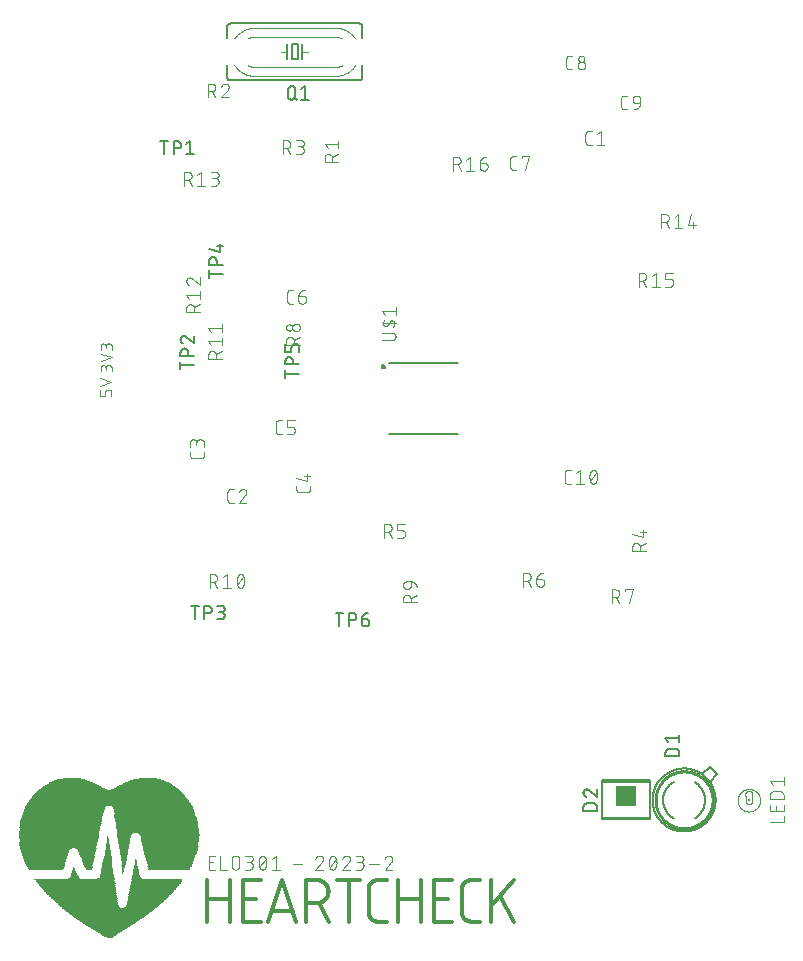
<source format=gbr>
G04 EAGLE Gerber RS-274X export*
G75*
%MOMM*%
%FSLAX34Y34*%
%LPD*%
%INSilkscreen Top*%
%IPPOS*%
%AMOC8*
5,1,8,0,0,1.08239X$1,22.5*%
G01*
%ADD10C,0.304800*%
%ADD11C,0.076200*%
%ADD12C,0.101600*%
%ADD13R,0.203200X0.025400*%
%ADD14R,0.457200X0.025400*%
%ADD15R,0.609600X0.025400*%
%ADD16R,0.736600X0.025400*%
%ADD17R,0.838200X0.025400*%
%ADD18R,0.889000X0.025400*%
%ADD19R,0.990600X0.025400*%
%ADD20R,1.066800X0.025400*%
%ADD21R,1.143000X0.025400*%
%ADD22R,1.219200X0.025400*%
%ADD23R,1.295400X0.025400*%
%ADD24R,1.371600X0.025400*%
%ADD25R,1.447800X0.025400*%
%ADD26R,1.524000X0.025400*%
%ADD27R,1.600200X0.025400*%
%ADD28R,1.701800X0.025400*%
%ADD29R,1.752600X0.025400*%
%ADD30R,1.854200X0.025400*%
%ADD31R,1.930400X0.025400*%
%ADD32R,2.006600X0.025400*%
%ADD33R,2.108200X0.025400*%
%ADD34R,2.159000X0.025400*%
%ADD35R,2.260600X0.025400*%
%ADD36R,2.362200X0.025400*%
%ADD37R,2.413000X0.025400*%
%ADD38R,2.514600X0.025400*%
%ADD39R,2.590800X0.025400*%
%ADD40R,2.667000X0.025400*%
%ADD41R,2.768600X0.025400*%
%ADD42R,2.844800X0.025400*%
%ADD43R,2.921000X0.025400*%
%ADD44R,2.997200X0.025400*%
%ADD45R,3.098800X0.025400*%
%ADD46R,3.175000X0.025400*%
%ADD47R,3.251200X0.025400*%
%ADD48R,3.352800X0.025400*%
%ADD49R,3.403600X0.025400*%
%ADD50R,3.505200X0.025400*%
%ADD51R,3.556000X0.025400*%
%ADD52R,3.657600X0.025400*%
%ADD53R,3.759200X0.025400*%
%ADD54R,3.810000X0.025400*%
%ADD55R,3.911600X0.025400*%
%ADD56R,3.962400X0.025400*%
%ADD57R,4.064000X0.025400*%
%ADD58R,4.140200X0.025400*%
%ADD59R,4.216400X0.025400*%
%ADD60R,4.318000X0.025400*%
%ADD61R,4.368800X0.025400*%
%ADD62R,4.470400X0.025400*%
%ADD63R,4.521200X0.025400*%
%ADD64R,4.622800X0.025400*%
%ADD65R,4.673600X0.025400*%
%ADD66R,4.775200X0.025400*%
%ADD67R,4.826000X0.025400*%
%ADD68R,4.927600X0.025400*%
%ADD69R,4.978400X0.025400*%
%ADD70R,5.080000X0.025400*%
%ADD71R,5.130800X0.025400*%
%ADD72R,5.232400X0.025400*%
%ADD73R,5.283200X0.025400*%
%ADD74R,5.334000X0.025400*%
%ADD75R,5.435600X0.025400*%
%ADD76R,5.486400X0.025400*%
%ADD77R,5.588000X0.025400*%
%ADD78R,5.638800X0.025400*%
%ADD79R,5.740400X0.025400*%
%ADD80R,5.791200X0.025400*%
%ADD81R,5.867400X0.025400*%
%ADD82R,5.943600X0.025400*%
%ADD83R,5.994400X0.025400*%
%ADD84R,6.070600X0.025400*%
%ADD85R,6.146800X0.025400*%
%ADD86R,6.223000X0.025400*%
%ADD87R,6.299200X0.025400*%
%ADD88R,6.350000X0.025400*%
%ADD89R,6.426200X0.025400*%
%ADD90R,6.502400X0.025400*%
%ADD91R,6.553200X0.025400*%
%ADD92R,6.629400X0.025400*%
%ADD93R,6.705600X0.025400*%
%ADD94R,6.756400X0.025400*%
%ADD95R,6.832600X0.025400*%
%ADD96R,6.908800X0.025400*%
%ADD97R,6.959600X0.025400*%
%ADD98R,7.010400X0.025400*%
%ADD99R,7.086600X0.025400*%
%ADD100R,7.162800X0.025400*%
%ADD101R,7.213600X0.025400*%
%ADD102R,7.289800X0.025400*%
%ADD103R,7.366000X0.025400*%
%ADD104R,7.416800X0.025400*%
%ADD105R,7.493000X0.025400*%
%ADD106R,7.543800X0.025400*%
%ADD107R,7.620000X0.025400*%
%ADD108R,7.670800X0.025400*%
%ADD109R,7.721600X0.025400*%
%ADD110R,7.797800X0.025400*%
%ADD111R,5.054600X0.025400*%
%ADD112R,4.902200X0.025400*%
%ADD113R,2.641600X0.025400*%
%ADD114R,4.876800X0.025400*%
%ADD115R,2.616200X0.025400*%
%ADD116R,4.953000X0.025400*%
%ADD117R,2.692400X0.025400*%
%ADD118R,5.003800X0.025400*%
%ADD119R,2.717800X0.025400*%
%ADD120R,5.029200X0.025400*%
%ADD121R,2.794000X0.025400*%
%ADD122R,2.819400X0.025400*%
%ADD123R,5.105400X0.025400*%
%ADD124R,2.870200X0.025400*%
%ADD125R,5.156200X0.025400*%
%ADD126R,2.895600X0.025400*%
%ADD127R,5.181600X0.025400*%
%ADD128R,5.207000X0.025400*%
%ADD129R,2.946400X0.025400*%
%ADD130R,2.971800X0.025400*%
%ADD131R,5.257800X0.025400*%
%ADD132R,5.308600X0.025400*%
%ADD133R,3.022600X0.025400*%
%ADD134R,3.048000X0.025400*%
%ADD135R,5.359400X0.025400*%
%ADD136R,3.073400X0.025400*%
%ADD137R,3.124200X0.025400*%
%ADD138R,5.384800X0.025400*%
%ADD139R,5.410200X0.025400*%
%ADD140R,3.149600X0.025400*%
%ADD141R,3.200400X0.025400*%
%ADD142R,5.511800X0.025400*%
%ADD143R,3.225800X0.025400*%
%ADD144R,5.537200X0.025400*%
%ADD145R,5.562600X0.025400*%
%ADD146R,3.276600X0.025400*%
%ADD147R,3.302000X0.025400*%
%ADD148R,5.613400X0.025400*%
%ADD149R,3.327400X0.025400*%
%ADD150R,5.664200X0.025400*%
%ADD151R,5.689600X0.025400*%
%ADD152R,3.378200X0.025400*%
%ADD153R,5.715000X0.025400*%
%ADD154R,3.429000X0.025400*%
%ADD155R,5.765800X0.025400*%
%ADD156R,3.454400X0.025400*%
%ADD157R,3.479800X0.025400*%
%ADD158R,5.816600X0.025400*%
%ADD159R,5.842000X0.025400*%
%ADD160R,3.530600X0.025400*%
%ADD161R,5.892800X0.025400*%
%ADD162R,3.581400X0.025400*%
%ADD163R,5.918200X0.025400*%
%ADD164R,3.606800X0.025400*%
%ADD165R,3.632200X0.025400*%
%ADD166R,5.969000X0.025400*%
%ADD167R,3.683000X0.025400*%
%ADD168R,3.708400X0.025400*%
%ADD169R,6.019800X0.025400*%
%ADD170R,3.733800X0.025400*%
%ADD171R,6.045200X0.025400*%
%ADD172R,6.096000X0.025400*%
%ADD173R,6.121400X0.025400*%
%ADD174R,3.784600X0.025400*%
%ADD175R,3.835400X0.025400*%
%ADD176R,6.172200X0.025400*%
%ADD177R,3.860800X0.025400*%
%ADD178R,6.197600X0.025400*%
%ADD179R,3.886200X0.025400*%
%ADD180R,6.248400X0.025400*%
%ADD181R,6.273800X0.025400*%
%ADD182R,3.937000X0.025400*%
%ADD183R,6.324600X0.025400*%
%ADD184R,3.987800X0.025400*%
%ADD185R,6.375400X0.025400*%
%ADD186R,4.013200X0.025400*%
%ADD187R,6.400800X0.025400*%
%ADD188R,4.038600X0.025400*%
%ADD189R,4.089400X0.025400*%
%ADD190R,6.451600X0.025400*%
%ADD191R,6.477000X0.025400*%
%ADD192R,4.114800X0.025400*%
%ADD193R,6.527800X0.025400*%
%ADD194R,4.165600X0.025400*%
%ADD195R,4.191000X0.025400*%
%ADD196R,6.578600X0.025400*%
%ADD197R,6.604000X0.025400*%
%ADD198R,4.241800X0.025400*%
%ADD199R,4.267200X0.025400*%
%ADD200R,6.654800X0.025400*%
%ADD201R,4.292600X0.025400*%
%ADD202R,6.680200X0.025400*%
%ADD203R,0.025400X0.025400*%
%ADD204R,1.092200X0.025400*%
%ADD205R,0.177800X0.025400*%
%ADD206R,1.041400X0.025400*%
%ADD207R,0.914400X0.025400*%
%ADD208R,0.812800X0.025400*%
%ADD209R,1.320800X0.025400*%
%ADD210R,0.787400X0.025400*%
%ADD211R,0.762000X0.025400*%
%ADD212R,1.270000X0.025400*%
%ADD213R,0.685800X0.025400*%
%ADD214R,1.244600X0.025400*%
%ADD215R,0.660400X0.025400*%
%ADD216R,0.711200X0.025400*%
%ADD217R,1.168400X0.025400*%
%ADD218R,0.558800X0.025400*%
%ADD219R,0.533400X0.025400*%
%ADD220R,0.635000X0.025400*%
%ADD221R,0.508000X0.025400*%
%ADD222R,0.482600X0.025400*%
%ADD223R,0.584200X0.025400*%
%ADD224R,0.431800X0.025400*%
%ADD225R,1.117600X0.025400*%
%ADD226R,0.381000X0.025400*%
%ADD227R,0.050800X0.025400*%
%ADD228R,0.355600X0.025400*%
%ADD229R,0.330200X0.025400*%
%ADD230R,0.304800X0.025400*%
%ADD231R,0.076200X0.025400*%
%ADD232R,0.254000X0.025400*%
%ADD233R,0.101600X0.025400*%
%ADD234R,1.016000X0.025400*%
%ADD235R,0.127000X0.025400*%
%ADD236R,0.152400X0.025400*%
%ADD237R,0.965200X0.025400*%
%ADD238R,0.939800X0.025400*%
%ADD239R,0.228600X0.025400*%
%ADD240R,0.279400X0.025400*%
%ADD241R,0.863600X0.025400*%
%ADD242R,0.406400X0.025400*%
%ADD243R,1.193800X0.025400*%
%ADD244R,4.343400X0.025400*%
%ADD245R,1.346200X0.025400*%
%ADD246R,4.394200X0.025400*%
%ADD247R,1.397000X0.025400*%
%ADD248R,4.419600X0.025400*%
%ADD249R,1.422400X0.025400*%
%ADD250R,4.445000X0.025400*%
%ADD251R,1.473200X0.025400*%
%ADD252R,1.498600X0.025400*%
%ADD253R,4.495800X0.025400*%
%ADD254R,1.549400X0.025400*%
%ADD255R,1.574800X0.025400*%
%ADD256R,4.546600X0.025400*%
%ADD257R,1.651000X0.025400*%
%ADD258R,4.572000X0.025400*%
%ADD259R,1.676400X0.025400*%
%ADD260R,1.727200X0.025400*%
%ADD261R,4.597400X0.025400*%
%ADD262R,1.803400X0.025400*%
%ADD263R,4.648200X0.025400*%
%ADD264R,4.699000X0.025400*%
%ADD265R,4.724400X0.025400*%
%ADD266R,4.749800X0.025400*%
%ADD267R,4.800600X0.025400*%
%ADD268R,4.851400X0.025400*%
%ADD269R,6.731000X0.025400*%
%ADD270R,6.781800X0.025400*%
%ADD271R,6.934200X0.025400*%
%ADD272R,6.807200X0.025400*%
%ADD273R,6.858000X0.025400*%
%ADD274R,6.883400X0.025400*%
%ADD275R,13.919200X0.025400*%
%ADD276R,13.868400X0.025400*%
%ADD277R,13.843000X0.025400*%
%ADD278R,13.817600X0.025400*%
%ADD279R,13.766800X0.025400*%
%ADD280R,13.716000X0.025400*%
%ADD281R,13.665200X0.025400*%
%ADD282R,13.614400X0.025400*%
%ADD283R,13.563600X0.025400*%
%ADD284R,13.512800X0.025400*%
%ADD285R,13.462000X0.025400*%
%ADD286R,13.411200X0.025400*%
%ADD287R,13.360400X0.025400*%
%ADD288R,13.309600X0.025400*%
%ADD289R,13.258800X0.025400*%
%ADD290R,13.208000X0.025400*%
%ADD291R,13.157200X0.025400*%
%ADD292R,13.106400X0.025400*%
%ADD293R,13.055600X0.025400*%
%ADD294R,13.004800X0.025400*%
%ADD295R,12.954000X0.025400*%
%ADD296R,12.903200X0.025400*%
%ADD297R,12.877800X0.025400*%
%ADD298R,12.852400X0.025400*%
%ADD299R,12.776200X0.025400*%
%ADD300R,12.750800X0.025400*%
%ADD301R,12.700000X0.025400*%
%ADD302R,12.649200X0.025400*%
%ADD303R,12.598400X0.025400*%
%ADD304R,12.547600X0.025400*%
%ADD305R,12.496800X0.025400*%
%ADD306R,12.446000X0.025400*%
%ADD307R,12.395200X0.025400*%
%ADD308R,12.344400X0.025400*%
%ADD309R,12.293600X0.025400*%
%ADD310R,12.242800X0.025400*%
%ADD311R,12.192000X0.025400*%
%ADD312R,12.141200X0.025400*%
%ADD313R,12.090400X0.025400*%
%ADD314R,12.039600X0.025400*%
%ADD315R,11.963400X0.025400*%
%ADD316R,11.912600X0.025400*%
%ADD317R,5.461000X0.025400*%
%ADD318R,2.540000X0.025400*%
%ADD319R,2.336800X0.025400*%
%ADD320R,2.387600X0.025400*%
%ADD321R,1.955800X0.025400*%
%ADD322C,0.152400*%
%ADD323C,0.254000*%
%ADD324C,0.127000*%
%ADD325R,1.778000X1.651000*%
%ADD326C,0.100000*%
%ADD327R,0.200000X0.200000*%
%ADD328C,0.050800*%


D10*
X175844Y16876D02*
X175844Y51928D01*
X175844Y36349D02*
X195317Y36349D01*
X195317Y51928D02*
X195317Y16876D01*
X206310Y16876D02*
X221889Y16876D01*
X206310Y16876D02*
X206310Y51928D01*
X221889Y51928D01*
X217994Y36349D02*
X206310Y36349D01*
X228189Y16876D02*
X239873Y51928D01*
X251557Y16876D01*
X248636Y25639D02*
X231110Y25639D01*
X259634Y16876D02*
X259634Y51928D01*
X269370Y51928D01*
X269607Y51925D01*
X269844Y51916D01*
X270081Y51902D01*
X270317Y51882D01*
X270553Y51856D01*
X270788Y51824D01*
X271022Y51787D01*
X271255Y51744D01*
X271487Y51695D01*
X271718Y51641D01*
X271947Y51581D01*
X272175Y51515D01*
X272401Y51444D01*
X272626Y51368D01*
X272848Y51286D01*
X273069Y51198D01*
X273287Y51105D01*
X273503Y51007D01*
X273716Y50904D01*
X273927Y50796D01*
X274135Y50682D01*
X274341Y50564D01*
X274543Y50440D01*
X274743Y50312D01*
X274939Y50178D01*
X275132Y50040D01*
X275321Y49898D01*
X275507Y49751D01*
X275689Y49599D01*
X275868Y49443D01*
X276042Y49282D01*
X276213Y49118D01*
X276380Y48949D01*
X276542Y48777D01*
X276700Y48600D01*
X276854Y48419D01*
X277004Y48235D01*
X277149Y48048D01*
X277289Y47857D01*
X277425Y47662D01*
X277555Y47464D01*
X277681Y47263D01*
X277802Y47060D01*
X277919Y46853D01*
X278030Y46643D01*
X278135Y46431D01*
X278236Y46216D01*
X278331Y45999D01*
X278421Y45780D01*
X278506Y45558D01*
X278585Y45335D01*
X278659Y45110D01*
X278728Y44882D01*
X278790Y44654D01*
X278848Y44424D01*
X278899Y44192D01*
X278945Y43960D01*
X278985Y43726D01*
X279020Y43491D01*
X279049Y43256D01*
X279072Y43020D01*
X279089Y42783D01*
X279101Y42547D01*
X279106Y42310D01*
X279106Y42072D01*
X279101Y41835D01*
X279089Y41599D01*
X279072Y41362D01*
X279049Y41126D01*
X279020Y40891D01*
X278985Y40656D01*
X278945Y40422D01*
X278899Y40190D01*
X278848Y39958D01*
X278790Y39728D01*
X278728Y39500D01*
X278659Y39272D01*
X278585Y39047D01*
X278506Y38824D01*
X278421Y38602D01*
X278331Y38383D01*
X278236Y38166D01*
X278135Y37951D01*
X278030Y37739D01*
X277919Y37529D01*
X277802Y37323D01*
X277681Y37119D01*
X277555Y36918D01*
X277425Y36720D01*
X277289Y36525D01*
X277149Y36334D01*
X277004Y36147D01*
X276854Y35963D01*
X276700Y35782D01*
X276542Y35605D01*
X276380Y35433D01*
X276213Y35264D01*
X276042Y35100D01*
X275868Y34939D01*
X275689Y34783D01*
X275507Y34631D01*
X275321Y34484D01*
X275132Y34342D01*
X274939Y34204D01*
X274743Y34070D01*
X274543Y33942D01*
X274341Y33818D01*
X274135Y33700D01*
X273927Y33586D01*
X273716Y33478D01*
X273503Y33375D01*
X273287Y33277D01*
X273069Y33184D01*
X272848Y33096D01*
X272626Y33014D01*
X272401Y32938D01*
X272175Y32867D01*
X271947Y32801D01*
X271718Y32741D01*
X271487Y32687D01*
X271255Y32638D01*
X271022Y32595D01*
X270788Y32558D01*
X270553Y32526D01*
X270317Y32500D01*
X270081Y32480D01*
X269844Y32466D01*
X269607Y32457D01*
X269370Y32454D01*
X269370Y32455D02*
X259634Y32455D01*
X271318Y32455D02*
X279107Y16876D01*
X296071Y16876D02*
X296071Y51928D01*
X305807Y51928D02*
X286334Y51928D01*
X320802Y16876D02*
X328591Y16876D01*
X320802Y16876D02*
X320614Y16878D01*
X320426Y16885D01*
X320238Y16896D01*
X320050Y16912D01*
X319863Y16933D01*
X319677Y16958D01*
X319491Y16987D01*
X319306Y17021D01*
X319121Y17060D01*
X318938Y17102D01*
X318756Y17150D01*
X318575Y17201D01*
X318395Y17257D01*
X318217Y17318D01*
X318040Y17382D01*
X317865Y17451D01*
X317691Y17524D01*
X317520Y17601D01*
X317350Y17683D01*
X317182Y17768D01*
X317017Y17858D01*
X316853Y17951D01*
X316692Y18048D01*
X316534Y18150D01*
X316377Y18255D01*
X316224Y18364D01*
X316073Y18476D01*
X315925Y18592D01*
X315779Y18712D01*
X315637Y18835D01*
X315498Y18961D01*
X315361Y19091D01*
X315228Y19224D01*
X315098Y19361D01*
X314972Y19500D01*
X314849Y19642D01*
X314729Y19788D01*
X314613Y19936D01*
X314501Y20087D01*
X314392Y20240D01*
X314287Y20397D01*
X314185Y20555D01*
X314088Y20716D01*
X313995Y20880D01*
X313905Y21045D01*
X313820Y21213D01*
X313738Y21383D01*
X313661Y21554D01*
X313588Y21728D01*
X313519Y21903D01*
X313455Y22080D01*
X313394Y22258D01*
X313338Y22438D01*
X313287Y22619D01*
X313239Y22801D01*
X313197Y22984D01*
X313158Y23169D01*
X313124Y23354D01*
X313095Y23540D01*
X313070Y23726D01*
X313049Y23913D01*
X313033Y24101D01*
X313022Y24289D01*
X313015Y24477D01*
X313013Y24665D01*
X313012Y24665D02*
X313012Y44139D01*
X313013Y44139D02*
X313015Y44330D01*
X313022Y44521D01*
X313034Y44712D01*
X313051Y44902D01*
X313072Y45092D01*
X313097Y45282D01*
X313128Y45471D01*
X313163Y45659D01*
X313202Y45846D01*
X313246Y46032D01*
X313295Y46216D01*
X313348Y46400D01*
X313406Y46582D01*
X313468Y46763D01*
X313535Y46942D01*
X313606Y47120D01*
X313681Y47295D01*
X313761Y47469D01*
X313845Y47641D01*
X313933Y47811D01*
X314025Y47978D01*
X314121Y48143D01*
X314221Y48306D01*
X314326Y48466D01*
X314434Y48624D01*
X314546Y48779D01*
X314662Y48931D01*
X314781Y49080D01*
X314904Y49227D01*
X315031Y49370D01*
X315161Y49510D01*
X315294Y49647D01*
X315431Y49780D01*
X315571Y49910D01*
X315714Y50037D01*
X315861Y50160D01*
X316010Y50279D01*
X316162Y50395D01*
X316317Y50507D01*
X316475Y50615D01*
X316635Y50720D01*
X316798Y50820D01*
X316963Y50916D01*
X317130Y51008D01*
X317300Y51096D01*
X317472Y51180D01*
X317646Y51260D01*
X317821Y51335D01*
X317999Y51406D01*
X318178Y51473D01*
X318359Y51535D01*
X318541Y51593D01*
X318725Y51646D01*
X318909Y51695D01*
X319095Y51739D01*
X319282Y51778D01*
X319470Y51813D01*
X319659Y51844D01*
X319849Y51869D01*
X320039Y51890D01*
X320229Y51907D01*
X320420Y51919D01*
X320611Y51926D01*
X320802Y51928D01*
X328591Y51928D01*
X337769Y51928D02*
X337769Y16876D01*
X337769Y36349D02*
X357242Y36349D01*
X357242Y51928D02*
X357242Y16876D01*
X368235Y16876D02*
X383813Y16876D01*
X368235Y16876D02*
X368235Y51928D01*
X383813Y51928D01*
X379919Y36349D02*
X368235Y36349D01*
X399859Y16876D02*
X407648Y16876D01*
X399859Y16876D02*
X399671Y16878D01*
X399483Y16885D01*
X399295Y16896D01*
X399107Y16912D01*
X398920Y16933D01*
X398734Y16958D01*
X398548Y16987D01*
X398363Y17021D01*
X398178Y17060D01*
X397995Y17102D01*
X397813Y17150D01*
X397632Y17201D01*
X397452Y17257D01*
X397274Y17318D01*
X397097Y17382D01*
X396922Y17451D01*
X396748Y17524D01*
X396577Y17601D01*
X396407Y17683D01*
X396239Y17768D01*
X396074Y17858D01*
X395910Y17951D01*
X395749Y18048D01*
X395591Y18150D01*
X395434Y18255D01*
X395281Y18364D01*
X395130Y18476D01*
X394982Y18592D01*
X394836Y18712D01*
X394694Y18835D01*
X394555Y18961D01*
X394418Y19091D01*
X394285Y19224D01*
X394155Y19361D01*
X394029Y19500D01*
X393906Y19642D01*
X393786Y19788D01*
X393670Y19936D01*
X393558Y20087D01*
X393449Y20240D01*
X393344Y20397D01*
X393242Y20555D01*
X393145Y20716D01*
X393052Y20880D01*
X392962Y21045D01*
X392877Y21213D01*
X392795Y21383D01*
X392718Y21554D01*
X392645Y21728D01*
X392576Y21903D01*
X392512Y22080D01*
X392451Y22258D01*
X392395Y22438D01*
X392344Y22619D01*
X392296Y22801D01*
X392254Y22984D01*
X392215Y23169D01*
X392181Y23354D01*
X392152Y23540D01*
X392127Y23726D01*
X392106Y23913D01*
X392090Y24101D01*
X392079Y24289D01*
X392072Y24477D01*
X392070Y24665D01*
X392070Y44139D01*
X392072Y44330D01*
X392079Y44521D01*
X392091Y44712D01*
X392108Y44902D01*
X392129Y45092D01*
X392154Y45282D01*
X392185Y45471D01*
X392220Y45659D01*
X392259Y45846D01*
X392303Y46032D01*
X392352Y46216D01*
X392405Y46400D01*
X392463Y46582D01*
X392525Y46763D01*
X392592Y46942D01*
X392663Y47120D01*
X392738Y47295D01*
X392818Y47469D01*
X392902Y47641D01*
X392990Y47811D01*
X393082Y47978D01*
X393178Y48143D01*
X393278Y48306D01*
X393383Y48466D01*
X393491Y48624D01*
X393603Y48779D01*
X393719Y48931D01*
X393838Y49080D01*
X393961Y49227D01*
X394088Y49370D01*
X394218Y49510D01*
X394351Y49647D01*
X394488Y49780D01*
X394628Y49910D01*
X394771Y50037D01*
X394918Y50160D01*
X395067Y50279D01*
X395219Y50395D01*
X395374Y50507D01*
X395532Y50615D01*
X395692Y50720D01*
X395855Y50820D01*
X396020Y50916D01*
X396187Y51008D01*
X396357Y51096D01*
X396529Y51180D01*
X396703Y51260D01*
X396878Y51335D01*
X397056Y51406D01*
X397235Y51473D01*
X397416Y51535D01*
X397598Y51593D01*
X397782Y51646D01*
X397966Y51695D01*
X398152Y51739D01*
X398339Y51778D01*
X398527Y51813D01*
X398716Y51844D01*
X398906Y51869D01*
X399096Y51890D01*
X399286Y51907D01*
X399477Y51919D01*
X399668Y51926D01*
X399859Y51928D01*
X407648Y51928D01*
X416756Y51928D02*
X416756Y16876D01*
X416756Y30507D02*
X436229Y51928D01*
X424545Y38297D02*
X436229Y16876D01*
D11*
X95519Y482881D02*
X95519Y485492D01*
X95517Y485593D01*
X95511Y485694D01*
X95501Y485795D01*
X95488Y485895D01*
X95470Y485995D01*
X95449Y486094D01*
X95423Y486192D01*
X95394Y486289D01*
X95362Y486385D01*
X95325Y486479D01*
X95285Y486572D01*
X95241Y486664D01*
X95194Y486753D01*
X95143Y486841D01*
X95089Y486927D01*
X95032Y487010D01*
X94972Y487092D01*
X94908Y487170D01*
X94842Y487247D01*
X94772Y487320D01*
X94700Y487391D01*
X94625Y487459D01*
X94547Y487524D01*
X94467Y487586D01*
X94385Y487645D01*
X94300Y487701D01*
X94214Y487753D01*
X94125Y487802D01*
X94034Y487848D01*
X93942Y487889D01*
X93848Y487928D01*
X93753Y487962D01*
X93657Y487993D01*
X93559Y488020D01*
X93461Y488044D01*
X93361Y488063D01*
X93261Y488079D01*
X93161Y488091D01*
X93060Y488099D01*
X92959Y488103D01*
X92857Y488103D01*
X92756Y488099D01*
X92655Y488091D01*
X92555Y488079D01*
X92455Y488063D01*
X92355Y488044D01*
X92257Y488020D01*
X92159Y487993D01*
X92063Y487962D01*
X91968Y487928D01*
X91874Y487889D01*
X91782Y487848D01*
X91691Y487802D01*
X91603Y487753D01*
X91516Y487701D01*
X91431Y487645D01*
X91349Y487586D01*
X91269Y487524D01*
X91191Y487459D01*
X91116Y487391D01*
X91044Y487320D01*
X90974Y487247D01*
X90908Y487170D01*
X90844Y487092D01*
X90784Y487010D01*
X90727Y486927D01*
X90673Y486841D01*
X90622Y486753D01*
X90575Y486664D01*
X90531Y486572D01*
X90491Y486479D01*
X90454Y486385D01*
X90422Y486289D01*
X90393Y486192D01*
X90367Y486094D01*
X90346Y485995D01*
X90328Y485895D01*
X90315Y485795D01*
X90305Y485694D01*
X90299Y485593D01*
X90297Y485492D01*
X86121Y486014D02*
X86121Y482881D01*
X86121Y486014D02*
X86123Y486104D01*
X86129Y486193D01*
X86138Y486283D01*
X86152Y486372D01*
X86169Y486460D01*
X86190Y486547D01*
X86215Y486634D01*
X86244Y486719D01*
X86276Y486803D01*
X86311Y486885D01*
X86351Y486966D01*
X86393Y487045D01*
X86439Y487122D01*
X86489Y487197D01*
X86541Y487270D01*
X86597Y487341D01*
X86655Y487409D01*
X86717Y487474D01*
X86781Y487537D01*
X86848Y487597D01*
X86917Y487654D01*
X86989Y487708D01*
X87063Y487759D01*
X87139Y487807D01*
X87217Y487851D01*
X87297Y487892D01*
X87379Y487930D01*
X87462Y487964D01*
X87547Y487994D01*
X87633Y488021D01*
X87719Y488044D01*
X87807Y488063D01*
X87896Y488078D01*
X87985Y488090D01*
X88074Y488098D01*
X88164Y488102D01*
X88254Y488102D01*
X88344Y488098D01*
X88433Y488090D01*
X88522Y488078D01*
X88611Y488063D01*
X88699Y488044D01*
X88785Y488021D01*
X88871Y487994D01*
X88956Y487964D01*
X89039Y487930D01*
X89121Y487892D01*
X89201Y487851D01*
X89279Y487807D01*
X89355Y487759D01*
X89429Y487708D01*
X89501Y487654D01*
X89570Y487597D01*
X89637Y487537D01*
X89701Y487474D01*
X89763Y487409D01*
X89821Y487341D01*
X89877Y487270D01*
X89929Y487197D01*
X89979Y487122D01*
X90025Y487045D01*
X90067Y486966D01*
X90107Y486885D01*
X90142Y486803D01*
X90174Y486719D01*
X90203Y486634D01*
X90228Y486547D01*
X90249Y486460D01*
X90266Y486372D01*
X90280Y486283D01*
X90289Y486193D01*
X90295Y486104D01*
X90297Y486014D01*
X90298Y486014D02*
X90298Y483925D01*
X86121Y491503D02*
X95519Y494636D01*
X86121Y497768D01*
X95519Y501169D02*
X95519Y503779D01*
X95517Y503880D01*
X95511Y503981D01*
X95501Y504082D01*
X95488Y504182D01*
X95470Y504282D01*
X95449Y504381D01*
X95423Y504479D01*
X95394Y504576D01*
X95362Y504672D01*
X95325Y504766D01*
X95285Y504859D01*
X95241Y504951D01*
X95194Y505040D01*
X95143Y505128D01*
X95089Y505214D01*
X95032Y505297D01*
X94972Y505379D01*
X94908Y505457D01*
X94842Y505534D01*
X94772Y505607D01*
X94700Y505678D01*
X94625Y505746D01*
X94547Y505811D01*
X94467Y505873D01*
X94385Y505932D01*
X94300Y505988D01*
X94214Y506040D01*
X94125Y506089D01*
X94034Y506135D01*
X93942Y506176D01*
X93848Y506215D01*
X93753Y506249D01*
X93657Y506280D01*
X93559Y506307D01*
X93461Y506331D01*
X93361Y506350D01*
X93261Y506366D01*
X93161Y506378D01*
X93060Y506386D01*
X92959Y506390D01*
X92857Y506390D01*
X92756Y506386D01*
X92655Y506378D01*
X92555Y506366D01*
X92455Y506350D01*
X92355Y506331D01*
X92257Y506307D01*
X92159Y506280D01*
X92063Y506249D01*
X91968Y506215D01*
X91874Y506176D01*
X91782Y506135D01*
X91691Y506089D01*
X91603Y506040D01*
X91516Y505988D01*
X91431Y505932D01*
X91349Y505873D01*
X91269Y505811D01*
X91191Y505746D01*
X91116Y505678D01*
X91044Y505607D01*
X90974Y505534D01*
X90908Y505457D01*
X90844Y505379D01*
X90784Y505297D01*
X90727Y505214D01*
X90673Y505128D01*
X90622Y505040D01*
X90575Y504951D01*
X90531Y504859D01*
X90491Y504766D01*
X90454Y504672D01*
X90422Y504576D01*
X90393Y504479D01*
X90367Y504381D01*
X90346Y504282D01*
X90328Y504182D01*
X90315Y504082D01*
X90305Y503981D01*
X90299Y503880D01*
X90297Y503779D01*
X86121Y504302D02*
X86121Y501169D01*
X86121Y504302D02*
X86123Y504392D01*
X86129Y504481D01*
X86138Y504571D01*
X86152Y504660D01*
X86169Y504748D01*
X86190Y504835D01*
X86215Y504922D01*
X86244Y505007D01*
X86276Y505091D01*
X86311Y505173D01*
X86351Y505254D01*
X86393Y505333D01*
X86439Y505410D01*
X86489Y505485D01*
X86541Y505558D01*
X86597Y505629D01*
X86655Y505697D01*
X86717Y505762D01*
X86781Y505825D01*
X86848Y505885D01*
X86917Y505942D01*
X86989Y505996D01*
X87063Y506047D01*
X87139Y506095D01*
X87217Y506139D01*
X87297Y506180D01*
X87379Y506218D01*
X87462Y506252D01*
X87547Y506282D01*
X87633Y506309D01*
X87719Y506332D01*
X87807Y506351D01*
X87896Y506366D01*
X87985Y506378D01*
X88074Y506386D01*
X88164Y506390D01*
X88254Y506390D01*
X88344Y506386D01*
X88433Y506378D01*
X88522Y506366D01*
X88611Y506351D01*
X88699Y506332D01*
X88785Y506309D01*
X88871Y506282D01*
X88956Y506252D01*
X89039Y506218D01*
X89121Y506180D01*
X89201Y506139D01*
X89279Y506095D01*
X89355Y506047D01*
X89429Y505996D01*
X89501Y505942D01*
X89570Y505885D01*
X89637Y505825D01*
X89701Y505762D01*
X89763Y505697D01*
X89821Y505629D01*
X89877Y505558D01*
X89929Y505485D01*
X89979Y505410D01*
X90025Y505333D01*
X90067Y505254D01*
X90107Y505173D01*
X90142Y505091D01*
X90174Y505007D01*
X90203Y504922D01*
X90228Y504835D01*
X90249Y504748D01*
X90266Y504660D01*
X90280Y504571D01*
X90289Y504481D01*
X90295Y504392D01*
X90297Y504302D01*
X90298Y504302D02*
X90298Y502213D01*
X95219Y465214D02*
X95219Y462081D01*
X95219Y465214D02*
X95217Y465303D01*
X95211Y465391D01*
X95202Y465479D01*
X95189Y465567D01*
X95172Y465654D01*
X95152Y465740D01*
X95127Y465825D01*
X95100Y465910D01*
X95068Y465993D01*
X95034Y466074D01*
X94995Y466154D01*
X94954Y466232D01*
X94909Y466309D01*
X94861Y466383D01*
X94810Y466456D01*
X94756Y466526D01*
X94698Y466593D01*
X94638Y466659D01*
X94576Y466721D01*
X94510Y466781D01*
X94443Y466839D01*
X94373Y466893D01*
X94300Y466944D01*
X94226Y466992D01*
X94149Y467037D01*
X94071Y467078D01*
X93991Y467117D01*
X93910Y467151D01*
X93827Y467183D01*
X93742Y467210D01*
X93657Y467235D01*
X93571Y467255D01*
X93484Y467272D01*
X93396Y467285D01*
X93308Y467294D01*
X93220Y467300D01*
X93131Y467302D01*
X92086Y467302D01*
X91997Y467300D01*
X91909Y467294D01*
X91821Y467285D01*
X91733Y467272D01*
X91646Y467255D01*
X91560Y467235D01*
X91475Y467210D01*
X91390Y467183D01*
X91307Y467151D01*
X91226Y467117D01*
X91146Y467078D01*
X91068Y467037D01*
X90991Y466992D01*
X90917Y466944D01*
X90844Y466893D01*
X90774Y466839D01*
X90707Y466781D01*
X90641Y466721D01*
X90579Y466659D01*
X90519Y466593D01*
X90461Y466526D01*
X90407Y466456D01*
X90356Y466383D01*
X90308Y466309D01*
X90263Y466232D01*
X90222Y466154D01*
X90183Y466074D01*
X90149Y465993D01*
X90117Y465910D01*
X90090Y465825D01*
X90065Y465740D01*
X90045Y465654D01*
X90028Y465567D01*
X90015Y465479D01*
X90006Y465391D01*
X90000Y465303D01*
X89998Y465214D01*
X89998Y462081D01*
X85821Y462081D01*
X85821Y467302D01*
X85821Y470703D02*
X95219Y473836D01*
X85821Y476968D01*
D12*
X177674Y60892D02*
X182867Y60892D01*
X177674Y60892D02*
X177674Y72576D01*
X182867Y72576D01*
X181569Y67383D02*
X177674Y67383D01*
X187580Y72576D02*
X187580Y60892D01*
X192773Y60892D01*
X197082Y64138D02*
X197082Y69330D01*
X197084Y69443D01*
X197090Y69556D01*
X197100Y69669D01*
X197114Y69782D01*
X197131Y69894D01*
X197153Y70005D01*
X197178Y70115D01*
X197208Y70225D01*
X197241Y70333D01*
X197278Y70440D01*
X197318Y70546D01*
X197363Y70650D01*
X197411Y70753D01*
X197462Y70854D01*
X197517Y70953D01*
X197575Y71050D01*
X197637Y71145D01*
X197702Y71238D01*
X197770Y71328D01*
X197841Y71416D01*
X197916Y71502D01*
X197993Y71585D01*
X198073Y71665D01*
X198156Y71742D01*
X198242Y71817D01*
X198330Y71888D01*
X198420Y71956D01*
X198513Y72021D01*
X198608Y72083D01*
X198705Y72141D01*
X198804Y72196D01*
X198905Y72247D01*
X199008Y72295D01*
X199112Y72340D01*
X199218Y72380D01*
X199325Y72417D01*
X199433Y72450D01*
X199543Y72480D01*
X199653Y72505D01*
X199764Y72527D01*
X199876Y72544D01*
X199989Y72558D01*
X200102Y72568D01*
X200215Y72574D01*
X200328Y72576D01*
X200441Y72574D01*
X200554Y72568D01*
X200667Y72558D01*
X200780Y72544D01*
X200892Y72527D01*
X201003Y72505D01*
X201113Y72480D01*
X201223Y72450D01*
X201331Y72417D01*
X201438Y72380D01*
X201544Y72340D01*
X201648Y72295D01*
X201751Y72247D01*
X201852Y72196D01*
X201951Y72141D01*
X202048Y72083D01*
X202143Y72021D01*
X202236Y71956D01*
X202326Y71888D01*
X202414Y71817D01*
X202500Y71742D01*
X202583Y71665D01*
X202663Y71585D01*
X202740Y71502D01*
X202815Y71416D01*
X202886Y71328D01*
X202954Y71238D01*
X203019Y71145D01*
X203081Y71050D01*
X203139Y70953D01*
X203194Y70854D01*
X203245Y70753D01*
X203293Y70650D01*
X203338Y70546D01*
X203378Y70440D01*
X203415Y70333D01*
X203448Y70225D01*
X203478Y70115D01*
X203503Y70005D01*
X203525Y69894D01*
X203542Y69782D01*
X203556Y69669D01*
X203566Y69556D01*
X203572Y69443D01*
X203574Y69330D01*
X203574Y64138D01*
X203572Y64025D01*
X203566Y63912D01*
X203556Y63799D01*
X203542Y63686D01*
X203525Y63574D01*
X203503Y63463D01*
X203478Y63353D01*
X203448Y63243D01*
X203415Y63135D01*
X203378Y63028D01*
X203338Y62922D01*
X203293Y62818D01*
X203245Y62715D01*
X203194Y62614D01*
X203139Y62515D01*
X203081Y62418D01*
X203019Y62323D01*
X202954Y62230D01*
X202886Y62140D01*
X202815Y62052D01*
X202740Y61966D01*
X202663Y61883D01*
X202583Y61803D01*
X202500Y61726D01*
X202414Y61651D01*
X202326Y61580D01*
X202236Y61512D01*
X202143Y61447D01*
X202048Y61385D01*
X201951Y61327D01*
X201852Y61272D01*
X201751Y61221D01*
X201648Y61173D01*
X201544Y61128D01*
X201438Y61088D01*
X201331Y61051D01*
X201223Y61018D01*
X201113Y60988D01*
X201003Y60963D01*
X200892Y60941D01*
X200780Y60924D01*
X200667Y60910D01*
X200554Y60900D01*
X200441Y60894D01*
X200328Y60892D01*
X200215Y60894D01*
X200102Y60900D01*
X199989Y60910D01*
X199876Y60924D01*
X199764Y60941D01*
X199653Y60963D01*
X199543Y60988D01*
X199433Y61018D01*
X199325Y61051D01*
X199218Y61088D01*
X199112Y61128D01*
X199008Y61173D01*
X198905Y61221D01*
X198804Y61272D01*
X198705Y61327D01*
X198608Y61385D01*
X198513Y61447D01*
X198420Y61512D01*
X198330Y61580D01*
X198242Y61651D01*
X198156Y61726D01*
X198073Y61803D01*
X197993Y61883D01*
X197916Y61966D01*
X197841Y62052D01*
X197770Y62140D01*
X197702Y62230D01*
X197637Y62323D01*
X197575Y62418D01*
X197517Y62515D01*
X197462Y62614D01*
X197411Y62715D01*
X197363Y62818D01*
X197318Y62922D01*
X197278Y63028D01*
X197241Y63135D01*
X197208Y63243D01*
X197178Y63353D01*
X197153Y63463D01*
X197131Y63574D01*
X197114Y63686D01*
X197100Y63799D01*
X197090Y63912D01*
X197084Y64025D01*
X197082Y64138D01*
X208512Y60892D02*
X211758Y60892D01*
X211871Y60894D01*
X211984Y60900D01*
X212097Y60910D01*
X212210Y60924D01*
X212322Y60941D01*
X212433Y60963D01*
X212543Y60988D01*
X212653Y61018D01*
X212761Y61051D01*
X212868Y61088D01*
X212974Y61128D01*
X213078Y61173D01*
X213181Y61221D01*
X213282Y61272D01*
X213381Y61327D01*
X213478Y61385D01*
X213573Y61447D01*
X213666Y61512D01*
X213756Y61580D01*
X213844Y61651D01*
X213930Y61726D01*
X214013Y61803D01*
X214093Y61883D01*
X214170Y61966D01*
X214245Y62052D01*
X214316Y62140D01*
X214384Y62230D01*
X214449Y62323D01*
X214511Y62418D01*
X214569Y62515D01*
X214624Y62614D01*
X214675Y62715D01*
X214723Y62818D01*
X214768Y62922D01*
X214808Y63028D01*
X214845Y63135D01*
X214878Y63243D01*
X214908Y63353D01*
X214933Y63463D01*
X214955Y63574D01*
X214972Y63686D01*
X214986Y63799D01*
X214996Y63912D01*
X215002Y64025D01*
X215004Y64138D01*
X215002Y64251D01*
X214996Y64364D01*
X214986Y64477D01*
X214972Y64590D01*
X214955Y64702D01*
X214933Y64813D01*
X214908Y64923D01*
X214878Y65033D01*
X214845Y65141D01*
X214808Y65248D01*
X214768Y65354D01*
X214723Y65458D01*
X214675Y65561D01*
X214624Y65662D01*
X214569Y65761D01*
X214511Y65858D01*
X214449Y65953D01*
X214384Y66046D01*
X214316Y66136D01*
X214245Y66224D01*
X214170Y66310D01*
X214093Y66393D01*
X214013Y66473D01*
X213930Y66550D01*
X213844Y66625D01*
X213756Y66696D01*
X213666Y66764D01*
X213573Y66829D01*
X213478Y66891D01*
X213381Y66949D01*
X213282Y67004D01*
X213181Y67055D01*
X213078Y67103D01*
X212974Y67148D01*
X212868Y67188D01*
X212761Y67225D01*
X212653Y67258D01*
X212543Y67288D01*
X212433Y67313D01*
X212322Y67335D01*
X212210Y67352D01*
X212097Y67366D01*
X211984Y67376D01*
X211871Y67382D01*
X211758Y67384D01*
X212407Y72576D02*
X208512Y72576D01*
X212407Y72576D02*
X212508Y72574D01*
X212608Y72568D01*
X212708Y72558D01*
X212808Y72545D01*
X212907Y72527D01*
X213006Y72506D01*
X213103Y72481D01*
X213200Y72452D01*
X213295Y72419D01*
X213389Y72383D01*
X213481Y72343D01*
X213572Y72300D01*
X213661Y72253D01*
X213748Y72203D01*
X213834Y72149D01*
X213917Y72092D01*
X213997Y72032D01*
X214076Y71969D01*
X214152Y71902D01*
X214225Y71833D01*
X214295Y71761D01*
X214363Y71687D01*
X214428Y71610D01*
X214489Y71530D01*
X214548Y71448D01*
X214603Y71364D01*
X214655Y71278D01*
X214704Y71190D01*
X214749Y71100D01*
X214791Y71008D01*
X214829Y70915D01*
X214863Y70820D01*
X214894Y70725D01*
X214921Y70628D01*
X214944Y70530D01*
X214964Y70431D01*
X214979Y70331D01*
X214991Y70231D01*
X214999Y70131D01*
X215003Y70030D01*
X215003Y69930D01*
X214999Y69829D01*
X214991Y69729D01*
X214979Y69629D01*
X214964Y69529D01*
X214944Y69430D01*
X214921Y69332D01*
X214894Y69235D01*
X214863Y69140D01*
X214829Y69045D01*
X214791Y68952D01*
X214749Y68860D01*
X214704Y68770D01*
X214655Y68682D01*
X214603Y68596D01*
X214548Y68512D01*
X214489Y68430D01*
X214428Y68350D01*
X214363Y68273D01*
X214295Y68199D01*
X214225Y68127D01*
X214152Y68058D01*
X214076Y67991D01*
X213997Y67928D01*
X213917Y67868D01*
X213834Y67811D01*
X213748Y67757D01*
X213661Y67707D01*
X213572Y67660D01*
X213481Y67617D01*
X213389Y67577D01*
X213295Y67541D01*
X213200Y67508D01*
X213103Y67479D01*
X213006Y67454D01*
X212907Y67433D01*
X212808Y67415D01*
X212708Y67402D01*
X212608Y67392D01*
X212508Y67386D01*
X212407Y67384D01*
X212407Y67383D02*
X209811Y67383D01*
X219943Y66734D02*
X219946Y66964D01*
X219954Y67194D01*
X219968Y67423D01*
X219987Y67652D01*
X220012Y67881D01*
X220042Y68108D01*
X220077Y68336D01*
X220118Y68562D01*
X220164Y68787D01*
X220216Y69011D01*
X220273Y69233D01*
X220335Y69455D01*
X220403Y69674D01*
X220476Y69892D01*
X220554Y70109D01*
X220637Y70323D01*
X220725Y70535D01*
X220818Y70745D01*
X220917Y70953D01*
X220916Y70953D02*
X220949Y71043D01*
X220985Y71132D01*
X221025Y71220D01*
X221069Y71305D01*
X221116Y71389D01*
X221166Y71471D01*
X221220Y71551D01*
X221276Y71628D01*
X221336Y71704D01*
X221399Y71777D01*
X221464Y71847D01*
X221533Y71915D01*
X221604Y71979D01*
X221677Y72041D01*
X221753Y72100D01*
X221831Y72156D01*
X221912Y72209D01*
X221994Y72258D01*
X222078Y72304D01*
X222165Y72347D01*
X222252Y72386D01*
X222342Y72422D01*
X222432Y72454D01*
X222524Y72482D01*
X222617Y72507D01*
X222711Y72528D01*
X222805Y72545D01*
X222900Y72559D01*
X222996Y72568D01*
X223092Y72574D01*
X223188Y72576D01*
X223284Y72574D01*
X223380Y72568D01*
X223476Y72559D01*
X223571Y72545D01*
X223665Y72528D01*
X223759Y72507D01*
X223852Y72482D01*
X223944Y72454D01*
X224034Y72422D01*
X224124Y72386D01*
X224211Y72347D01*
X224298Y72304D01*
X224382Y72258D01*
X224464Y72209D01*
X224545Y72156D01*
X224623Y72100D01*
X224699Y72041D01*
X224772Y71979D01*
X224843Y71915D01*
X224912Y71847D01*
X224977Y71777D01*
X225040Y71704D01*
X225100Y71628D01*
X225156Y71551D01*
X225210Y71471D01*
X225260Y71389D01*
X225307Y71305D01*
X225351Y71220D01*
X225391Y71132D01*
X225427Y71043D01*
X225460Y70953D01*
X225559Y70746D01*
X225652Y70536D01*
X225740Y70323D01*
X225823Y70109D01*
X225901Y69893D01*
X225974Y69675D01*
X226042Y69455D01*
X226104Y69234D01*
X226161Y69011D01*
X226213Y68787D01*
X226259Y68562D01*
X226300Y68336D01*
X226335Y68109D01*
X226365Y67881D01*
X226390Y67652D01*
X226409Y67423D01*
X226423Y67194D01*
X226431Y66964D01*
X226434Y66734D01*
X219942Y66734D02*
X219945Y66504D01*
X219953Y66274D01*
X219967Y66045D01*
X219986Y65816D01*
X220011Y65587D01*
X220041Y65359D01*
X220076Y65132D01*
X220117Y64906D01*
X220163Y64681D01*
X220215Y64457D01*
X220272Y64234D01*
X220334Y64013D01*
X220402Y63793D01*
X220475Y63575D01*
X220553Y63359D01*
X220636Y63145D01*
X220724Y62933D01*
X220817Y62722D01*
X220916Y62515D01*
X220949Y62425D01*
X220985Y62336D01*
X221026Y62248D01*
X221069Y62163D01*
X221116Y62079D01*
X221166Y61997D01*
X221220Y61917D01*
X221276Y61840D01*
X221336Y61764D01*
X221399Y61691D01*
X221464Y61621D01*
X221533Y61553D01*
X221604Y61489D01*
X221677Y61427D01*
X221753Y61368D01*
X221831Y61312D01*
X221912Y61259D01*
X221994Y61210D01*
X222078Y61164D01*
X222165Y61121D01*
X222252Y61082D01*
X222342Y61046D01*
X222432Y61014D01*
X222524Y60986D01*
X222617Y60961D01*
X222711Y60940D01*
X222805Y60923D01*
X222900Y60909D01*
X222996Y60900D01*
X223092Y60894D01*
X223188Y60892D01*
X225460Y62515D02*
X225559Y62722D01*
X225652Y62933D01*
X225740Y63145D01*
X225823Y63359D01*
X225901Y63575D01*
X225974Y63793D01*
X226042Y64013D01*
X226104Y64234D01*
X226161Y64457D01*
X226213Y64681D01*
X226259Y64906D01*
X226300Y65132D01*
X226335Y65359D01*
X226365Y65587D01*
X226390Y65816D01*
X226409Y66045D01*
X226423Y66274D01*
X226431Y66504D01*
X226434Y66734D01*
X225460Y62515D02*
X225427Y62425D01*
X225391Y62336D01*
X225351Y62248D01*
X225307Y62163D01*
X225260Y62079D01*
X225210Y61997D01*
X225156Y61917D01*
X225100Y61840D01*
X225040Y61764D01*
X224977Y61691D01*
X224912Y61621D01*
X224843Y61553D01*
X224772Y61489D01*
X224699Y61427D01*
X224623Y61368D01*
X224545Y61312D01*
X224464Y61259D01*
X224382Y61210D01*
X224298Y61164D01*
X224211Y61121D01*
X224124Y61082D01*
X224034Y61046D01*
X223944Y61014D01*
X223852Y60986D01*
X223759Y60961D01*
X223665Y60940D01*
X223571Y60923D01*
X223476Y60909D01*
X223380Y60900D01*
X223284Y60894D01*
X223188Y60892D01*
X220591Y63488D02*
X225784Y69980D01*
X231372Y69980D02*
X234618Y72576D01*
X234618Y60892D01*
X237863Y60892D02*
X231372Y60892D01*
X249011Y65436D02*
X256801Y65436D01*
X271518Y72576D02*
X271625Y72574D01*
X271731Y72568D01*
X271837Y72558D01*
X271943Y72545D01*
X272049Y72527D01*
X272153Y72506D01*
X272257Y72481D01*
X272360Y72452D01*
X272461Y72420D01*
X272561Y72383D01*
X272660Y72343D01*
X272758Y72300D01*
X272854Y72253D01*
X272948Y72202D01*
X273040Y72148D01*
X273130Y72091D01*
X273218Y72031D01*
X273303Y71967D01*
X273386Y71900D01*
X273467Y71830D01*
X273545Y71758D01*
X273621Y71682D01*
X273693Y71604D01*
X273763Y71523D01*
X273830Y71440D01*
X273894Y71355D01*
X273954Y71267D01*
X274011Y71177D01*
X274065Y71085D01*
X274116Y70991D01*
X274163Y70895D01*
X274206Y70797D01*
X274246Y70698D01*
X274283Y70598D01*
X274315Y70497D01*
X274344Y70394D01*
X274369Y70290D01*
X274390Y70186D01*
X274408Y70080D01*
X274421Y69974D01*
X274431Y69868D01*
X274437Y69762D01*
X274439Y69655D01*
X271518Y72576D02*
X271397Y72574D01*
X271276Y72568D01*
X271156Y72558D01*
X271035Y72545D01*
X270916Y72527D01*
X270796Y72506D01*
X270678Y72481D01*
X270561Y72452D01*
X270444Y72419D01*
X270329Y72383D01*
X270215Y72342D01*
X270102Y72299D01*
X269990Y72251D01*
X269881Y72200D01*
X269773Y72145D01*
X269666Y72087D01*
X269562Y72026D01*
X269460Y71961D01*
X269360Y71893D01*
X269262Y71822D01*
X269166Y71748D01*
X269073Y71671D01*
X268983Y71590D01*
X268895Y71507D01*
X268810Y71421D01*
X268727Y71332D01*
X268648Y71241D01*
X268571Y71147D01*
X268498Y71051D01*
X268428Y70953D01*
X268361Y70852D01*
X268297Y70749D01*
X268237Y70644D01*
X268180Y70537D01*
X268126Y70429D01*
X268076Y70319D01*
X268030Y70207D01*
X267987Y70094D01*
X267948Y69979D01*
X273466Y67383D02*
X273545Y67460D01*
X273621Y67541D01*
X273694Y67624D01*
X273764Y67709D01*
X273831Y67797D01*
X273895Y67887D01*
X273955Y67979D01*
X274012Y68074D01*
X274066Y68170D01*
X274117Y68268D01*
X274164Y68368D01*
X274208Y68470D01*
X274248Y68573D01*
X274284Y68677D01*
X274316Y68783D01*
X274345Y68889D01*
X274370Y68997D01*
X274392Y69105D01*
X274409Y69215D01*
X274423Y69324D01*
X274432Y69434D01*
X274438Y69545D01*
X274440Y69655D01*
X273466Y67383D02*
X267948Y60892D01*
X274439Y60892D01*
X279379Y66734D02*
X279382Y66964D01*
X279390Y67194D01*
X279404Y67423D01*
X279423Y67652D01*
X279448Y67881D01*
X279478Y68108D01*
X279513Y68336D01*
X279554Y68562D01*
X279600Y68787D01*
X279652Y69011D01*
X279709Y69233D01*
X279771Y69455D01*
X279839Y69674D01*
X279912Y69892D01*
X279990Y70109D01*
X280073Y70323D01*
X280161Y70535D01*
X280254Y70745D01*
X280353Y70953D01*
X280352Y70953D02*
X280385Y71043D01*
X280421Y71132D01*
X280461Y71220D01*
X280505Y71305D01*
X280552Y71389D01*
X280602Y71471D01*
X280656Y71551D01*
X280712Y71628D01*
X280772Y71704D01*
X280835Y71777D01*
X280900Y71847D01*
X280969Y71915D01*
X281040Y71979D01*
X281113Y72041D01*
X281189Y72100D01*
X281267Y72156D01*
X281348Y72209D01*
X281430Y72258D01*
X281514Y72304D01*
X281601Y72347D01*
X281688Y72386D01*
X281778Y72422D01*
X281868Y72454D01*
X281960Y72482D01*
X282053Y72507D01*
X282147Y72528D01*
X282241Y72545D01*
X282336Y72559D01*
X282432Y72568D01*
X282528Y72574D01*
X282624Y72576D01*
X282720Y72574D01*
X282816Y72568D01*
X282912Y72559D01*
X283007Y72545D01*
X283101Y72528D01*
X283195Y72507D01*
X283288Y72482D01*
X283380Y72454D01*
X283470Y72422D01*
X283560Y72386D01*
X283647Y72347D01*
X283734Y72304D01*
X283818Y72258D01*
X283900Y72209D01*
X283981Y72156D01*
X284059Y72100D01*
X284135Y72041D01*
X284208Y71979D01*
X284279Y71915D01*
X284348Y71847D01*
X284413Y71777D01*
X284476Y71704D01*
X284536Y71628D01*
X284592Y71551D01*
X284646Y71471D01*
X284696Y71389D01*
X284743Y71305D01*
X284787Y71220D01*
X284827Y71132D01*
X284863Y71043D01*
X284896Y70953D01*
X284995Y70746D01*
X285088Y70536D01*
X285176Y70323D01*
X285259Y70109D01*
X285337Y69893D01*
X285410Y69675D01*
X285478Y69455D01*
X285540Y69234D01*
X285597Y69011D01*
X285649Y68787D01*
X285695Y68562D01*
X285736Y68336D01*
X285771Y68109D01*
X285801Y67881D01*
X285826Y67652D01*
X285845Y67423D01*
X285859Y67194D01*
X285867Y66964D01*
X285870Y66734D01*
X279378Y66734D02*
X279381Y66504D01*
X279389Y66274D01*
X279403Y66045D01*
X279422Y65816D01*
X279447Y65587D01*
X279477Y65359D01*
X279512Y65132D01*
X279553Y64906D01*
X279599Y64681D01*
X279651Y64457D01*
X279708Y64234D01*
X279770Y64013D01*
X279838Y63793D01*
X279911Y63575D01*
X279989Y63359D01*
X280072Y63145D01*
X280160Y62933D01*
X280253Y62722D01*
X280352Y62515D01*
X280385Y62425D01*
X280421Y62336D01*
X280462Y62248D01*
X280505Y62163D01*
X280552Y62079D01*
X280602Y61997D01*
X280656Y61917D01*
X280712Y61840D01*
X280772Y61764D01*
X280835Y61691D01*
X280900Y61621D01*
X280969Y61553D01*
X281040Y61489D01*
X281113Y61427D01*
X281189Y61368D01*
X281267Y61312D01*
X281348Y61259D01*
X281430Y61210D01*
X281514Y61164D01*
X281601Y61121D01*
X281688Y61082D01*
X281778Y61046D01*
X281868Y61014D01*
X281960Y60986D01*
X282053Y60961D01*
X282147Y60940D01*
X282241Y60923D01*
X282336Y60909D01*
X282432Y60900D01*
X282528Y60894D01*
X282624Y60892D01*
X284896Y62515D02*
X284995Y62722D01*
X285088Y62933D01*
X285176Y63145D01*
X285259Y63359D01*
X285337Y63575D01*
X285410Y63793D01*
X285478Y64013D01*
X285540Y64234D01*
X285597Y64457D01*
X285649Y64681D01*
X285695Y64906D01*
X285736Y65132D01*
X285771Y65359D01*
X285801Y65587D01*
X285826Y65816D01*
X285845Y66045D01*
X285859Y66274D01*
X285867Y66504D01*
X285870Y66734D01*
X284896Y62515D02*
X284863Y62425D01*
X284827Y62336D01*
X284787Y62248D01*
X284743Y62163D01*
X284696Y62079D01*
X284646Y61997D01*
X284592Y61917D01*
X284536Y61840D01*
X284476Y61764D01*
X284413Y61691D01*
X284348Y61621D01*
X284279Y61553D01*
X284208Y61489D01*
X284135Y61427D01*
X284059Y61368D01*
X283981Y61312D01*
X283900Y61259D01*
X283818Y61210D01*
X283734Y61164D01*
X283647Y61121D01*
X283560Y61082D01*
X283470Y61046D01*
X283380Y61014D01*
X283288Y60986D01*
X283195Y60961D01*
X283101Y60940D01*
X283007Y60923D01*
X282912Y60909D01*
X282816Y60900D01*
X282720Y60894D01*
X282624Y60892D01*
X280027Y63488D02*
X285220Y69980D01*
X294378Y72576D02*
X294485Y72574D01*
X294591Y72568D01*
X294697Y72558D01*
X294803Y72545D01*
X294909Y72527D01*
X295013Y72506D01*
X295117Y72481D01*
X295220Y72452D01*
X295321Y72420D01*
X295421Y72383D01*
X295520Y72343D01*
X295618Y72300D01*
X295714Y72253D01*
X295808Y72202D01*
X295900Y72148D01*
X295990Y72091D01*
X296078Y72031D01*
X296163Y71967D01*
X296246Y71900D01*
X296327Y71830D01*
X296405Y71758D01*
X296481Y71682D01*
X296553Y71604D01*
X296623Y71523D01*
X296690Y71440D01*
X296754Y71355D01*
X296814Y71267D01*
X296871Y71177D01*
X296925Y71085D01*
X296976Y70991D01*
X297023Y70895D01*
X297066Y70797D01*
X297106Y70698D01*
X297143Y70598D01*
X297175Y70497D01*
X297204Y70394D01*
X297229Y70290D01*
X297250Y70186D01*
X297268Y70080D01*
X297281Y69974D01*
X297291Y69868D01*
X297297Y69762D01*
X297299Y69655D01*
X294378Y72576D02*
X294257Y72574D01*
X294136Y72568D01*
X294016Y72558D01*
X293895Y72545D01*
X293776Y72527D01*
X293656Y72506D01*
X293538Y72481D01*
X293421Y72452D01*
X293304Y72419D01*
X293189Y72383D01*
X293075Y72342D01*
X292962Y72299D01*
X292850Y72251D01*
X292741Y72200D01*
X292633Y72145D01*
X292526Y72087D01*
X292422Y72026D01*
X292320Y71961D01*
X292220Y71893D01*
X292122Y71822D01*
X292026Y71748D01*
X291933Y71671D01*
X291843Y71590D01*
X291755Y71507D01*
X291670Y71421D01*
X291587Y71332D01*
X291508Y71241D01*
X291431Y71147D01*
X291358Y71051D01*
X291288Y70953D01*
X291221Y70852D01*
X291157Y70749D01*
X291097Y70644D01*
X291040Y70537D01*
X290986Y70429D01*
X290936Y70319D01*
X290890Y70207D01*
X290847Y70094D01*
X290808Y69979D01*
X296326Y67383D02*
X296405Y67460D01*
X296481Y67541D01*
X296554Y67624D01*
X296624Y67709D01*
X296691Y67797D01*
X296755Y67887D01*
X296815Y67979D01*
X296872Y68074D01*
X296926Y68170D01*
X296977Y68268D01*
X297024Y68368D01*
X297068Y68470D01*
X297108Y68573D01*
X297144Y68677D01*
X297176Y68783D01*
X297205Y68889D01*
X297230Y68997D01*
X297252Y69105D01*
X297269Y69215D01*
X297283Y69324D01*
X297292Y69434D01*
X297298Y69545D01*
X297300Y69655D01*
X296326Y67383D02*
X290808Y60892D01*
X297299Y60892D01*
X302238Y60892D02*
X305484Y60892D01*
X305597Y60894D01*
X305710Y60900D01*
X305823Y60910D01*
X305936Y60924D01*
X306048Y60941D01*
X306159Y60963D01*
X306269Y60988D01*
X306379Y61018D01*
X306487Y61051D01*
X306594Y61088D01*
X306700Y61128D01*
X306804Y61173D01*
X306907Y61221D01*
X307008Y61272D01*
X307107Y61327D01*
X307204Y61385D01*
X307299Y61447D01*
X307392Y61512D01*
X307482Y61580D01*
X307570Y61651D01*
X307656Y61726D01*
X307739Y61803D01*
X307819Y61883D01*
X307896Y61966D01*
X307971Y62052D01*
X308042Y62140D01*
X308110Y62230D01*
X308175Y62323D01*
X308237Y62418D01*
X308295Y62515D01*
X308350Y62614D01*
X308401Y62715D01*
X308449Y62818D01*
X308494Y62922D01*
X308534Y63028D01*
X308571Y63135D01*
X308604Y63243D01*
X308634Y63353D01*
X308659Y63463D01*
X308681Y63574D01*
X308698Y63686D01*
X308712Y63799D01*
X308722Y63912D01*
X308728Y64025D01*
X308730Y64138D01*
X308728Y64251D01*
X308722Y64364D01*
X308712Y64477D01*
X308698Y64590D01*
X308681Y64702D01*
X308659Y64813D01*
X308634Y64923D01*
X308604Y65033D01*
X308571Y65141D01*
X308534Y65248D01*
X308494Y65354D01*
X308449Y65458D01*
X308401Y65561D01*
X308350Y65662D01*
X308295Y65761D01*
X308237Y65858D01*
X308175Y65953D01*
X308110Y66046D01*
X308042Y66136D01*
X307971Y66224D01*
X307896Y66310D01*
X307819Y66393D01*
X307739Y66473D01*
X307656Y66550D01*
X307570Y66625D01*
X307482Y66696D01*
X307392Y66764D01*
X307299Y66829D01*
X307204Y66891D01*
X307107Y66949D01*
X307008Y67004D01*
X306907Y67055D01*
X306804Y67103D01*
X306700Y67148D01*
X306594Y67188D01*
X306487Y67225D01*
X306379Y67258D01*
X306269Y67288D01*
X306159Y67313D01*
X306048Y67335D01*
X305936Y67352D01*
X305823Y67366D01*
X305710Y67376D01*
X305597Y67382D01*
X305484Y67384D01*
X306133Y72576D02*
X302238Y72576D01*
X306133Y72576D02*
X306234Y72574D01*
X306334Y72568D01*
X306434Y72558D01*
X306534Y72545D01*
X306633Y72527D01*
X306732Y72506D01*
X306829Y72481D01*
X306926Y72452D01*
X307021Y72419D01*
X307115Y72383D01*
X307207Y72343D01*
X307298Y72300D01*
X307387Y72253D01*
X307474Y72203D01*
X307560Y72149D01*
X307643Y72092D01*
X307723Y72032D01*
X307802Y71969D01*
X307878Y71902D01*
X307951Y71833D01*
X308021Y71761D01*
X308089Y71687D01*
X308154Y71610D01*
X308215Y71530D01*
X308274Y71448D01*
X308329Y71364D01*
X308381Y71278D01*
X308430Y71190D01*
X308475Y71100D01*
X308517Y71008D01*
X308555Y70915D01*
X308589Y70820D01*
X308620Y70725D01*
X308647Y70628D01*
X308670Y70530D01*
X308690Y70431D01*
X308705Y70331D01*
X308717Y70231D01*
X308725Y70131D01*
X308729Y70030D01*
X308729Y69930D01*
X308725Y69829D01*
X308717Y69729D01*
X308705Y69629D01*
X308690Y69529D01*
X308670Y69430D01*
X308647Y69332D01*
X308620Y69235D01*
X308589Y69140D01*
X308555Y69045D01*
X308517Y68952D01*
X308475Y68860D01*
X308430Y68770D01*
X308381Y68682D01*
X308329Y68596D01*
X308274Y68512D01*
X308215Y68430D01*
X308154Y68350D01*
X308089Y68273D01*
X308021Y68199D01*
X307951Y68127D01*
X307878Y68058D01*
X307802Y67991D01*
X307723Y67928D01*
X307643Y67868D01*
X307560Y67811D01*
X307474Y67757D01*
X307387Y67707D01*
X307298Y67660D01*
X307207Y67617D01*
X307115Y67577D01*
X307021Y67541D01*
X306926Y67508D01*
X306829Y67479D01*
X306732Y67454D01*
X306633Y67433D01*
X306534Y67415D01*
X306434Y67402D01*
X306334Y67392D01*
X306234Y67386D01*
X306133Y67384D01*
X306133Y67383D02*
X303536Y67383D01*
X313781Y65436D02*
X321570Y65436D01*
X330192Y72576D02*
X330299Y72574D01*
X330405Y72568D01*
X330511Y72558D01*
X330617Y72545D01*
X330723Y72527D01*
X330827Y72506D01*
X330931Y72481D01*
X331034Y72452D01*
X331135Y72420D01*
X331235Y72383D01*
X331334Y72343D01*
X331432Y72300D01*
X331528Y72253D01*
X331622Y72202D01*
X331714Y72148D01*
X331804Y72091D01*
X331892Y72031D01*
X331977Y71967D01*
X332060Y71900D01*
X332141Y71830D01*
X332219Y71758D01*
X332295Y71682D01*
X332367Y71604D01*
X332437Y71523D01*
X332504Y71440D01*
X332568Y71355D01*
X332628Y71267D01*
X332685Y71177D01*
X332739Y71085D01*
X332790Y70991D01*
X332837Y70895D01*
X332880Y70797D01*
X332920Y70698D01*
X332957Y70598D01*
X332989Y70497D01*
X333018Y70394D01*
X333043Y70290D01*
X333064Y70186D01*
X333082Y70080D01*
X333095Y69974D01*
X333105Y69868D01*
X333111Y69762D01*
X333113Y69655D01*
X330192Y72576D02*
X330071Y72574D01*
X329950Y72568D01*
X329830Y72558D01*
X329709Y72545D01*
X329590Y72527D01*
X329470Y72506D01*
X329352Y72481D01*
X329235Y72452D01*
X329118Y72419D01*
X329003Y72383D01*
X328889Y72342D01*
X328776Y72299D01*
X328664Y72251D01*
X328555Y72200D01*
X328447Y72145D01*
X328340Y72087D01*
X328236Y72026D01*
X328134Y71961D01*
X328034Y71893D01*
X327936Y71822D01*
X327840Y71748D01*
X327747Y71671D01*
X327657Y71590D01*
X327569Y71507D01*
X327484Y71421D01*
X327401Y71332D01*
X327322Y71241D01*
X327245Y71147D01*
X327172Y71051D01*
X327102Y70953D01*
X327035Y70852D01*
X326971Y70749D01*
X326911Y70644D01*
X326854Y70537D01*
X326800Y70429D01*
X326750Y70319D01*
X326704Y70207D01*
X326661Y70094D01*
X326622Y69979D01*
X332140Y67383D02*
X332219Y67460D01*
X332295Y67541D01*
X332368Y67624D01*
X332438Y67709D01*
X332505Y67797D01*
X332569Y67887D01*
X332629Y67979D01*
X332686Y68074D01*
X332740Y68170D01*
X332791Y68268D01*
X332838Y68368D01*
X332882Y68470D01*
X332922Y68573D01*
X332958Y68677D01*
X332990Y68783D01*
X333019Y68889D01*
X333044Y68997D01*
X333066Y69105D01*
X333083Y69215D01*
X333097Y69324D01*
X333106Y69434D01*
X333112Y69545D01*
X333114Y69655D01*
X332140Y67383D02*
X326622Y60892D01*
X333113Y60892D01*
D13*
X93853Y3048D03*
D14*
X93853Y3302D03*
D15*
X93599Y3556D03*
D16*
X93472Y3810D03*
D17*
X93472Y4064D03*
D18*
X93472Y4318D03*
D19*
X93472Y4572D03*
D20*
X93345Y4826D03*
D21*
X93472Y5080D03*
D22*
X93345Y5334D03*
D23*
X93218Y5588D03*
D24*
X93345Y5842D03*
D25*
X93218Y6096D03*
D26*
X93345Y6350D03*
D27*
X93218Y6604D03*
D28*
X93218Y6858D03*
D29*
X93218Y7112D03*
D30*
X93218Y7366D03*
D31*
X93345Y7620D03*
D32*
X93218Y7874D03*
D33*
X93218Y8128D03*
D34*
X93218Y8382D03*
D35*
X93218Y8636D03*
D36*
X93218Y8890D03*
D37*
X93218Y9144D03*
D38*
X93218Y9398D03*
D39*
X93345Y9652D03*
D40*
X93218Y9906D03*
D41*
X93218Y10160D03*
D42*
X93345Y10414D03*
D43*
X93218Y10668D03*
D44*
X93345Y10922D03*
D45*
X93345Y11176D03*
D46*
X93218Y11430D03*
D47*
X93345Y11684D03*
D48*
X93345Y11938D03*
D49*
X93345Y12192D03*
D50*
X93345Y12446D03*
D51*
X93345Y12700D03*
D52*
X93345Y12954D03*
D53*
X93345Y13208D03*
D54*
X93345Y13462D03*
D55*
X93345Y13716D03*
D56*
X93345Y13970D03*
D57*
X93345Y14224D03*
D58*
X93472Y14478D03*
D59*
X93345Y14732D03*
D60*
X93345Y14986D03*
D61*
X93345Y15240D03*
D62*
X93345Y15494D03*
D63*
X93345Y15748D03*
D64*
X93345Y16002D03*
D65*
X93345Y16256D03*
D66*
X93345Y16510D03*
D67*
X93345Y16764D03*
D68*
X93345Y17018D03*
D69*
X93345Y17272D03*
D70*
X93345Y17526D03*
D71*
X93345Y17780D03*
D72*
X93345Y18034D03*
D73*
X93345Y18288D03*
D74*
X93345Y18542D03*
D75*
X93345Y18796D03*
D76*
X93345Y19050D03*
D77*
X93345Y19304D03*
D78*
X93345Y19558D03*
D79*
X93345Y19812D03*
D80*
X93345Y20066D03*
D81*
X93218Y20320D03*
D82*
X93345Y20574D03*
D83*
X93345Y20828D03*
D84*
X93218Y21082D03*
D85*
X93345Y21336D03*
D86*
X93218Y21590D03*
D87*
X93345Y21844D03*
D88*
X93345Y22098D03*
D89*
X93218Y22352D03*
D90*
X93345Y22606D03*
D91*
X93345Y22860D03*
D92*
X93218Y23114D03*
D93*
X93345Y23368D03*
D94*
X93345Y23622D03*
D95*
X93218Y23876D03*
D96*
X93345Y24130D03*
D97*
X93345Y24384D03*
D98*
X93345Y24638D03*
D99*
X93218Y24892D03*
D100*
X93345Y25146D03*
D101*
X93345Y25400D03*
D102*
X93218Y25654D03*
D103*
X93345Y25908D03*
D104*
X93345Y26162D03*
D105*
X93218Y26416D03*
D106*
X93218Y26670D03*
D107*
X93345Y26924D03*
D108*
X93345Y27178D03*
D109*
X93345Y27432D03*
D110*
X93218Y27686D03*
D111*
X79248Y27940D03*
D41*
X118872Y27940D03*
D68*
X78359Y28194D03*
D40*
X119634Y28194D03*
D112*
X77978Y28448D03*
D113*
X120015Y28448D03*
D114*
X77597Y28702D03*
D115*
X120396Y28702D03*
D114*
X77343Y28956D03*
D115*
X120650Y28956D03*
D112*
X76962Y29210D03*
D115*
X120904Y29210D03*
D112*
X76708Y29464D03*
D113*
X121285Y29464D03*
D68*
X76581Y29718D03*
D40*
X121412Y29718D03*
D68*
X76327Y29972D03*
D40*
X121666Y29972D03*
D116*
X76200Y30226D03*
D117*
X121793Y30226D03*
D118*
X75946Y30480D03*
D119*
X121920Y30480D03*
D118*
X75692Y30734D03*
D41*
X122174Y30734D03*
D120*
X75565Y30988D03*
D41*
X122428Y30988D03*
D111*
X75438Y31242D03*
D121*
X122555Y31242D03*
D70*
X75311Y31496D03*
D122*
X122682Y31496D03*
D123*
X75184Y31750D03*
D42*
X122809Y31750D03*
D71*
X75057Y32004D03*
D124*
X122936Y32004D03*
D125*
X74930Y32258D03*
D126*
X123317Y32258D03*
D127*
X74549Y32512D03*
D43*
X123444Y32512D03*
D128*
X74422Y32766D03*
D129*
X123571Y32766D03*
D72*
X74295Y33020D03*
D130*
X123698Y33020D03*
D131*
X74168Y33274D03*
D44*
X123825Y33274D03*
D73*
X74041Y33528D03*
D44*
X124079Y33528D03*
D132*
X73914Y33782D03*
D133*
X124206Y33782D03*
D74*
X73787Y34036D03*
D134*
X124333Y34036D03*
D135*
X73660Y34290D03*
D136*
X124460Y34290D03*
D135*
X73406Y34544D03*
D137*
X124714Y34544D03*
D138*
X73279Y34798D03*
D137*
X124968Y34798D03*
D139*
X73152Y35052D03*
D140*
X125095Y35052D03*
D75*
X73025Y35306D03*
D46*
X125222Y35306D03*
D76*
X72771Y35560D03*
D141*
X125349Y35560D03*
D142*
X72644Y35814D03*
D143*
X125476Y35814D03*
D142*
X72390Y36068D03*
D143*
X125730Y36068D03*
D144*
X72263Y36322D03*
D47*
X125857Y36322D03*
D145*
X72136Y36576D03*
D146*
X125984Y36576D03*
D77*
X72009Y36830D03*
D147*
X126111Y36830D03*
D148*
X71882Y37084D03*
D149*
X126238Y37084D03*
D78*
X71755Y37338D03*
D149*
X126492Y37338D03*
D150*
X71628Y37592D03*
D48*
X126619Y37592D03*
D151*
X71501Y37846D03*
D152*
X126746Y37846D03*
D151*
X71247Y38100D03*
D49*
X126873Y38100D03*
D153*
X71120Y38354D03*
D154*
X127000Y38354D03*
D79*
X70993Y38608D03*
D154*
X127254Y38608D03*
D155*
X70866Y38862D03*
D156*
X127381Y38862D03*
D80*
X70739Y39116D03*
D157*
X127508Y39116D03*
D158*
X70612Y39370D03*
D50*
X127635Y39370D03*
D159*
X70485Y39624D03*
D160*
X127762Y39624D03*
D159*
X70231Y39878D03*
D51*
X127889Y39878D03*
D81*
X70104Y40132D03*
D51*
X128143Y40132D03*
D161*
X69977Y40386D03*
D162*
X128270Y40386D03*
D163*
X69850Y40640D03*
D164*
X128397Y40640D03*
D82*
X69723Y40894D03*
D165*
X128524Y40894D03*
D166*
X69596Y41148D03*
D165*
X128778Y41148D03*
D166*
X69596Y41402D03*
D52*
X128905Y41402D03*
D166*
X69342Y41656D03*
D167*
X129032Y41656D03*
D83*
X69215Y41910D03*
D168*
X129159Y41910D03*
D169*
X69088Y42164D03*
D170*
X129286Y42164D03*
D171*
X68961Y42418D03*
D168*
X129413Y42418D03*
D84*
X68834Y42672D03*
D170*
X129540Y42672D03*
D172*
X68707Y42926D03*
D53*
X129667Y42926D03*
D173*
X68580Y43180D03*
D174*
X129794Y43180D03*
D173*
X68326Y43434D03*
D54*
X129921Y43434D03*
D85*
X68199Y43688D03*
D175*
X130048Y43688D03*
D176*
X68072Y43942D03*
D175*
X130302Y43942D03*
D176*
X68072Y44196D03*
D177*
X130429Y44196D03*
D178*
X67945Y44450D03*
D179*
X130556Y44450D03*
D86*
X67818Y44704D03*
D179*
X130556Y44704D03*
D180*
X67691Y44958D03*
D55*
X130683Y44958D03*
D181*
X67564Y45212D03*
D55*
X130937Y45212D03*
D181*
X67310Y45466D03*
D182*
X131064Y45466D03*
D87*
X67183Y45720D03*
D56*
X131191Y45720D03*
D183*
X67056Y45974D03*
D184*
X131318Y45974D03*
D183*
X67056Y46228D03*
D184*
X131318Y46228D03*
D88*
X66929Y46482D03*
D184*
X131572Y46482D03*
D185*
X66802Y46736D03*
D186*
X131699Y46736D03*
D187*
X66675Y46990D03*
D188*
X131826Y46990D03*
D187*
X66421Y47244D03*
D57*
X131953Y47244D03*
D187*
X66421Y47498D03*
D189*
X132080Y47498D03*
D89*
X66294Y47752D03*
D57*
X132207Y47752D03*
D190*
X66167Y48006D03*
D189*
X132334Y48006D03*
D191*
X66040Y48260D03*
D192*
X132461Y48260D03*
D90*
X65913Y48514D03*
D58*
X132588Y48514D03*
D193*
X65786Y48768D03*
D194*
X132715Y48768D03*
D90*
X65659Y49022D03*
D58*
X132842Y49022D03*
D193*
X65532Y49276D03*
D194*
X132969Y49276D03*
D91*
X65405Y49530D03*
D195*
X133096Y49530D03*
D196*
X65278Y49784D03*
D59*
X133223Y49784D03*
D196*
X65278Y50038D03*
D59*
X133223Y50038D03*
D197*
X65151Y50292D03*
D59*
X133477Y50292D03*
D92*
X65024Y50546D03*
D198*
X133604Y50546D03*
D92*
X64770Y50800D03*
D199*
X133731Y50800D03*
D200*
X64643Y51054D03*
D199*
X133731Y51054D03*
D200*
X64643Y51308D03*
D201*
X133858Y51308D03*
D202*
X64516Y51562D03*
D201*
X134112Y51562D03*
D93*
X64389Y51816D03*
D201*
X134112Y51816D03*
D93*
X64389Y52070D03*
D60*
X134239Y52070D03*
D203*
X30988Y52324D03*
D200*
X64643Y52324D03*
D204*
X118110Y52324D03*
D205*
X125222Y52324D03*
D206*
X64008Y52578D03*
D25*
X90678Y52578D03*
D207*
X117221Y52578D03*
X64135Y52832D03*
D24*
X90805Y52832D03*
D17*
X117094Y52832D03*
D208*
X64135Y53086D03*
D209*
X91059Y53086D03*
D210*
X116840Y53086D03*
D211*
X64135Y53340D03*
D212*
X91313Y53340D03*
D211*
X116713Y53340D03*
D213*
X64008Y53594D03*
D214*
X91440Y53594D03*
D16*
X116586Y53594D03*
D215*
X64135Y53848D03*
D214*
X91440Y53848D03*
D216*
X116459Y53848D03*
D15*
X64135Y54102D03*
D22*
X91567Y54102D03*
D213*
X116586Y54102D03*
D15*
X64135Y54356D03*
D217*
X91567Y54356D03*
D215*
X116459Y54356D03*
D218*
X64135Y54610D03*
D217*
X91567Y54610D03*
D215*
X116459Y54610D03*
D218*
X64135Y54864D03*
D217*
X91567Y54864D03*
D215*
X116459Y54864D03*
D219*
X64008Y55118D03*
D217*
X91567Y55118D03*
D220*
X116332Y55118D03*
D221*
X64135Y55372D03*
D217*
X91567Y55372D03*
D15*
X116459Y55372D03*
D221*
X64135Y55626D03*
D21*
X91694Y55626D03*
D15*
X116459Y55626D03*
D222*
X64008Y55880D03*
D21*
X91694Y55880D03*
D15*
X116459Y55880D03*
D222*
X64008Y56134D03*
D21*
X91694Y56134D03*
D223*
X116332Y56134D03*
D224*
X64008Y56388D03*
D225*
X91567Y56388D03*
D223*
X116332Y56388D03*
D224*
X64008Y56642D03*
D225*
X91567Y56642D03*
D218*
X116459Y56642D03*
D224*
X64008Y56896D03*
D204*
X91694Y56896D03*
D218*
X116459Y56896D03*
D226*
X64008Y57150D03*
D204*
X91694Y57150D03*
D203*
X105410Y57150D03*
D219*
X116332Y57150D03*
D226*
X64008Y57404D03*
D204*
X91694Y57404D03*
D227*
X105283Y57404D03*
D219*
X116332Y57404D03*
D228*
X63881Y57658D03*
D204*
X91694Y57658D03*
D227*
X105283Y57658D03*
D219*
X116332Y57658D03*
D229*
X64008Y57912D03*
D204*
X91694Y57912D03*
D227*
X105283Y57912D03*
D221*
X116459Y57912D03*
D229*
X64008Y58166D03*
D206*
X91694Y58166D03*
D227*
X105283Y58166D03*
D222*
X116332Y58166D03*
D230*
X63881Y58420D03*
D206*
X91694Y58420D03*
D231*
X105410Y58420D03*
D222*
X116332Y58420D03*
D230*
X63881Y58674D03*
D206*
X91694Y58674D03*
D231*
X105410Y58674D03*
D222*
X116332Y58674D03*
D232*
X63881Y58928D03*
D206*
X91694Y58928D03*
D231*
X105410Y58928D03*
D222*
X116332Y58928D03*
D232*
X63881Y59182D03*
D206*
X91694Y59182D03*
D233*
X105283Y59182D03*
D14*
X116459Y59182D03*
D232*
X63881Y59436D03*
D234*
X91821Y59436D03*
D233*
X105283Y59436D03*
D224*
X116332Y59436D03*
D13*
X63881Y59690D03*
D234*
X91821Y59690D03*
D235*
X105410Y59690D03*
D224*
X116332Y59690D03*
D13*
X63881Y59944D03*
D19*
X91694Y59944D03*
D235*
X105410Y59944D03*
D224*
X116332Y59944D03*
D205*
X63754Y60198D03*
D19*
X91694Y60198D03*
D235*
X105410Y60198D03*
D224*
X116332Y60198D03*
D205*
X63754Y60452D03*
D19*
X91694Y60452D03*
D235*
X105410Y60452D03*
D226*
X116332Y60452D03*
D236*
X63881Y60706D03*
D237*
X91821Y60706D03*
D236*
X105283Y60706D03*
D226*
X116332Y60706D03*
D129*
X39751Y60960D03*
D235*
X63754Y60960D03*
D219*
X76200Y60960D03*
D237*
X91821Y60960D03*
D205*
X105410Y60960D03*
D226*
X116332Y60960D03*
D157*
X144018Y60960D03*
D130*
X39878Y61214D03*
D235*
X63754Y61214D03*
D218*
X76073Y61214D03*
D237*
X91821Y61214D03*
D205*
X105410Y61214D03*
D226*
X116332Y61214D03*
D50*
X144145Y61214D03*
D44*
X39751Y61468D03*
D231*
X63754Y61468D03*
D218*
X76073Y61468D03*
D237*
X91821Y61468D03*
D205*
X105410Y61468D03*
D226*
X116332Y61468D03*
D160*
X144272Y61468D03*
D133*
X39624Y61722D03*
D231*
X63754Y61722D03*
D218*
X76073Y61722D03*
D238*
X91694Y61722D03*
D205*
X105410Y61722D03*
D229*
X116332Y61722D03*
D160*
X144272Y61722D03*
D134*
X39751Y61976D03*
D231*
X63754Y61976D03*
D223*
X75946Y61976D03*
D207*
X91821Y61976D03*
D13*
X105537Y61976D03*
D229*
X116332Y61976D03*
D162*
X144272Y61976D03*
D134*
X39751Y62230D03*
D227*
X63627Y62230D03*
D15*
X76073Y62230D03*
D207*
X91821Y62230D03*
D13*
X105537Y62230D03*
D229*
X116332Y62230D03*
D162*
X144272Y62230D03*
D136*
X39624Y62484D03*
D203*
X63754Y62484D03*
D220*
X75946Y62484D03*
D207*
X91821Y62484D03*
D239*
X105410Y62484D03*
D229*
X116332Y62484D03*
D164*
X144399Y62484D03*
D45*
X39497Y62738D03*
D220*
X75946Y62738D03*
D207*
X91821Y62738D03*
D239*
X105410Y62738D03*
D230*
X116205Y62738D03*
D164*
X144399Y62738D03*
D137*
X39624Y62992D03*
D215*
X75819Y62992D03*
D207*
X91821Y62992D03*
D239*
X105410Y62992D03*
D240*
X116332Y62992D03*
D52*
X144399Y62992D03*
D140*
X39497Y63246D03*
D215*
X75819Y63246D03*
D18*
X91948Y63246D03*
D232*
X105537Y63246D03*
D240*
X116332Y63246D03*
D52*
X144399Y63246D03*
D140*
X39497Y63500D03*
D213*
X75946Y63500D03*
D241*
X91821Y63500D03*
D232*
X105537Y63500D03*
D240*
X116332Y63500D03*
D167*
X144526Y63500D03*
D141*
X39497Y63754D03*
D216*
X75819Y63754D03*
D241*
X91821Y63754D03*
D232*
X105537Y63754D03*
X116205Y63754D03*
D167*
X144526Y63754D03*
D141*
X39497Y64008D03*
D216*
X75819Y64008D03*
D241*
X91821Y64008D03*
D232*
X105537Y64008D03*
X116205Y64008D03*
D170*
X144526Y64008D03*
D143*
X39370Y64262D03*
D16*
X75692Y64262D03*
D241*
X91821Y64262D03*
D240*
X105410Y64262D03*
D239*
X116332Y64262D03*
D170*
X144526Y64262D03*
D47*
X39497Y64516D03*
D16*
X75692Y64516D03*
D17*
X91948Y64516D03*
D230*
X105537Y64516D03*
D239*
X116332Y64516D03*
D53*
X144653Y64516D03*
D146*
X39370Y64770D03*
D211*
X75819Y64770D03*
D17*
X91948Y64770D03*
D230*
X105537Y64770D03*
D239*
X116332Y64770D03*
D53*
X144653Y64770D03*
D146*
X39370Y65024D03*
D210*
X75692Y65024D03*
D17*
X91948Y65024D03*
D230*
X105537Y65024D03*
D13*
X116205Y65024D03*
D174*
X144780Y65024D03*
D149*
X39370Y65278D03*
D210*
X75692Y65278D03*
D208*
X91821Y65278D03*
D230*
X105537Y65278D03*
D13*
X116205Y65278D03*
D54*
X144653Y65278D03*
D149*
X39370Y65532D03*
D208*
X75565Y65532D03*
X91821Y65532D03*
D230*
X105537Y65532D03*
D205*
X116332Y65532D03*
D175*
X144780Y65532D03*
D48*
X39243Y65786D03*
D17*
X75692Y65786D03*
D210*
X91948Y65786D03*
D229*
X105664Y65786D03*
D236*
X116205Y65786D03*
D175*
X144780Y65786D03*
D152*
X39370Y66040D03*
D17*
X75692Y66040D03*
D210*
X91948Y66040D03*
D228*
X105537Y66040D03*
D236*
X116205Y66040D03*
D177*
X144907Y66040D03*
D49*
X39243Y66294D03*
D241*
X75565Y66294D03*
D210*
X91948Y66294D03*
D228*
X105537Y66294D03*
D236*
X116205Y66294D03*
D179*
X144780Y66294D03*
D49*
X39243Y66548D03*
D241*
X75565Y66548D03*
D210*
X91948Y66548D03*
D228*
X105537Y66548D03*
D235*
X116332Y66548D03*
D179*
X144780Y66548D03*
D49*
X39243Y66802D03*
D18*
X75438Y66802D03*
D210*
X91948Y66802D03*
D228*
X105537Y66802D03*
D233*
X116205Y66802D03*
D55*
X144907Y66802D03*
D156*
X39243Y67056D03*
D207*
X75565Y67056D03*
D211*
X92075Y67056D03*
D226*
X105664Y67056D03*
D233*
X116205Y67056D03*
D182*
X144780Y67056D03*
D156*
X39243Y67310D03*
D238*
X75438Y67310D03*
D16*
X91948Y67310D03*
D226*
X105664Y67310D03*
D233*
X116205Y67310D03*
D56*
X144907Y67310D03*
D157*
X39116Y67564D03*
D238*
X75438Y67564D03*
D16*
X91948Y67564D03*
D226*
X105664Y67564D03*
D233*
X116205Y67564D03*
D56*
X144907Y67564D03*
D50*
X39243Y67818D03*
D237*
X75311Y67818D03*
D16*
X91948Y67818D03*
D242*
X105537Y67818D03*
D233*
X116205Y67818D03*
D184*
X145034Y67818D03*
D160*
X39116Y68072D03*
D237*
X75311Y68072D03*
D16*
X91948Y68072D03*
D224*
X105664Y68072D03*
D231*
X116332Y68072D03*
D186*
X144907Y68072D03*
D160*
X39116Y68326D03*
D19*
X75438Y68326D03*
D216*
X92075Y68326D03*
D224*
X105664Y68326D03*
D227*
X116205Y68326D03*
D188*
X145034Y68326D03*
D51*
X39243Y68580D03*
D234*
X75311Y68580D03*
D216*
X92075Y68580D03*
D224*
X105664Y68580D03*
D227*
X116205Y68580D03*
D188*
X145034Y68580D03*
D162*
X39116Y68834D03*
D234*
X75311Y68834D03*
D216*
X92075Y68834D03*
D224*
X105664Y68834D03*
D227*
X116205Y68834D03*
D188*
X145034Y68834D03*
D162*
X39116Y69088D03*
D206*
X75184Y69088D03*
D213*
X91948Y69088D03*
D224*
X105664Y69088D03*
D203*
X116332Y69088D03*
D189*
X145034Y69088D03*
D165*
X39116Y69342D03*
D206*
X75184Y69342D03*
D213*
X91948Y69342D03*
D14*
X105791Y69342D03*
D189*
X145034Y69342D03*
D165*
X39116Y69596D03*
D20*
X75311Y69596D03*
D215*
X92075Y69596D03*
D222*
X105664Y69596D03*
D192*
X145161Y69596D03*
D165*
X39116Y69850D03*
D204*
X75184Y69850D03*
D215*
X92075Y69850D03*
D222*
X105664Y69850D03*
D192*
X145161Y69850D03*
D52*
X38989Y70104D03*
D204*
X75184Y70104D03*
D215*
X92075Y70104D03*
D222*
X105664Y70104D03*
D192*
X145161Y70104D03*
D167*
X39116Y70358D03*
D225*
X75057Y70358D03*
D215*
X92075Y70358D03*
D222*
X105664Y70358D03*
D194*
X145161Y70358D03*
D168*
X38989Y70612D03*
D225*
X75057Y70612D03*
D215*
X92075Y70612D03*
D221*
X105791Y70612D03*
D194*
X145161Y70612D03*
D168*
X38989Y70866D03*
D217*
X75057Y70866D03*
D15*
X92075Y70866D03*
D221*
X105791Y70866D03*
D194*
X145161Y70866D03*
D170*
X39116Y71120D03*
D217*
X75057Y71120D03*
D15*
X92075Y71120D03*
D219*
X105664Y71120D03*
D59*
X145161Y71120D03*
D53*
X38989Y71374D03*
D217*
X75057Y71374D03*
D15*
X92075Y71374D03*
D219*
X105664Y71374D03*
D59*
X145161Y71374D03*
D53*
X38989Y71628D03*
D243*
X74930Y71628D03*
D15*
X92075Y71628D03*
D219*
X105664Y71628D03*
D198*
X145288Y71628D03*
D174*
X39116Y71882D03*
D22*
X75057Y71882D03*
D15*
X92075Y71882D03*
D219*
X105664Y71882D03*
D198*
X145288Y71882D03*
D54*
X38989Y72136D03*
D214*
X74930Y72136D03*
D223*
X92202Y72136D03*
D218*
X105791Y72136D03*
D199*
X145161Y72136D03*
D54*
X38989Y72390D03*
D214*
X74930Y72390D03*
D223*
X92202Y72390D03*
D218*
X105791Y72390D03*
D201*
X145288Y72390D03*
D175*
X39116Y72644D03*
D214*
X74930Y72644D03*
D223*
X92202Y72644D03*
D218*
X105791Y72644D03*
D201*
X145288Y72644D03*
D177*
X38989Y72898D03*
D212*
X74803Y72898D03*
D218*
X92075Y72898D03*
D223*
X105664Y72898D03*
D201*
X145288Y72898D03*
D177*
X38989Y73152D03*
D23*
X74930Y73152D03*
D218*
X92075Y73152D03*
D223*
X105664Y73152D03*
D60*
X145161Y73152D03*
D177*
X38989Y73406D03*
D209*
X74803Y73406D03*
D219*
X92202Y73406D03*
D15*
X105791Y73406D03*
D244*
X145288Y73406D03*
D55*
X38989Y73660D03*
D209*
X74803Y73660D03*
D219*
X92202Y73660D03*
D15*
X105791Y73660D03*
D244*
X145288Y73660D03*
D55*
X38989Y73914D03*
D245*
X74676Y73914D03*
D219*
X92202Y73914D03*
D15*
X105791Y73914D03*
D244*
X145288Y73914D03*
D55*
X38989Y74168D03*
D245*
X74676Y74168D03*
D219*
X92202Y74168D03*
D15*
X105791Y74168D03*
D61*
X145415Y74168D03*
D56*
X38989Y74422D03*
D24*
X74803Y74422D03*
D219*
X92202Y74422D03*
D220*
X105918Y74422D03*
D246*
X145288Y74422D03*
D56*
X38989Y74676D03*
D247*
X74676Y74676D03*
D222*
X92202Y74676D03*
D215*
X105791Y74676D03*
D246*
X145288Y74676D03*
D56*
X38989Y74930D03*
D247*
X74676Y74930D03*
D222*
X92202Y74930D03*
D215*
X105791Y74930D03*
D248*
X145415Y74930D03*
D186*
X38989Y75184D03*
D249*
X74549Y75184D03*
D222*
X92202Y75184D03*
D215*
X105791Y75184D03*
D248*
X145415Y75184D03*
D186*
X38989Y75438D03*
D249*
X74549Y75438D03*
D222*
X92202Y75438D03*
D215*
X105791Y75438D03*
D250*
X145288Y75438D03*
D186*
X38989Y75692D03*
D25*
X74676Y75692D03*
D222*
X92202Y75692D03*
D215*
X105791Y75692D03*
D250*
X145288Y75692D03*
D188*
X39116Y75946D03*
D251*
X74549Y75946D03*
D14*
X92329Y75946D03*
D213*
X105918Y75946D03*
D62*
X145415Y75946D03*
D57*
X38989Y76200D03*
D251*
X74549Y76200D03*
D14*
X92329Y76200D03*
D213*
X105918Y76200D03*
D62*
X145415Y76200D03*
D57*
X38989Y76454D03*
D252*
X74422Y76454D03*
D224*
X92202Y76454D03*
D216*
X105791Y76454D03*
D253*
X145288Y76454D03*
D189*
X39116Y76708D03*
D26*
X74549Y76708D03*
D224*
X92202Y76708D03*
D216*
X105791Y76708D03*
D63*
X145415Y76708D03*
D189*
X39116Y76962D03*
D254*
X74422Y76962D03*
D224*
X92202Y76962D03*
D216*
X105791Y76962D03*
D63*
X145415Y76962D03*
D192*
X38989Y77216D03*
D254*
X74422Y77216D03*
D242*
X92329Y77216D03*
D16*
X105918Y77216D03*
D63*
X145415Y77216D03*
D58*
X39116Y77470D03*
D255*
X74295Y77470D03*
D242*
X92329Y77470D03*
D16*
X105918Y77470D03*
D256*
X145288Y77470D03*
D194*
X39243Y77724D03*
D27*
X74168Y77724D03*
D242*
X92329Y77724D03*
D16*
X105918Y77724D03*
D256*
X145288Y77724D03*
D195*
X39370Y77978D03*
D257*
X74168Y77978D03*
D242*
X92329Y77978D03*
D16*
X105918Y77978D03*
D258*
X145415Y77978D03*
D198*
X39370Y78232D03*
D259*
X74041Y78232D03*
D226*
X92202Y78232D03*
D210*
X105918Y78232D03*
D258*
X145415Y78232D03*
D201*
X39624Y78486D03*
D260*
X73787Y78486D03*
D226*
X92202Y78486D03*
D210*
X105918Y78486D03*
D261*
X145288Y78486D03*
D61*
X40005Y78740D03*
D262*
X73406Y78740D03*
D228*
X92329Y78740D03*
D210*
X105918Y78740D03*
D261*
X145288Y78740D03*
D89*
X50292Y78994D03*
D228*
X92329Y78994D03*
D210*
X105918Y78994D03*
D64*
X145415Y78994D03*
D190*
X50419Y79248D03*
D228*
X92329Y79248D03*
D208*
X106045Y79248D03*
D64*
X145415Y79248D03*
D191*
X50292Y79502D03*
D228*
X92329Y79502D03*
D208*
X106045Y79502D03*
D263*
X145288Y79502D03*
D191*
X50292Y79756D03*
D229*
X92456Y79756D03*
D208*
X106045Y79756D03*
D263*
X145288Y79756D03*
D191*
X50292Y80010D03*
D229*
X92456Y80010D03*
D17*
X105918Y80010D03*
D263*
X145288Y80010D03*
D191*
X50292Y80264D03*
D230*
X92329Y80264D03*
D17*
X105918Y80264D03*
D65*
X145415Y80264D03*
D90*
X50419Y80518D03*
D230*
X92329Y80518D03*
D241*
X106045Y80518D03*
D264*
X145288Y80518D03*
D90*
X50419Y80772D03*
D230*
X92329Y80772D03*
D241*
X106045Y80772D03*
D264*
X145288Y80772D03*
D193*
X50292Y81026D03*
D230*
X92329Y81026D03*
D241*
X106045Y81026D03*
D264*
X145288Y81026D03*
D193*
X50292Y81280D03*
D240*
X92456Y81280D03*
D241*
X106045Y81280D03*
D264*
X145288Y81280D03*
D193*
X50292Y81534D03*
D240*
X92456Y81534D03*
D207*
X106045Y81534D03*
D265*
X145161Y81534D03*
D91*
X50419Y81788D03*
D240*
X92456Y81788D03*
D207*
X106045Y81788D03*
D265*
X145161Y81788D03*
D91*
X50419Y82042D03*
D232*
X92329Y82042D03*
D207*
X106045Y82042D03*
D266*
X145288Y82042D03*
D91*
X50419Y82296D03*
D232*
X92329Y82296D03*
D207*
X106045Y82296D03*
D266*
X145288Y82296D03*
D91*
X50419Y82550D03*
D239*
X92456Y82550D03*
D207*
X106045Y82550D03*
D66*
X145161Y82550D03*
D197*
X50419Y82804D03*
D239*
X92456Y82804D03*
D238*
X106172Y82804D03*
D66*
X145161Y82804D03*
D197*
X50419Y83058D03*
D239*
X92456Y83058D03*
D238*
X106172Y83058D03*
D66*
X145161Y83058D03*
D197*
X50419Y83312D03*
D239*
X92456Y83312D03*
D237*
X106045Y83312D03*
D66*
X145161Y83312D03*
D197*
X50419Y83566D03*
D239*
X92456Y83566D03*
D237*
X106045Y83566D03*
D267*
X145034Y83566D03*
D197*
X50419Y83820D03*
D205*
X92456Y83820D03*
D237*
X106045Y83820D03*
D267*
X145034Y83820D03*
D92*
X50546Y84074D03*
D205*
X92456Y84074D03*
D19*
X106172Y84074D03*
D67*
X145161Y84074D03*
D92*
X50546Y84328D03*
D205*
X92456Y84328D03*
D19*
X106172Y84328D03*
D67*
X145161Y84328D03*
D92*
X50546Y84582D03*
D205*
X92456Y84582D03*
D19*
X106172Y84582D03*
D268*
X145034Y84582D03*
D92*
X50546Y84836D03*
D205*
X92456Y84836D03*
D19*
X106172Y84836D03*
D268*
X145034Y84836D03*
D92*
X50546Y85090D03*
D236*
X92583Y85090D03*
D206*
X106172Y85090D03*
D268*
X145034Y85090D03*
D200*
X50673Y85344D03*
D236*
X92583Y85344D03*
D206*
X106172Y85344D03*
D268*
X145034Y85344D03*
D200*
X50673Y85598D03*
D235*
X92456Y85598D03*
D206*
X106172Y85598D03*
D114*
X144907Y85598D03*
D202*
X50546Y85852D03*
D235*
X92456Y85852D03*
D206*
X106172Y85852D03*
D114*
X144907Y85852D03*
D202*
X50546Y86106D03*
D235*
X92456Y86106D03*
D206*
X106172Y86106D03*
D114*
X144907Y86106D03*
D202*
X50546Y86360D03*
D233*
X92583Y86360D03*
D20*
X106299Y86360D03*
D114*
X144907Y86360D03*
D93*
X50673Y86614D03*
D233*
X92583Y86614D03*
D20*
X106299Y86614D03*
D112*
X144780Y86614D03*
D93*
X50673Y86868D03*
D233*
X92583Y86868D03*
D204*
X106172Y86868D03*
D112*
X144780Y86868D03*
D93*
X50673Y87122D03*
D233*
X92583Y87122D03*
D204*
X106172Y87122D03*
D112*
X144780Y87122D03*
D93*
X50673Y87376D03*
D231*
X92456Y87376D03*
D204*
X106172Y87376D03*
D112*
X144780Y87376D03*
D269*
X50800Y87630D03*
D227*
X92583Y87630D03*
D225*
X106299Y87630D03*
D68*
X144653Y87630D03*
D269*
X50800Y87884D03*
D227*
X92583Y87884D03*
D225*
X106299Y87884D03*
D116*
X144780Y87884D03*
D269*
X50800Y88138D03*
D227*
X92583Y88138D03*
D225*
X106299Y88138D03*
D116*
X144780Y88138D03*
D269*
X50800Y88392D03*
D227*
X92583Y88392D03*
D21*
X106172Y88392D03*
D116*
X144780Y88392D03*
D269*
X50800Y88646D03*
D227*
X92583Y88646D03*
D21*
X106172Y88646D03*
D69*
X144653Y88646D03*
D94*
X50927Y88900D03*
D203*
X92710Y88900D03*
D217*
X106299Y88900D03*
D69*
X144653Y88900D03*
D94*
X50927Y89154D03*
D217*
X106299Y89154D03*
D69*
X144653Y89154D03*
D94*
X50927Y89408D03*
D217*
X106299Y89408D03*
D69*
X144653Y89408D03*
D94*
X50927Y89662D03*
D217*
X106299Y89662D03*
D118*
X144526Y89662D03*
D94*
X50927Y89916D03*
D243*
X106426Y89916D03*
D118*
X144526Y89916D03*
D270*
X51054Y90170D03*
D22*
X106299Y90170D03*
D120*
X144399Y90170D03*
D270*
X51054Y90424D03*
D214*
X106426Y90424D03*
D120*
X144399Y90424D03*
D270*
X51054Y90678D03*
D212*
X106553Y90678D03*
D111*
X144272Y90678D03*
D94*
X51181Y90932D03*
D23*
X106680Y90932D03*
D111*
X144018Y90932D03*
D94*
X51181Y91186D03*
D245*
X106934Y91186D03*
D123*
X143764Y91186D03*
D94*
X51181Y91440D03*
D247*
X107188Y91440D03*
D125*
X143510Y91440D03*
D94*
X51181Y91694D03*
D26*
X107823Y91694D03*
D73*
X142875Y91694D03*
D94*
X51181Y91948D03*
D271*
X134620Y91948D03*
D94*
X51181Y92202D03*
D271*
X134620Y92202D03*
D94*
X51181Y92456D03*
D271*
X134620Y92456D03*
D94*
X51181Y92710D03*
D271*
X134620Y92710D03*
D270*
X51308Y92964D03*
D271*
X134620Y92964D03*
D272*
X51435Y93218D03*
D271*
X134620Y93218D03*
D272*
X51435Y93472D03*
D271*
X134620Y93472D03*
D95*
X51562Y93726D03*
D97*
X134493Y93726D03*
D95*
X51562Y93980D03*
D97*
X134493Y93980D03*
D95*
X51562Y94234D03*
D97*
X134493Y94234D03*
D95*
X51562Y94488D03*
D97*
X134493Y94488D03*
D272*
X51689Y94742D03*
D271*
X134366Y94742D03*
D272*
X51689Y94996D03*
D271*
X134366Y94996D03*
D272*
X51689Y95250D03*
D271*
X134366Y95250D03*
D272*
X51689Y95504D03*
D97*
X134239Y95504D03*
D272*
X51689Y95758D03*
D97*
X134239Y95758D03*
D95*
X51816Y96012D03*
D97*
X134239Y96012D03*
D95*
X51816Y96266D03*
D97*
X134239Y96266D03*
D273*
X51943Y96520D03*
D97*
X134239Y96520D03*
D95*
X52070Y96774D03*
D271*
X134112Y96774D03*
D95*
X52070Y97028D03*
D271*
X134112Y97028D03*
D95*
X52070Y97282D03*
D271*
X134112Y97282D03*
D273*
X52197Y97536D03*
D271*
X134112Y97536D03*
D273*
X52197Y97790D03*
D97*
X133985Y97790D03*
D273*
X52197Y98044D03*
D97*
X133985Y98044D03*
D273*
X52197Y98298D03*
D271*
X133858Y98298D03*
D273*
X52451Y98552D03*
D271*
X133858Y98552D03*
D273*
X52451Y98806D03*
D271*
X133858Y98806D03*
D273*
X52451Y99060D03*
D97*
X133731Y99060D03*
D273*
X52451Y99314D03*
D97*
X133731Y99314D03*
D273*
X52451Y99568D03*
D97*
X133731Y99568D03*
D274*
X52578Y99822D03*
D271*
X133604Y99822D03*
D273*
X52705Y100076D03*
D271*
X133604Y100076D03*
D273*
X52705Y100330D03*
D271*
X133604Y100330D03*
D273*
X52705Y100584D03*
D97*
X133477Y100584D03*
D273*
X52705Y100838D03*
D97*
X133477Y100838D03*
D274*
X52832Y101092D03*
D271*
X133350Y101092D03*
D273*
X52959Y101346D03*
D271*
X133350Y101346D03*
D273*
X52959Y101600D03*
D271*
X133350Y101600D03*
D273*
X52959Y101854D03*
D271*
X133350Y101854D03*
D273*
X52959Y102108D03*
D96*
X133223Y102108D03*
D95*
X53086Y102362D03*
D271*
X133096Y102362D03*
D95*
X53086Y102616D03*
D271*
X133096Y102616D03*
D95*
X53086Y102870D03*
D271*
X133096Y102870D03*
D273*
X53213Y103124D03*
D96*
X132969Y103124D03*
D273*
X53467Y103378D03*
D96*
X132969Y103378D03*
D273*
X53467Y103632D03*
D96*
X132969Y103632D03*
D273*
X53467Y103886D03*
D96*
X132969Y103886D03*
D273*
X53467Y104140D03*
D96*
X132715Y104140D03*
D95*
X53594Y104394D03*
D96*
X132715Y104394D03*
D95*
X53594Y104648D03*
D96*
X132715Y104648D03*
D95*
X53594Y104902D03*
D274*
X132588Y104902D03*
D95*
X53594Y105156D03*
D274*
X132588Y105156D03*
D95*
X53848Y105410D03*
D274*
X132588Y105410D03*
D95*
X53848Y105664D03*
D274*
X132588Y105664D03*
D95*
X53848Y105918D03*
D273*
X132461Y105918D03*
D272*
X53975Y106172D03*
D273*
X132461Y106172D03*
D272*
X53975Y106426D03*
D273*
X132461Y106426D03*
D272*
X53975Y106680D03*
D95*
X132334Y106680D03*
D272*
X54229Y106934D03*
D273*
X132207Y106934D03*
D95*
X54356Y107188D03*
D273*
X132207Y107188D03*
D95*
X54356Y107442D03*
X132080Y107442D03*
D272*
X54483Y107696D03*
D95*
X132080Y107696D03*
D272*
X54483Y107950D03*
D95*
X132080Y107950D03*
D272*
X54483Y108204D03*
D95*
X131826Y108204D03*
D270*
X54610Y108458D03*
D95*
X131826Y108458D03*
D270*
X54610Y108712D03*
D272*
X131699Y108712D03*
X54737Y108966D03*
X131699Y108966D03*
D270*
X54864Y109220D03*
D95*
X131572Y109220D03*
D270*
X54864Y109474D03*
D272*
X131445Y109474D03*
D270*
X55118Y109728D03*
D272*
X131445Y109728D03*
D270*
X55118Y109982D03*
D272*
X131445Y109982D03*
D94*
X55245Y110236D03*
D270*
X131318Y110236D03*
D94*
X55245Y110490D03*
D270*
X131318Y110490D03*
X55372Y110744D03*
D94*
X131191Y110744D03*
X55499Y110998D03*
D270*
X131064Y110998D03*
D94*
X55499Y111252D03*
X130937Y111252D03*
D269*
X55626Y111506D03*
D94*
X130937Y111506D03*
D269*
X55626Y111760D03*
D94*
X130937Y111760D03*
D269*
X55880Y112014D03*
X130810Y112014D03*
X55880Y112268D03*
X130810Y112268D03*
D93*
X56007Y112522D03*
X130683Y112522D03*
X56007Y112776D03*
D269*
X130556Y112776D03*
X56134Y113030D03*
D93*
X130429Y113030D03*
X56261Y113284D03*
X130429Y113284D03*
D269*
X56388Y113538D03*
D93*
X130175Y113538D03*
D269*
X56642Y113792D03*
X130048Y113792D03*
D94*
X56769Y114046D03*
D269*
X129794Y114046D03*
D94*
X57023Y114300D03*
D270*
X129540Y114300D03*
D272*
X57531Y114554D03*
X129159Y114554D03*
D274*
X57912Y114808D03*
X128778Y114808D03*
D275*
X93345Y115062D03*
X93345Y115316D03*
D276*
X93345Y115570D03*
D277*
X93218Y115824D03*
D278*
X93345Y116078D03*
D279*
X93345Y116332D03*
X93345Y116586D03*
D280*
X93345Y116840D03*
X93345Y117094D03*
D281*
X93345Y117348D03*
D282*
X93345Y117602D03*
X93345Y117856D03*
D283*
X93345Y118110D03*
D284*
X93345Y118364D03*
X93345Y118618D03*
D285*
X93345Y118872D03*
D286*
X93345Y119126D03*
X93345Y119380D03*
D287*
X93345Y119634D03*
D288*
X93345Y119888D03*
D289*
X93345Y120142D03*
X93345Y120396D03*
D290*
X93345Y120650D03*
D291*
X93345Y120904D03*
D292*
X93345Y121158D03*
X93345Y121412D03*
D293*
X93345Y121666D03*
D294*
X93345Y121920D03*
D295*
X93345Y122174D03*
D296*
X93345Y122428D03*
D297*
X93472Y122682D03*
D298*
X93345Y122936D03*
D299*
X93472Y123190D03*
D300*
X93345Y123444D03*
D301*
X93345Y123698D03*
D302*
X93345Y123952D03*
D303*
X93345Y124206D03*
D304*
X93345Y124460D03*
D305*
X93345Y124714D03*
D306*
X93345Y124968D03*
D307*
X93345Y125222D03*
D308*
X93345Y125476D03*
D309*
X93345Y125730D03*
D310*
X93345Y125984D03*
D311*
X93345Y126238D03*
D312*
X93345Y126492D03*
D313*
X93345Y126746D03*
D314*
X93345Y127000D03*
D315*
X93472Y127254D03*
D316*
X93472Y127508D03*
D81*
X63500Y127762D03*
D163*
X123190Y127762D03*
D153*
X62992Y128016D03*
D79*
X123825Y128016D03*
D148*
X62738Y128270D03*
X123952Y128270D03*
D142*
X62738Y128524D03*
D144*
X124079Y128524D03*
D75*
X62611Y128778D03*
D317*
X124206Y128778D03*
D135*
X62484Y129032D03*
D138*
X124333Y129032D03*
D73*
X62357Y129286D03*
X124333Y129286D03*
D127*
X62357Y129540D03*
D128*
X124460Y129540D03*
D123*
X62230Y129794D03*
D71*
X124587Y129794D03*
D120*
X62103Y130048D03*
D70*
X124587Y130048D03*
D68*
X62103Y130302D03*
D69*
X124587Y130302D03*
D268*
X61976Y130556D03*
D112*
X124714Y130556D03*
D266*
X61976Y130810D03*
D267*
X124714Y130810D03*
D65*
X61849Y131064D03*
D265*
X124841Y131064D03*
D64*
X61849Y131318D03*
D263*
X124968Y131318D03*
D63*
X61849Y131572D03*
D256*
X124968Y131572D03*
D250*
X61722Y131826D03*
D62*
X125095Y131826D03*
D244*
X61722Y132080D03*
D61*
X125095Y132080D03*
D198*
X61722Y132334D03*
D199*
X125095Y132334D03*
D194*
X61595Y132588D03*
D195*
X125222Y132588D03*
D57*
X61595Y132842D03*
D189*
X125222Y132842D03*
D56*
X61595Y133096D03*
D184*
X125222Y133096D03*
D177*
X61595Y133350D03*
D179*
X125222Y133350D03*
D174*
X61468Y133604D03*
X125222Y133604D03*
D167*
X61468Y133858D03*
X125222Y133858D03*
D51*
X61341Y134112D03*
D162*
X125222Y134112D03*
D156*
X61341Y134366D03*
D157*
X125222Y134366D03*
D149*
X61468Y134620D03*
D48*
X125349Y134620D03*
D141*
X61341Y134874D03*
D47*
X125349Y134874D03*
D136*
X61468Y135128D03*
D45*
X125349Y135128D03*
D129*
X61341Y135382D03*
D44*
X125349Y135382D03*
D121*
X61341Y135636D03*
D124*
X125476Y135636D03*
D113*
X61341Y135890D03*
D119*
X125476Y135890D03*
D38*
X61468Y136144D03*
D318*
X125603Y136144D03*
D319*
X61341Y136398D03*
D320*
X125603Y136398D03*
D34*
X61468Y136652D03*
X125730Y136652D03*
D321*
X61468Y136906D03*
X125730Y136906D03*
D260*
X61595Y137160D03*
X125857Y137160D03*
D25*
X61722Y137414D03*
X125984Y137414D03*
D225*
X62103Y137668D03*
X125857Y137668D03*
D15*
X62357Y137922D03*
X126111Y137922D03*
D12*
X499244Y674488D02*
X501841Y674488D01*
X499244Y674488D02*
X499145Y674490D01*
X499045Y674496D01*
X498946Y674505D01*
X498848Y674518D01*
X498750Y674535D01*
X498652Y674556D01*
X498556Y674581D01*
X498461Y674609D01*
X498367Y674641D01*
X498274Y674676D01*
X498182Y674715D01*
X498092Y674758D01*
X498004Y674803D01*
X497917Y674853D01*
X497833Y674905D01*
X497750Y674961D01*
X497670Y675019D01*
X497592Y675081D01*
X497517Y675146D01*
X497444Y675214D01*
X497374Y675284D01*
X497306Y675357D01*
X497241Y675432D01*
X497179Y675510D01*
X497121Y675590D01*
X497065Y675673D01*
X497013Y675757D01*
X496963Y675844D01*
X496918Y675932D01*
X496875Y676022D01*
X496836Y676114D01*
X496801Y676207D01*
X496769Y676301D01*
X496741Y676396D01*
X496716Y676492D01*
X496695Y676590D01*
X496678Y676688D01*
X496665Y676786D01*
X496656Y676885D01*
X496650Y676985D01*
X496648Y677084D01*
X496648Y683576D01*
X496650Y683675D01*
X496656Y683775D01*
X496665Y683874D01*
X496678Y683972D01*
X496695Y684070D01*
X496716Y684168D01*
X496741Y684264D01*
X496769Y684359D01*
X496801Y684453D01*
X496836Y684546D01*
X496875Y684638D01*
X496918Y684728D01*
X496963Y684816D01*
X497013Y684903D01*
X497065Y684987D01*
X497121Y685070D01*
X497179Y685150D01*
X497241Y685228D01*
X497306Y685303D01*
X497374Y685376D01*
X497444Y685446D01*
X497517Y685514D01*
X497592Y685579D01*
X497670Y685641D01*
X497750Y685699D01*
X497833Y685755D01*
X497917Y685807D01*
X498004Y685857D01*
X498092Y685902D01*
X498182Y685945D01*
X498274Y685984D01*
X498366Y686019D01*
X498461Y686051D01*
X498556Y686079D01*
X498652Y686104D01*
X498750Y686125D01*
X498848Y686142D01*
X498946Y686155D01*
X499045Y686164D01*
X499145Y686170D01*
X499244Y686172D01*
X501841Y686172D01*
X506206Y683576D02*
X509452Y686172D01*
X509452Y674488D01*
X512697Y674488D02*
X506206Y674488D01*
X484181Y387608D02*
X481584Y387608D01*
X481485Y387610D01*
X481385Y387616D01*
X481286Y387625D01*
X481188Y387638D01*
X481090Y387655D01*
X480992Y387676D01*
X480896Y387701D01*
X480801Y387729D01*
X480707Y387761D01*
X480614Y387796D01*
X480522Y387835D01*
X480432Y387878D01*
X480344Y387923D01*
X480257Y387973D01*
X480173Y388025D01*
X480090Y388081D01*
X480010Y388139D01*
X479932Y388201D01*
X479857Y388266D01*
X479784Y388334D01*
X479714Y388404D01*
X479646Y388477D01*
X479581Y388552D01*
X479519Y388630D01*
X479461Y388710D01*
X479405Y388793D01*
X479353Y388877D01*
X479303Y388964D01*
X479258Y389052D01*
X479215Y389142D01*
X479176Y389234D01*
X479141Y389327D01*
X479109Y389421D01*
X479081Y389516D01*
X479056Y389612D01*
X479035Y389710D01*
X479018Y389808D01*
X479005Y389906D01*
X478996Y390005D01*
X478990Y390105D01*
X478988Y390204D01*
X478988Y396696D01*
X478990Y396795D01*
X478996Y396895D01*
X479005Y396994D01*
X479018Y397092D01*
X479035Y397190D01*
X479056Y397288D01*
X479081Y397384D01*
X479109Y397479D01*
X479141Y397573D01*
X479176Y397666D01*
X479215Y397758D01*
X479258Y397848D01*
X479303Y397936D01*
X479353Y398023D01*
X479405Y398107D01*
X479461Y398190D01*
X479519Y398270D01*
X479581Y398348D01*
X479646Y398423D01*
X479714Y398496D01*
X479784Y398566D01*
X479857Y398634D01*
X479932Y398699D01*
X480010Y398761D01*
X480090Y398819D01*
X480173Y398875D01*
X480257Y398927D01*
X480344Y398977D01*
X480432Y399022D01*
X480522Y399065D01*
X480614Y399104D01*
X480706Y399139D01*
X480801Y399171D01*
X480896Y399199D01*
X480992Y399224D01*
X481090Y399245D01*
X481188Y399262D01*
X481286Y399275D01*
X481385Y399284D01*
X481485Y399290D01*
X481584Y399292D01*
X484181Y399292D01*
X488546Y396696D02*
X491792Y399292D01*
X491792Y387608D01*
X495037Y387608D02*
X488546Y387608D01*
X499977Y393450D02*
X499980Y393680D01*
X499988Y393910D01*
X500002Y394139D01*
X500021Y394368D01*
X500046Y394597D01*
X500076Y394824D01*
X500111Y395052D01*
X500152Y395278D01*
X500198Y395503D01*
X500250Y395727D01*
X500307Y395949D01*
X500369Y396171D01*
X500437Y396390D01*
X500510Y396608D01*
X500588Y396825D01*
X500671Y397039D01*
X500759Y397251D01*
X500852Y397461D01*
X500951Y397669D01*
X500950Y397669D02*
X500983Y397759D01*
X501019Y397848D01*
X501059Y397936D01*
X501103Y398021D01*
X501150Y398105D01*
X501200Y398187D01*
X501254Y398267D01*
X501310Y398344D01*
X501370Y398420D01*
X501433Y398493D01*
X501498Y398563D01*
X501567Y398631D01*
X501638Y398695D01*
X501711Y398757D01*
X501787Y398816D01*
X501865Y398872D01*
X501946Y398925D01*
X502028Y398974D01*
X502112Y399020D01*
X502199Y399063D01*
X502286Y399102D01*
X502376Y399138D01*
X502466Y399170D01*
X502558Y399198D01*
X502651Y399223D01*
X502745Y399244D01*
X502839Y399261D01*
X502934Y399275D01*
X503030Y399284D01*
X503126Y399290D01*
X503222Y399292D01*
X503318Y399290D01*
X503414Y399284D01*
X503510Y399275D01*
X503605Y399261D01*
X503699Y399244D01*
X503793Y399223D01*
X503886Y399198D01*
X503978Y399170D01*
X504068Y399138D01*
X504158Y399102D01*
X504245Y399063D01*
X504332Y399020D01*
X504416Y398974D01*
X504498Y398925D01*
X504579Y398872D01*
X504657Y398816D01*
X504733Y398757D01*
X504806Y398695D01*
X504877Y398631D01*
X504946Y398563D01*
X505011Y398493D01*
X505074Y398420D01*
X505134Y398344D01*
X505190Y398267D01*
X505244Y398187D01*
X505294Y398105D01*
X505341Y398021D01*
X505385Y397936D01*
X505425Y397848D01*
X505461Y397759D01*
X505494Y397669D01*
X505593Y397462D01*
X505686Y397252D01*
X505774Y397039D01*
X505857Y396825D01*
X505935Y396609D01*
X506008Y396391D01*
X506076Y396171D01*
X506138Y395950D01*
X506195Y395727D01*
X506247Y395503D01*
X506293Y395278D01*
X506334Y395052D01*
X506369Y394825D01*
X506399Y394597D01*
X506424Y394368D01*
X506443Y394139D01*
X506457Y393910D01*
X506465Y393680D01*
X506468Y393450D01*
X499976Y393450D02*
X499979Y393220D01*
X499987Y392990D01*
X500001Y392761D01*
X500020Y392532D01*
X500045Y392303D01*
X500075Y392075D01*
X500110Y391848D01*
X500151Y391622D01*
X500197Y391397D01*
X500249Y391173D01*
X500306Y390950D01*
X500368Y390729D01*
X500436Y390509D01*
X500509Y390291D01*
X500587Y390075D01*
X500670Y389861D01*
X500758Y389649D01*
X500851Y389438D01*
X500950Y389231D01*
X500983Y389141D01*
X501019Y389052D01*
X501060Y388964D01*
X501103Y388879D01*
X501150Y388795D01*
X501200Y388713D01*
X501254Y388633D01*
X501310Y388556D01*
X501370Y388480D01*
X501433Y388407D01*
X501498Y388337D01*
X501567Y388269D01*
X501638Y388205D01*
X501711Y388143D01*
X501787Y388084D01*
X501865Y388028D01*
X501946Y387975D01*
X502028Y387926D01*
X502112Y387880D01*
X502199Y387837D01*
X502286Y387798D01*
X502376Y387762D01*
X502466Y387730D01*
X502558Y387702D01*
X502651Y387677D01*
X502745Y387656D01*
X502839Y387639D01*
X502934Y387625D01*
X503030Y387616D01*
X503126Y387610D01*
X503222Y387608D01*
X505494Y389231D02*
X505593Y389438D01*
X505686Y389649D01*
X505774Y389861D01*
X505857Y390075D01*
X505935Y390291D01*
X506008Y390509D01*
X506076Y390729D01*
X506138Y390950D01*
X506195Y391173D01*
X506247Y391397D01*
X506293Y391622D01*
X506334Y391848D01*
X506369Y392075D01*
X506399Y392303D01*
X506424Y392532D01*
X506443Y392761D01*
X506457Y392990D01*
X506465Y393220D01*
X506468Y393450D01*
X505494Y389231D02*
X505461Y389141D01*
X505425Y389052D01*
X505385Y388964D01*
X505341Y388879D01*
X505294Y388795D01*
X505244Y388713D01*
X505190Y388633D01*
X505134Y388556D01*
X505074Y388480D01*
X505011Y388407D01*
X504946Y388337D01*
X504877Y388269D01*
X504806Y388205D01*
X504733Y388143D01*
X504657Y388084D01*
X504579Y388028D01*
X504498Y387975D01*
X504416Y387926D01*
X504332Y387880D01*
X504245Y387837D01*
X504158Y387798D01*
X504068Y387762D01*
X503978Y387730D01*
X503886Y387702D01*
X503793Y387677D01*
X503699Y387656D01*
X503605Y387639D01*
X503510Y387625D01*
X503414Y387616D01*
X503318Y387610D01*
X503222Y387608D01*
X500625Y390204D02*
X505818Y396696D01*
X198741Y371348D02*
X196144Y371348D01*
X196045Y371350D01*
X195945Y371356D01*
X195846Y371365D01*
X195748Y371378D01*
X195650Y371395D01*
X195552Y371416D01*
X195456Y371441D01*
X195361Y371469D01*
X195267Y371501D01*
X195174Y371536D01*
X195082Y371575D01*
X194992Y371618D01*
X194904Y371663D01*
X194817Y371713D01*
X194733Y371765D01*
X194650Y371821D01*
X194570Y371879D01*
X194492Y371941D01*
X194417Y372006D01*
X194344Y372074D01*
X194274Y372144D01*
X194206Y372217D01*
X194141Y372292D01*
X194079Y372370D01*
X194021Y372450D01*
X193965Y372533D01*
X193913Y372617D01*
X193863Y372704D01*
X193818Y372792D01*
X193775Y372882D01*
X193736Y372974D01*
X193701Y373067D01*
X193669Y373161D01*
X193641Y373256D01*
X193616Y373352D01*
X193595Y373450D01*
X193578Y373548D01*
X193565Y373646D01*
X193556Y373745D01*
X193550Y373845D01*
X193548Y373944D01*
X193548Y380436D01*
X193550Y380535D01*
X193556Y380635D01*
X193565Y380734D01*
X193578Y380832D01*
X193595Y380930D01*
X193616Y381028D01*
X193641Y381124D01*
X193669Y381219D01*
X193701Y381313D01*
X193736Y381406D01*
X193775Y381498D01*
X193818Y381588D01*
X193863Y381676D01*
X193913Y381763D01*
X193965Y381847D01*
X194021Y381930D01*
X194079Y382010D01*
X194141Y382088D01*
X194206Y382163D01*
X194274Y382236D01*
X194344Y382306D01*
X194417Y382374D01*
X194492Y382439D01*
X194570Y382501D01*
X194650Y382559D01*
X194733Y382615D01*
X194817Y382667D01*
X194904Y382717D01*
X194992Y382762D01*
X195082Y382805D01*
X195174Y382844D01*
X195266Y382879D01*
X195361Y382911D01*
X195456Y382939D01*
X195552Y382964D01*
X195650Y382985D01*
X195748Y383002D01*
X195846Y383015D01*
X195945Y383024D01*
X196045Y383030D01*
X196144Y383032D01*
X198741Y383032D01*
X206676Y383032D02*
X206783Y383030D01*
X206889Y383024D01*
X206995Y383014D01*
X207101Y383001D01*
X207207Y382983D01*
X207311Y382962D01*
X207415Y382937D01*
X207518Y382908D01*
X207619Y382876D01*
X207719Y382839D01*
X207818Y382799D01*
X207916Y382756D01*
X208012Y382709D01*
X208106Y382658D01*
X208198Y382604D01*
X208288Y382547D01*
X208376Y382487D01*
X208461Y382423D01*
X208544Y382356D01*
X208625Y382286D01*
X208703Y382214D01*
X208779Y382138D01*
X208851Y382060D01*
X208921Y381979D01*
X208988Y381896D01*
X209052Y381811D01*
X209112Y381723D01*
X209169Y381633D01*
X209223Y381541D01*
X209274Y381447D01*
X209321Y381351D01*
X209364Y381253D01*
X209404Y381154D01*
X209441Y381054D01*
X209473Y380953D01*
X209502Y380850D01*
X209527Y380746D01*
X209548Y380642D01*
X209566Y380536D01*
X209579Y380430D01*
X209589Y380324D01*
X209595Y380218D01*
X209597Y380111D01*
X206676Y383032D02*
X206555Y383030D01*
X206434Y383024D01*
X206314Y383014D01*
X206193Y383001D01*
X206074Y382983D01*
X205954Y382962D01*
X205836Y382937D01*
X205719Y382908D01*
X205602Y382875D01*
X205487Y382839D01*
X205373Y382798D01*
X205260Y382755D01*
X205148Y382707D01*
X205039Y382656D01*
X204931Y382601D01*
X204824Y382543D01*
X204720Y382482D01*
X204618Y382417D01*
X204518Y382349D01*
X204420Y382278D01*
X204324Y382204D01*
X204231Y382127D01*
X204141Y382046D01*
X204053Y381963D01*
X203968Y381877D01*
X203885Y381788D01*
X203806Y381697D01*
X203729Y381603D01*
X203656Y381507D01*
X203586Y381409D01*
X203519Y381308D01*
X203455Y381205D01*
X203395Y381100D01*
X203338Y380993D01*
X203284Y380885D01*
X203234Y380775D01*
X203188Y380663D01*
X203145Y380550D01*
X203106Y380435D01*
X208624Y377839D02*
X208703Y377916D01*
X208779Y377997D01*
X208852Y378080D01*
X208922Y378165D01*
X208989Y378253D01*
X209053Y378343D01*
X209113Y378435D01*
X209170Y378530D01*
X209224Y378626D01*
X209275Y378724D01*
X209322Y378824D01*
X209366Y378926D01*
X209406Y379029D01*
X209442Y379133D01*
X209474Y379239D01*
X209503Y379345D01*
X209528Y379453D01*
X209550Y379561D01*
X209567Y379671D01*
X209581Y379780D01*
X209590Y379890D01*
X209596Y380001D01*
X209598Y380111D01*
X208624Y377839D02*
X203106Y371348D01*
X209597Y371348D01*
X173652Y411759D02*
X173652Y414356D01*
X173652Y411759D02*
X173650Y411660D01*
X173644Y411560D01*
X173635Y411461D01*
X173622Y411363D01*
X173605Y411265D01*
X173584Y411167D01*
X173559Y411071D01*
X173531Y410976D01*
X173499Y410882D01*
X173464Y410789D01*
X173425Y410697D01*
X173382Y410607D01*
X173337Y410519D01*
X173287Y410432D01*
X173235Y410348D01*
X173179Y410265D01*
X173121Y410185D01*
X173059Y410107D01*
X172994Y410032D01*
X172926Y409959D01*
X172856Y409889D01*
X172783Y409821D01*
X172708Y409756D01*
X172630Y409694D01*
X172550Y409636D01*
X172467Y409580D01*
X172383Y409528D01*
X172296Y409478D01*
X172208Y409433D01*
X172118Y409390D01*
X172026Y409351D01*
X171933Y409316D01*
X171839Y409284D01*
X171744Y409256D01*
X171648Y409231D01*
X171550Y409210D01*
X171452Y409193D01*
X171354Y409180D01*
X171255Y409171D01*
X171155Y409165D01*
X171056Y409163D01*
X164564Y409163D01*
X164564Y409162D02*
X164465Y409164D01*
X164365Y409170D01*
X164266Y409179D01*
X164168Y409192D01*
X164070Y409210D01*
X163972Y409230D01*
X163876Y409255D01*
X163780Y409283D01*
X163686Y409315D01*
X163593Y409350D01*
X163502Y409389D01*
X163412Y409432D01*
X163323Y409477D01*
X163237Y409527D01*
X163152Y409579D01*
X163070Y409635D01*
X162990Y409694D01*
X162912Y409755D01*
X162836Y409820D01*
X162763Y409888D01*
X162693Y409958D01*
X162625Y410031D01*
X162560Y410107D01*
X162499Y410185D01*
X162440Y410265D01*
X162384Y410347D01*
X162332Y410432D01*
X162283Y410518D01*
X162237Y410607D01*
X162194Y410697D01*
X162155Y410788D01*
X162120Y410881D01*
X162088Y410975D01*
X162060Y411071D01*
X162035Y411167D01*
X162015Y411265D01*
X161997Y411363D01*
X161984Y411461D01*
X161975Y411560D01*
X161969Y411659D01*
X161967Y411759D01*
X161968Y411759D02*
X161968Y414356D01*
X173652Y418721D02*
X173652Y421966D01*
X173650Y422079D01*
X173644Y422192D01*
X173634Y422305D01*
X173620Y422418D01*
X173603Y422530D01*
X173581Y422641D01*
X173556Y422751D01*
X173526Y422861D01*
X173493Y422969D01*
X173456Y423076D01*
X173416Y423182D01*
X173371Y423286D01*
X173323Y423389D01*
X173272Y423490D01*
X173217Y423589D01*
X173159Y423686D01*
X173097Y423781D01*
X173032Y423874D01*
X172964Y423964D01*
X172893Y424052D01*
X172818Y424138D01*
X172741Y424221D01*
X172661Y424301D01*
X172578Y424378D01*
X172492Y424453D01*
X172404Y424524D01*
X172314Y424592D01*
X172221Y424657D01*
X172126Y424719D01*
X172029Y424777D01*
X171930Y424832D01*
X171829Y424883D01*
X171726Y424931D01*
X171622Y424976D01*
X171516Y425016D01*
X171409Y425053D01*
X171301Y425086D01*
X171191Y425116D01*
X171081Y425141D01*
X170970Y425163D01*
X170858Y425180D01*
X170745Y425194D01*
X170632Y425204D01*
X170519Y425210D01*
X170406Y425212D01*
X170293Y425210D01*
X170180Y425204D01*
X170067Y425194D01*
X169954Y425180D01*
X169842Y425163D01*
X169731Y425141D01*
X169621Y425116D01*
X169511Y425086D01*
X169403Y425053D01*
X169296Y425016D01*
X169190Y424976D01*
X169086Y424931D01*
X168983Y424883D01*
X168882Y424832D01*
X168783Y424777D01*
X168686Y424719D01*
X168591Y424657D01*
X168498Y424592D01*
X168408Y424524D01*
X168320Y424453D01*
X168234Y424378D01*
X168151Y424301D01*
X168071Y424221D01*
X167994Y424138D01*
X167919Y424052D01*
X167848Y423964D01*
X167780Y423874D01*
X167715Y423781D01*
X167653Y423686D01*
X167595Y423589D01*
X167540Y423490D01*
X167489Y423389D01*
X167441Y423286D01*
X167396Y423182D01*
X167356Y423076D01*
X167319Y422969D01*
X167286Y422861D01*
X167256Y422751D01*
X167231Y422641D01*
X167209Y422530D01*
X167192Y422418D01*
X167178Y422305D01*
X167168Y422192D01*
X167162Y422079D01*
X167160Y421966D01*
X161968Y422616D02*
X161968Y418721D01*
X161968Y422616D02*
X161970Y422717D01*
X161976Y422817D01*
X161986Y422917D01*
X161999Y423017D01*
X162017Y423116D01*
X162038Y423215D01*
X162063Y423312D01*
X162092Y423409D01*
X162125Y423504D01*
X162161Y423598D01*
X162201Y423690D01*
X162244Y423781D01*
X162291Y423870D01*
X162341Y423957D01*
X162395Y424043D01*
X162452Y424126D01*
X162512Y424206D01*
X162575Y424285D01*
X162642Y424361D01*
X162711Y424434D01*
X162783Y424504D01*
X162857Y424572D01*
X162934Y424637D01*
X163014Y424698D01*
X163096Y424757D01*
X163180Y424812D01*
X163266Y424864D01*
X163354Y424913D01*
X163444Y424958D01*
X163536Y425000D01*
X163629Y425038D01*
X163724Y425072D01*
X163819Y425103D01*
X163916Y425130D01*
X164014Y425153D01*
X164113Y425173D01*
X164213Y425188D01*
X164313Y425200D01*
X164413Y425208D01*
X164514Y425212D01*
X164614Y425212D01*
X164715Y425208D01*
X164815Y425200D01*
X164915Y425188D01*
X165015Y425173D01*
X165114Y425153D01*
X165212Y425130D01*
X165309Y425103D01*
X165404Y425072D01*
X165499Y425038D01*
X165592Y425000D01*
X165684Y424958D01*
X165774Y424913D01*
X165862Y424864D01*
X165948Y424812D01*
X166032Y424757D01*
X166114Y424698D01*
X166194Y424637D01*
X166271Y424572D01*
X166345Y424504D01*
X166417Y424434D01*
X166486Y424361D01*
X166553Y424285D01*
X166616Y424206D01*
X166676Y424126D01*
X166733Y424043D01*
X166787Y423957D01*
X166837Y423870D01*
X166884Y423781D01*
X166927Y423690D01*
X166967Y423598D01*
X167003Y423504D01*
X167036Y423409D01*
X167065Y423312D01*
X167090Y423215D01*
X167111Y423116D01*
X167129Y423017D01*
X167142Y422917D01*
X167152Y422817D01*
X167158Y422717D01*
X167160Y422616D01*
X167161Y422616D02*
X167161Y420019D01*
X263552Y385396D02*
X263552Y382799D01*
X263550Y382700D01*
X263544Y382600D01*
X263535Y382501D01*
X263522Y382403D01*
X263505Y382305D01*
X263484Y382207D01*
X263459Y382111D01*
X263431Y382016D01*
X263399Y381922D01*
X263364Y381829D01*
X263325Y381737D01*
X263282Y381647D01*
X263237Y381559D01*
X263187Y381472D01*
X263135Y381388D01*
X263079Y381305D01*
X263021Y381225D01*
X262959Y381147D01*
X262894Y381072D01*
X262826Y380999D01*
X262756Y380929D01*
X262683Y380861D01*
X262608Y380796D01*
X262530Y380734D01*
X262450Y380676D01*
X262367Y380620D01*
X262283Y380568D01*
X262196Y380518D01*
X262108Y380473D01*
X262018Y380430D01*
X261926Y380391D01*
X261833Y380356D01*
X261739Y380324D01*
X261644Y380296D01*
X261548Y380271D01*
X261450Y380250D01*
X261352Y380233D01*
X261254Y380220D01*
X261155Y380211D01*
X261055Y380205D01*
X260956Y380203D01*
X254464Y380203D01*
X254464Y380202D02*
X254365Y380204D01*
X254265Y380210D01*
X254166Y380219D01*
X254068Y380232D01*
X253970Y380250D01*
X253872Y380270D01*
X253776Y380295D01*
X253680Y380323D01*
X253586Y380355D01*
X253493Y380390D01*
X253402Y380429D01*
X253312Y380472D01*
X253223Y380517D01*
X253137Y380567D01*
X253052Y380619D01*
X252970Y380675D01*
X252890Y380734D01*
X252812Y380795D01*
X252736Y380860D01*
X252663Y380928D01*
X252593Y380998D01*
X252525Y381071D01*
X252460Y381147D01*
X252399Y381225D01*
X252340Y381305D01*
X252284Y381387D01*
X252232Y381472D01*
X252183Y381558D01*
X252137Y381647D01*
X252094Y381737D01*
X252055Y381828D01*
X252020Y381921D01*
X251988Y382015D01*
X251960Y382111D01*
X251935Y382207D01*
X251915Y382305D01*
X251897Y382403D01*
X251884Y382501D01*
X251875Y382600D01*
X251869Y382699D01*
X251867Y382799D01*
X251868Y382799D02*
X251868Y385396D01*
X251868Y392357D02*
X260956Y389761D01*
X260956Y396252D01*
X258359Y394305D02*
X263552Y394305D01*
X239576Y429568D02*
X236979Y429568D01*
X236880Y429570D01*
X236780Y429576D01*
X236681Y429585D01*
X236583Y429598D01*
X236485Y429615D01*
X236387Y429636D01*
X236291Y429661D01*
X236196Y429689D01*
X236102Y429721D01*
X236009Y429756D01*
X235917Y429795D01*
X235827Y429838D01*
X235739Y429883D01*
X235652Y429933D01*
X235568Y429985D01*
X235485Y430041D01*
X235405Y430099D01*
X235327Y430161D01*
X235252Y430226D01*
X235179Y430294D01*
X235109Y430364D01*
X235041Y430437D01*
X234976Y430512D01*
X234914Y430590D01*
X234856Y430670D01*
X234800Y430753D01*
X234748Y430837D01*
X234698Y430924D01*
X234653Y431012D01*
X234610Y431102D01*
X234571Y431194D01*
X234536Y431287D01*
X234504Y431381D01*
X234476Y431476D01*
X234451Y431572D01*
X234430Y431670D01*
X234413Y431768D01*
X234400Y431866D01*
X234391Y431965D01*
X234385Y432065D01*
X234383Y432164D01*
X234383Y438656D01*
X234385Y438755D01*
X234391Y438855D01*
X234400Y438954D01*
X234413Y439052D01*
X234430Y439150D01*
X234451Y439248D01*
X234476Y439344D01*
X234504Y439439D01*
X234536Y439533D01*
X234571Y439626D01*
X234610Y439718D01*
X234653Y439808D01*
X234698Y439896D01*
X234748Y439983D01*
X234800Y440067D01*
X234856Y440150D01*
X234914Y440230D01*
X234976Y440308D01*
X235041Y440383D01*
X235109Y440456D01*
X235179Y440526D01*
X235252Y440594D01*
X235327Y440659D01*
X235405Y440721D01*
X235485Y440779D01*
X235568Y440835D01*
X235652Y440887D01*
X235739Y440937D01*
X235827Y440982D01*
X235917Y441025D01*
X236009Y441064D01*
X236101Y441099D01*
X236196Y441131D01*
X236291Y441159D01*
X236387Y441184D01*
X236485Y441205D01*
X236583Y441222D01*
X236681Y441235D01*
X236780Y441244D01*
X236880Y441250D01*
X236979Y441252D01*
X239576Y441252D01*
X243941Y429568D02*
X247836Y429568D01*
X247935Y429570D01*
X248035Y429576D01*
X248134Y429585D01*
X248232Y429598D01*
X248330Y429615D01*
X248428Y429636D01*
X248524Y429661D01*
X248619Y429689D01*
X248713Y429721D01*
X248806Y429756D01*
X248898Y429795D01*
X248988Y429838D01*
X249076Y429883D01*
X249163Y429933D01*
X249247Y429985D01*
X249330Y430041D01*
X249410Y430099D01*
X249488Y430161D01*
X249563Y430226D01*
X249636Y430294D01*
X249706Y430364D01*
X249774Y430437D01*
X249839Y430512D01*
X249901Y430590D01*
X249959Y430670D01*
X250015Y430753D01*
X250067Y430837D01*
X250117Y430924D01*
X250162Y431012D01*
X250205Y431102D01*
X250244Y431194D01*
X250279Y431287D01*
X250311Y431381D01*
X250339Y431476D01*
X250364Y431572D01*
X250385Y431670D01*
X250402Y431768D01*
X250415Y431866D01*
X250424Y431965D01*
X250430Y432065D01*
X250432Y432164D01*
X250432Y433463D01*
X250430Y433562D01*
X250424Y433662D01*
X250415Y433761D01*
X250402Y433859D01*
X250385Y433957D01*
X250364Y434055D01*
X250339Y434151D01*
X250311Y434246D01*
X250279Y434340D01*
X250244Y434433D01*
X250205Y434525D01*
X250162Y434615D01*
X250117Y434703D01*
X250067Y434790D01*
X250015Y434874D01*
X249959Y434957D01*
X249901Y435037D01*
X249839Y435115D01*
X249774Y435190D01*
X249706Y435263D01*
X249636Y435333D01*
X249563Y435401D01*
X249488Y435466D01*
X249410Y435528D01*
X249330Y435586D01*
X249247Y435642D01*
X249163Y435694D01*
X249076Y435744D01*
X248988Y435789D01*
X248898Y435832D01*
X248806Y435871D01*
X248713Y435906D01*
X248619Y435938D01*
X248524Y435966D01*
X248428Y435991D01*
X248330Y436012D01*
X248232Y436029D01*
X248134Y436042D01*
X248035Y436051D01*
X247935Y436057D01*
X247836Y436059D01*
X243941Y436059D01*
X243941Y441252D01*
X250432Y441252D01*
X249241Y540048D02*
X246644Y540048D01*
X246545Y540050D01*
X246445Y540056D01*
X246346Y540065D01*
X246248Y540078D01*
X246150Y540095D01*
X246052Y540116D01*
X245956Y540141D01*
X245861Y540169D01*
X245767Y540201D01*
X245674Y540236D01*
X245582Y540275D01*
X245492Y540318D01*
X245404Y540363D01*
X245317Y540413D01*
X245233Y540465D01*
X245150Y540521D01*
X245070Y540579D01*
X244992Y540641D01*
X244917Y540706D01*
X244844Y540774D01*
X244774Y540844D01*
X244706Y540917D01*
X244641Y540992D01*
X244579Y541070D01*
X244521Y541150D01*
X244465Y541233D01*
X244413Y541317D01*
X244363Y541404D01*
X244318Y541492D01*
X244275Y541582D01*
X244236Y541674D01*
X244201Y541767D01*
X244169Y541861D01*
X244141Y541956D01*
X244116Y542052D01*
X244095Y542150D01*
X244078Y542248D01*
X244065Y542346D01*
X244056Y542445D01*
X244050Y542545D01*
X244048Y542644D01*
X244048Y549136D01*
X244050Y549235D01*
X244056Y549335D01*
X244065Y549434D01*
X244078Y549532D01*
X244095Y549630D01*
X244116Y549728D01*
X244141Y549824D01*
X244169Y549919D01*
X244201Y550013D01*
X244236Y550106D01*
X244275Y550198D01*
X244318Y550288D01*
X244363Y550376D01*
X244413Y550463D01*
X244465Y550547D01*
X244521Y550630D01*
X244579Y550710D01*
X244641Y550788D01*
X244706Y550863D01*
X244774Y550936D01*
X244844Y551006D01*
X244917Y551074D01*
X244992Y551139D01*
X245070Y551201D01*
X245150Y551259D01*
X245233Y551315D01*
X245317Y551367D01*
X245404Y551417D01*
X245492Y551462D01*
X245582Y551505D01*
X245674Y551544D01*
X245766Y551579D01*
X245861Y551611D01*
X245956Y551639D01*
X246052Y551664D01*
X246150Y551685D01*
X246248Y551702D01*
X246346Y551715D01*
X246445Y551724D01*
X246545Y551730D01*
X246644Y551732D01*
X249241Y551732D01*
X253606Y546539D02*
X257501Y546539D01*
X257600Y546537D01*
X257700Y546531D01*
X257799Y546522D01*
X257897Y546509D01*
X257995Y546492D01*
X258093Y546471D01*
X258189Y546446D01*
X258284Y546418D01*
X258378Y546386D01*
X258471Y546351D01*
X258563Y546312D01*
X258653Y546269D01*
X258741Y546224D01*
X258828Y546174D01*
X258912Y546122D01*
X258995Y546066D01*
X259075Y546008D01*
X259153Y545946D01*
X259228Y545881D01*
X259301Y545813D01*
X259371Y545743D01*
X259439Y545670D01*
X259504Y545595D01*
X259566Y545517D01*
X259624Y545437D01*
X259680Y545354D01*
X259732Y545270D01*
X259782Y545183D01*
X259827Y545095D01*
X259870Y545005D01*
X259909Y544913D01*
X259944Y544820D01*
X259976Y544726D01*
X260004Y544631D01*
X260029Y544535D01*
X260050Y544437D01*
X260067Y544339D01*
X260080Y544241D01*
X260089Y544142D01*
X260095Y544042D01*
X260097Y543943D01*
X260097Y543294D01*
X260098Y543294D02*
X260096Y543181D01*
X260090Y543068D01*
X260080Y542955D01*
X260066Y542842D01*
X260049Y542730D01*
X260027Y542619D01*
X260002Y542509D01*
X259972Y542399D01*
X259939Y542291D01*
X259902Y542184D01*
X259862Y542078D01*
X259817Y541974D01*
X259769Y541871D01*
X259718Y541770D01*
X259663Y541671D01*
X259605Y541574D01*
X259543Y541479D01*
X259478Y541386D01*
X259410Y541296D01*
X259339Y541208D01*
X259264Y541122D01*
X259187Y541039D01*
X259107Y540959D01*
X259024Y540882D01*
X258938Y540807D01*
X258850Y540736D01*
X258760Y540668D01*
X258667Y540603D01*
X258572Y540541D01*
X258475Y540483D01*
X258376Y540428D01*
X258275Y540377D01*
X258172Y540329D01*
X258068Y540284D01*
X257962Y540244D01*
X257855Y540207D01*
X257747Y540174D01*
X257637Y540144D01*
X257527Y540119D01*
X257416Y540097D01*
X257304Y540080D01*
X257191Y540066D01*
X257078Y540056D01*
X256965Y540050D01*
X256852Y540048D01*
X256739Y540050D01*
X256626Y540056D01*
X256513Y540066D01*
X256400Y540080D01*
X256288Y540097D01*
X256177Y540119D01*
X256067Y540144D01*
X255957Y540174D01*
X255849Y540207D01*
X255742Y540244D01*
X255636Y540284D01*
X255532Y540329D01*
X255429Y540377D01*
X255328Y540428D01*
X255229Y540483D01*
X255132Y540541D01*
X255037Y540603D01*
X254944Y540668D01*
X254854Y540736D01*
X254766Y540807D01*
X254680Y540882D01*
X254597Y540959D01*
X254517Y541039D01*
X254440Y541122D01*
X254365Y541208D01*
X254294Y541296D01*
X254226Y541386D01*
X254161Y541479D01*
X254099Y541574D01*
X254041Y541671D01*
X253986Y541770D01*
X253935Y541871D01*
X253887Y541974D01*
X253842Y542078D01*
X253802Y542184D01*
X253765Y542291D01*
X253732Y542399D01*
X253702Y542509D01*
X253677Y542619D01*
X253655Y542730D01*
X253638Y542842D01*
X253624Y542955D01*
X253614Y543068D01*
X253608Y543181D01*
X253606Y543294D01*
X253606Y546539D01*
X253608Y546682D01*
X253614Y546825D01*
X253624Y546968D01*
X253638Y547110D01*
X253655Y547252D01*
X253677Y547394D01*
X253702Y547535D01*
X253732Y547675D01*
X253765Y547814D01*
X253802Y547952D01*
X253843Y548089D01*
X253887Y548225D01*
X253936Y548360D01*
X253988Y548493D01*
X254043Y548625D01*
X254103Y548755D01*
X254166Y548884D01*
X254232Y549011D01*
X254302Y549135D01*
X254375Y549258D01*
X254452Y549379D01*
X254532Y549498D01*
X254615Y549614D01*
X254701Y549729D01*
X254790Y549840D01*
X254883Y549950D01*
X254978Y550056D01*
X255077Y550160D01*
X255178Y550261D01*
X255282Y550360D01*
X255388Y550455D01*
X255498Y550548D01*
X255609Y550637D01*
X255724Y550723D01*
X255840Y550806D01*
X255959Y550886D01*
X256080Y550963D01*
X256202Y551036D01*
X256327Y551106D01*
X256454Y551172D01*
X256583Y551235D01*
X256713Y551295D01*
X256845Y551350D01*
X256978Y551402D01*
X257113Y551451D01*
X257249Y551495D01*
X257386Y551536D01*
X257524Y551573D01*
X257663Y551606D01*
X257803Y551636D01*
X257944Y551661D01*
X258086Y551683D01*
X258228Y551700D01*
X258370Y551714D01*
X258513Y551724D01*
X258656Y551730D01*
X258799Y551732D01*
X435524Y653208D02*
X438121Y653208D01*
X435524Y653208D02*
X435425Y653210D01*
X435325Y653216D01*
X435226Y653225D01*
X435128Y653238D01*
X435030Y653255D01*
X434932Y653276D01*
X434836Y653301D01*
X434741Y653329D01*
X434647Y653361D01*
X434554Y653396D01*
X434462Y653435D01*
X434372Y653478D01*
X434284Y653523D01*
X434197Y653573D01*
X434113Y653625D01*
X434030Y653681D01*
X433950Y653739D01*
X433872Y653801D01*
X433797Y653866D01*
X433724Y653934D01*
X433654Y654004D01*
X433586Y654077D01*
X433521Y654152D01*
X433459Y654230D01*
X433401Y654310D01*
X433345Y654393D01*
X433293Y654477D01*
X433243Y654564D01*
X433198Y654652D01*
X433155Y654742D01*
X433116Y654834D01*
X433081Y654927D01*
X433049Y655021D01*
X433021Y655116D01*
X432996Y655212D01*
X432975Y655310D01*
X432958Y655408D01*
X432945Y655506D01*
X432936Y655605D01*
X432930Y655705D01*
X432928Y655804D01*
X432928Y662296D01*
X432930Y662395D01*
X432936Y662495D01*
X432945Y662594D01*
X432958Y662692D01*
X432975Y662790D01*
X432996Y662888D01*
X433021Y662984D01*
X433049Y663079D01*
X433081Y663173D01*
X433116Y663266D01*
X433155Y663358D01*
X433198Y663448D01*
X433243Y663536D01*
X433293Y663623D01*
X433345Y663707D01*
X433401Y663790D01*
X433459Y663870D01*
X433521Y663948D01*
X433586Y664023D01*
X433654Y664096D01*
X433724Y664166D01*
X433797Y664234D01*
X433872Y664299D01*
X433950Y664361D01*
X434030Y664419D01*
X434113Y664475D01*
X434197Y664527D01*
X434284Y664577D01*
X434372Y664622D01*
X434462Y664665D01*
X434554Y664704D01*
X434646Y664739D01*
X434741Y664771D01*
X434836Y664799D01*
X434932Y664824D01*
X435030Y664845D01*
X435128Y664862D01*
X435226Y664875D01*
X435325Y664884D01*
X435425Y664890D01*
X435524Y664892D01*
X438121Y664892D01*
X442486Y664892D02*
X442486Y663594D01*
X442486Y664892D02*
X448977Y664892D01*
X445732Y653208D01*
X483019Y738348D02*
X485616Y738348D01*
X483019Y738348D02*
X482920Y738350D01*
X482820Y738356D01*
X482721Y738365D01*
X482623Y738378D01*
X482525Y738395D01*
X482427Y738416D01*
X482331Y738441D01*
X482236Y738469D01*
X482142Y738501D01*
X482049Y738536D01*
X481957Y738575D01*
X481867Y738618D01*
X481779Y738663D01*
X481692Y738713D01*
X481608Y738765D01*
X481525Y738821D01*
X481445Y738879D01*
X481367Y738941D01*
X481292Y739006D01*
X481219Y739074D01*
X481149Y739144D01*
X481081Y739217D01*
X481016Y739292D01*
X480954Y739370D01*
X480896Y739450D01*
X480840Y739533D01*
X480788Y739617D01*
X480738Y739704D01*
X480693Y739792D01*
X480650Y739882D01*
X480611Y739974D01*
X480576Y740067D01*
X480544Y740161D01*
X480516Y740256D01*
X480491Y740352D01*
X480470Y740450D01*
X480453Y740548D01*
X480440Y740646D01*
X480431Y740745D01*
X480425Y740845D01*
X480423Y740944D01*
X480423Y747436D01*
X480425Y747535D01*
X480431Y747635D01*
X480440Y747734D01*
X480453Y747832D01*
X480470Y747930D01*
X480491Y748028D01*
X480516Y748124D01*
X480544Y748219D01*
X480576Y748313D01*
X480611Y748406D01*
X480650Y748498D01*
X480693Y748588D01*
X480738Y748676D01*
X480788Y748763D01*
X480840Y748847D01*
X480896Y748930D01*
X480954Y749010D01*
X481016Y749088D01*
X481081Y749163D01*
X481149Y749236D01*
X481219Y749306D01*
X481292Y749374D01*
X481367Y749439D01*
X481445Y749501D01*
X481525Y749559D01*
X481608Y749615D01*
X481692Y749667D01*
X481779Y749717D01*
X481867Y749762D01*
X481957Y749805D01*
X482049Y749844D01*
X482141Y749879D01*
X482236Y749911D01*
X482331Y749939D01*
X482427Y749964D01*
X482525Y749985D01*
X482623Y750002D01*
X482721Y750015D01*
X482820Y750024D01*
X482920Y750030D01*
X483019Y750032D01*
X485616Y750032D01*
X489980Y741594D02*
X489982Y741707D01*
X489988Y741820D01*
X489998Y741933D01*
X490012Y742046D01*
X490029Y742158D01*
X490051Y742269D01*
X490076Y742379D01*
X490106Y742489D01*
X490139Y742597D01*
X490176Y742704D01*
X490216Y742810D01*
X490261Y742914D01*
X490309Y743017D01*
X490360Y743118D01*
X490415Y743217D01*
X490473Y743314D01*
X490535Y743409D01*
X490600Y743502D01*
X490668Y743592D01*
X490739Y743680D01*
X490814Y743766D01*
X490891Y743849D01*
X490971Y743929D01*
X491054Y744006D01*
X491140Y744081D01*
X491228Y744152D01*
X491318Y744220D01*
X491411Y744285D01*
X491506Y744347D01*
X491603Y744405D01*
X491702Y744460D01*
X491803Y744511D01*
X491906Y744559D01*
X492010Y744604D01*
X492116Y744644D01*
X492223Y744681D01*
X492331Y744714D01*
X492441Y744744D01*
X492551Y744769D01*
X492662Y744791D01*
X492774Y744808D01*
X492887Y744822D01*
X493000Y744832D01*
X493113Y744838D01*
X493226Y744840D01*
X493339Y744838D01*
X493452Y744832D01*
X493565Y744822D01*
X493678Y744808D01*
X493790Y744791D01*
X493901Y744769D01*
X494011Y744744D01*
X494121Y744714D01*
X494229Y744681D01*
X494336Y744644D01*
X494442Y744604D01*
X494546Y744559D01*
X494649Y744511D01*
X494750Y744460D01*
X494849Y744405D01*
X494946Y744347D01*
X495041Y744285D01*
X495134Y744220D01*
X495224Y744152D01*
X495312Y744081D01*
X495398Y744006D01*
X495481Y743929D01*
X495561Y743849D01*
X495638Y743766D01*
X495713Y743680D01*
X495784Y743592D01*
X495852Y743502D01*
X495917Y743409D01*
X495979Y743314D01*
X496037Y743217D01*
X496092Y743118D01*
X496143Y743017D01*
X496191Y742914D01*
X496236Y742810D01*
X496276Y742704D01*
X496313Y742597D01*
X496346Y742489D01*
X496376Y742379D01*
X496401Y742269D01*
X496423Y742158D01*
X496440Y742046D01*
X496454Y741933D01*
X496464Y741820D01*
X496470Y741707D01*
X496472Y741594D01*
X496470Y741481D01*
X496464Y741368D01*
X496454Y741255D01*
X496440Y741142D01*
X496423Y741030D01*
X496401Y740919D01*
X496376Y740809D01*
X496346Y740699D01*
X496313Y740591D01*
X496276Y740484D01*
X496236Y740378D01*
X496191Y740274D01*
X496143Y740171D01*
X496092Y740070D01*
X496037Y739971D01*
X495979Y739874D01*
X495917Y739779D01*
X495852Y739686D01*
X495784Y739596D01*
X495713Y739508D01*
X495638Y739422D01*
X495561Y739339D01*
X495481Y739259D01*
X495398Y739182D01*
X495312Y739107D01*
X495224Y739036D01*
X495134Y738968D01*
X495041Y738903D01*
X494946Y738841D01*
X494849Y738783D01*
X494750Y738728D01*
X494649Y738677D01*
X494546Y738629D01*
X494442Y738584D01*
X494336Y738544D01*
X494229Y738507D01*
X494121Y738474D01*
X494011Y738444D01*
X493901Y738419D01*
X493790Y738397D01*
X493678Y738380D01*
X493565Y738366D01*
X493452Y738356D01*
X493339Y738350D01*
X493226Y738348D01*
X493113Y738350D01*
X493000Y738356D01*
X492887Y738366D01*
X492774Y738380D01*
X492662Y738397D01*
X492551Y738419D01*
X492441Y738444D01*
X492331Y738474D01*
X492223Y738507D01*
X492116Y738544D01*
X492010Y738584D01*
X491906Y738629D01*
X491803Y738677D01*
X491702Y738728D01*
X491603Y738783D01*
X491506Y738841D01*
X491411Y738903D01*
X491318Y738968D01*
X491228Y739036D01*
X491140Y739107D01*
X491054Y739182D01*
X490971Y739259D01*
X490891Y739339D01*
X490814Y739422D01*
X490739Y739508D01*
X490668Y739596D01*
X490600Y739686D01*
X490535Y739779D01*
X490473Y739874D01*
X490415Y739971D01*
X490360Y740070D01*
X490309Y740171D01*
X490261Y740274D01*
X490216Y740378D01*
X490176Y740484D01*
X490139Y740591D01*
X490106Y740699D01*
X490076Y740809D01*
X490051Y740919D01*
X490029Y741030D01*
X490012Y741142D01*
X489998Y741255D01*
X489988Y741368D01*
X489982Y741481D01*
X489980Y741594D01*
X490630Y747436D02*
X490632Y747537D01*
X490638Y747637D01*
X490648Y747737D01*
X490661Y747837D01*
X490679Y747936D01*
X490700Y748035D01*
X490725Y748132D01*
X490754Y748229D01*
X490787Y748324D01*
X490823Y748418D01*
X490863Y748510D01*
X490906Y748601D01*
X490953Y748690D01*
X491003Y748777D01*
X491057Y748863D01*
X491114Y748946D01*
X491174Y749026D01*
X491237Y749105D01*
X491304Y749181D01*
X491373Y749254D01*
X491445Y749324D01*
X491519Y749392D01*
X491596Y749457D01*
X491676Y749518D01*
X491758Y749577D01*
X491842Y749632D01*
X491928Y749684D01*
X492016Y749733D01*
X492106Y749778D01*
X492198Y749820D01*
X492291Y749858D01*
X492386Y749892D01*
X492481Y749923D01*
X492578Y749950D01*
X492676Y749973D01*
X492775Y749993D01*
X492875Y750008D01*
X492975Y750020D01*
X493075Y750028D01*
X493176Y750032D01*
X493276Y750032D01*
X493377Y750028D01*
X493477Y750020D01*
X493577Y750008D01*
X493677Y749993D01*
X493776Y749973D01*
X493874Y749950D01*
X493971Y749923D01*
X494066Y749892D01*
X494161Y749858D01*
X494254Y749820D01*
X494346Y749778D01*
X494436Y749733D01*
X494524Y749684D01*
X494610Y749632D01*
X494694Y749577D01*
X494776Y749518D01*
X494856Y749457D01*
X494933Y749392D01*
X495007Y749324D01*
X495079Y749254D01*
X495148Y749181D01*
X495215Y749105D01*
X495278Y749026D01*
X495338Y748946D01*
X495395Y748863D01*
X495449Y748777D01*
X495499Y748690D01*
X495546Y748601D01*
X495589Y748510D01*
X495629Y748418D01*
X495665Y748324D01*
X495698Y748229D01*
X495727Y748132D01*
X495752Y748035D01*
X495773Y747936D01*
X495791Y747837D01*
X495804Y747737D01*
X495814Y747637D01*
X495820Y747537D01*
X495822Y747436D01*
X495820Y747335D01*
X495814Y747235D01*
X495804Y747135D01*
X495791Y747035D01*
X495773Y746936D01*
X495752Y746837D01*
X495727Y746740D01*
X495698Y746643D01*
X495665Y746548D01*
X495629Y746454D01*
X495589Y746362D01*
X495546Y746271D01*
X495499Y746182D01*
X495449Y746095D01*
X495395Y746009D01*
X495338Y745926D01*
X495278Y745846D01*
X495215Y745767D01*
X495148Y745691D01*
X495079Y745618D01*
X495007Y745548D01*
X494933Y745480D01*
X494856Y745415D01*
X494776Y745354D01*
X494694Y745295D01*
X494610Y745240D01*
X494524Y745188D01*
X494436Y745139D01*
X494346Y745094D01*
X494254Y745052D01*
X494161Y745014D01*
X494066Y744980D01*
X493971Y744949D01*
X493874Y744922D01*
X493776Y744899D01*
X493677Y744879D01*
X493577Y744864D01*
X493477Y744852D01*
X493377Y744844D01*
X493276Y744840D01*
X493176Y744840D01*
X493075Y744844D01*
X492975Y744852D01*
X492875Y744864D01*
X492775Y744879D01*
X492676Y744899D01*
X492578Y744922D01*
X492481Y744949D01*
X492386Y744980D01*
X492291Y745014D01*
X492198Y745052D01*
X492106Y745094D01*
X492016Y745139D01*
X491928Y745188D01*
X491842Y745240D01*
X491758Y745295D01*
X491676Y745354D01*
X491596Y745415D01*
X491519Y745480D01*
X491445Y745548D01*
X491373Y745618D01*
X491304Y745691D01*
X491237Y745767D01*
X491174Y745846D01*
X491114Y745926D01*
X491057Y746009D01*
X491003Y746095D01*
X490953Y746182D01*
X490906Y746271D01*
X490863Y746362D01*
X490823Y746454D01*
X490787Y746548D01*
X490754Y746643D01*
X490725Y746740D01*
X490700Y746837D01*
X490679Y746936D01*
X490661Y747035D01*
X490648Y747135D01*
X490638Y747235D01*
X490632Y747335D01*
X490630Y747436D01*
X529544Y704548D02*
X532141Y704548D01*
X529544Y704548D02*
X529445Y704550D01*
X529345Y704556D01*
X529246Y704565D01*
X529148Y704578D01*
X529050Y704595D01*
X528952Y704616D01*
X528856Y704641D01*
X528761Y704669D01*
X528667Y704701D01*
X528574Y704736D01*
X528482Y704775D01*
X528392Y704818D01*
X528304Y704863D01*
X528217Y704913D01*
X528133Y704965D01*
X528050Y705021D01*
X527970Y705079D01*
X527892Y705141D01*
X527817Y705206D01*
X527744Y705274D01*
X527674Y705344D01*
X527606Y705417D01*
X527541Y705492D01*
X527479Y705570D01*
X527421Y705650D01*
X527365Y705733D01*
X527313Y705817D01*
X527263Y705904D01*
X527218Y705992D01*
X527175Y706082D01*
X527136Y706174D01*
X527101Y706267D01*
X527069Y706361D01*
X527041Y706456D01*
X527016Y706552D01*
X526995Y706650D01*
X526978Y706748D01*
X526965Y706846D01*
X526956Y706945D01*
X526950Y707045D01*
X526948Y707144D01*
X526948Y713636D01*
X526950Y713735D01*
X526956Y713835D01*
X526965Y713934D01*
X526978Y714032D01*
X526995Y714130D01*
X527016Y714228D01*
X527041Y714324D01*
X527069Y714419D01*
X527101Y714513D01*
X527136Y714606D01*
X527175Y714698D01*
X527218Y714788D01*
X527263Y714876D01*
X527313Y714963D01*
X527365Y715047D01*
X527421Y715130D01*
X527479Y715210D01*
X527541Y715288D01*
X527606Y715363D01*
X527674Y715436D01*
X527744Y715506D01*
X527817Y715574D01*
X527892Y715639D01*
X527970Y715701D01*
X528050Y715759D01*
X528133Y715815D01*
X528217Y715867D01*
X528304Y715917D01*
X528392Y715962D01*
X528482Y716005D01*
X528574Y716044D01*
X528666Y716079D01*
X528761Y716111D01*
X528856Y716139D01*
X528952Y716164D01*
X529050Y716185D01*
X529148Y716202D01*
X529246Y716215D01*
X529345Y716224D01*
X529445Y716230D01*
X529544Y716232D01*
X532141Y716232D01*
X539103Y709741D02*
X542997Y709741D01*
X539103Y709741D02*
X539004Y709743D01*
X538904Y709749D01*
X538805Y709758D01*
X538707Y709771D01*
X538609Y709788D01*
X538511Y709809D01*
X538415Y709834D01*
X538320Y709862D01*
X538226Y709894D01*
X538133Y709929D01*
X538041Y709968D01*
X537951Y710011D01*
X537863Y710056D01*
X537776Y710106D01*
X537692Y710158D01*
X537609Y710214D01*
X537529Y710272D01*
X537451Y710334D01*
X537376Y710399D01*
X537303Y710467D01*
X537233Y710537D01*
X537165Y710610D01*
X537100Y710685D01*
X537038Y710763D01*
X536980Y710843D01*
X536924Y710926D01*
X536872Y711010D01*
X536822Y711097D01*
X536777Y711185D01*
X536734Y711275D01*
X536695Y711367D01*
X536660Y711460D01*
X536628Y711554D01*
X536600Y711649D01*
X536575Y711745D01*
X536554Y711843D01*
X536537Y711941D01*
X536524Y712039D01*
X536515Y712138D01*
X536509Y712238D01*
X536507Y712337D01*
X536506Y712337D02*
X536506Y712986D01*
X536508Y713099D01*
X536514Y713212D01*
X536524Y713325D01*
X536538Y713438D01*
X536555Y713550D01*
X536577Y713661D01*
X536602Y713771D01*
X536632Y713881D01*
X536665Y713989D01*
X536702Y714096D01*
X536742Y714202D01*
X536787Y714306D01*
X536835Y714409D01*
X536886Y714510D01*
X536941Y714609D01*
X536999Y714706D01*
X537061Y714801D01*
X537126Y714894D01*
X537194Y714984D01*
X537265Y715072D01*
X537340Y715158D01*
X537417Y715241D01*
X537497Y715321D01*
X537580Y715398D01*
X537666Y715473D01*
X537754Y715544D01*
X537844Y715612D01*
X537937Y715677D01*
X538032Y715739D01*
X538129Y715797D01*
X538228Y715852D01*
X538329Y715903D01*
X538432Y715951D01*
X538536Y715996D01*
X538642Y716036D01*
X538749Y716073D01*
X538857Y716106D01*
X538967Y716136D01*
X539077Y716161D01*
X539188Y716183D01*
X539300Y716200D01*
X539413Y716214D01*
X539526Y716224D01*
X539639Y716230D01*
X539752Y716232D01*
X539865Y716230D01*
X539978Y716224D01*
X540091Y716214D01*
X540204Y716200D01*
X540316Y716183D01*
X540427Y716161D01*
X540537Y716136D01*
X540647Y716106D01*
X540755Y716073D01*
X540862Y716036D01*
X540968Y715996D01*
X541072Y715951D01*
X541175Y715903D01*
X541276Y715852D01*
X541375Y715797D01*
X541472Y715739D01*
X541567Y715677D01*
X541660Y715612D01*
X541750Y715544D01*
X541838Y715473D01*
X541924Y715398D01*
X542007Y715321D01*
X542087Y715241D01*
X542164Y715158D01*
X542239Y715072D01*
X542310Y714984D01*
X542378Y714894D01*
X542443Y714801D01*
X542505Y714706D01*
X542563Y714609D01*
X542618Y714510D01*
X542669Y714409D01*
X542717Y714306D01*
X542762Y714202D01*
X542802Y714096D01*
X542839Y713989D01*
X542872Y713881D01*
X542902Y713771D01*
X542927Y713661D01*
X542949Y713550D01*
X542966Y713438D01*
X542980Y713325D01*
X542990Y713212D01*
X542996Y713099D01*
X542998Y712986D01*
X542997Y712986D02*
X542997Y709741D01*
X542995Y709598D01*
X542989Y709455D01*
X542979Y709312D01*
X542965Y709170D01*
X542948Y709028D01*
X542926Y708886D01*
X542901Y708745D01*
X542871Y708605D01*
X542838Y708466D01*
X542801Y708328D01*
X542760Y708191D01*
X542716Y708055D01*
X542667Y707920D01*
X542615Y707787D01*
X542560Y707655D01*
X542500Y707525D01*
X542437Y707396D01*
X542371Y707269D01*
X542301Y707145D01*
X542228Y707022D01*
X542151Y706901D01*
X542071Y706782D01*
X541988Y706666D01*
X541902Y706551D01*
X541813Y706440D01*
X541720Y706330D01*
X541625Y706224D01*
X541526Y706120D01*
X541425Y706019D01*
X541321Y705920D01*
X541215Y705825D01*
X541105Y705732D01*
X540994Y705643D01*
X540879Y705557D01*
X540763Y705474D01*
X540644Y705394D01*
X540523Y705317D01*
X540401Y705244D01*
X540276Y705174D01*
X540149Y705108D01*
X540020Y705045D01*
X539890Y704985D01*
X539758Y704930D01*
X539625Y704878D01*
X539490Y704829D01*
X539354Y704785D01*
X539217Y704744D01*
X539079Y704707D01*
X538940Y704674D01*
X538800Y704644D01*
X538659Y704619D01*
X538517Y704597D01*
X538375Y704580D01*
X538233Y704566D01*
X538090Y704556D01*
X537947Y704550D01*
X537804Y704548D01*
D322*
X601730Y147860D02*
X595380Y141510D01*
X601730Y147860D02*
X608080Y141510D01*
X601730Y135160D01*
X597920Y119920D02*
X597915Y119489D01*
X597899Y119058D01*
X597873Y118628D01*
X597836Y118198D01*
X597789Y117770D01*
X597732Y117342D01*
X597664Y116917D01*
X597587Y116492D01*
X597498Y116070D01*
X597400Y115651D01*
X597291Y115233D01*
X597173Y114819D01*
X597044Y114408D01*
X596905Y113999D01*
X596757Y113595D01*
X596598Y113193D01*
X596431Y112796D01*
X596253Y112403D01*
X596066Y112015D01*
X595870Y111631D01*
X595664Y111252D01*
X595449Y110878D01*
X595226Y110510D01*
X594993Y110147D01*
X594752Y109790D01*
X594502Y109438D01*
X594243Y109093D01*
X593977Y108754D01*
X593702Y108422D01*
X593419Y108097D01*
X593129Y107778D01*
X592830Y107467D01*
X592525Y107163D01*
X592212Y106866D01*
X591892Y106577D01*
X591565Y106296D01*
X591231Y106023D01*
X590891Y105758D01*
X590544Y105502D01*
X590192Y105254D01*
X589833Y105014D01*
X589469Y104784D01*
X589099Y104562D01*
X597920Y119920D02*
X597915Y120351D01*
X597899Y120782D01*
X597873Y121212D01*
X597836Y121642D01*
X597789Y122070D01*
X597732Y122498D01*
X597664Y122923D01*
X597587Y123348D01*
X597498Y123770D01*
X597400Y124189D01*
X597291Y124607D01*
X597173Y125021D01*
X597044Y125432D01*
X596905Y125841D01*
X596757Y126245D01*
X596598Y126647D01*
X596431Y127044D01*
X596253Y127437D01*
X596066Y127825D01*
X595870Y128209D01*
X595664Y128588D01*
X595449Y128962D01*
X595226Y129330D01*
X594993Y129693D01*
X594752Y130050D01*
X594502Y130402D01*
X594243Y130747D01*
X593977Y131086D01*
X593702Y131418D01*
X593419Y131743D01*
X593129Y132062D01*
X592830Y132373D01*
X592525Y132677D01*
X592212Y132974D01*
X591892Y133263D01*
X591565Y133544D01*
X591231Y133817D01*
X590891Y134082D01*
X590544Y134338D01*
X590192Y134586D01*
X589833Y134826D01*
X589469Y135056D01*
X589099Y135278D01*
X571181Y135278D02*
X570811Y135056D01*
X570447Y134826D01*
X570088Y134586D01*
X569736Y134338D01*
X569389Y134082D01*
X569049Y133817D01*
X568715Y133544D01*
X568388Y133263D01*
X568068Y132974D01*
X567755Y132677D01*
X567450Y132373D01*
X567151Y132062D01*
X566861Y131743D01*
X566578Y131418D01*
X566303Y131086D01*
X566037Y130747D01*
X565778Y130402D01*
X565528Y130050D01*
X565287Y129693D01*
X565054Y129330D01*
X564831Y128962D01*
X564616Y128588D01*
X564410Y128209D01*
X564214Y127825D01*
X564027Y127437D01*
X563849Y127044D01*
X563682Y126647D01*
X563523Y126245D01*
X563375Y125841D01*
X563236Y125432D01*
X563107Y125021D01*
X562989Y124607D01*
X562880Y124189D01*
X562782Y123770D01*
X562693Y123348D01*
X562616Y122923D01*
X562548Y122498D01*
X562491Y122070D01*
X562444Y121642D01*
X562407Y121212D01*
X562381Y120782D01*
X562365Y120351D01*
X562360Y119920D01*
X562365Y119489D01*
X562381Y119058D01*
X562407Y118628D01*
X562444Y118198D01*
X562491Y117770D01*
X562548Y117342D01*
X562616Y116917D01*
X562693Y116492D01*
X562782Y116070D01*
X562880Y115651D01*
X562989Y115233D01*
X563107Y114819D01*
X563236Y114408D01*
X563375Y113999D01*
X563523Y113595D01*
X563682Y113193D01*
X563849Y112796D01*
X564027Y112403D01*
X564214Y112015D01*
X564410Y111631D01*
X564616Y111252D01*
X564831Y110878D01*
X565054Y110510D01*
X565287Y110147D01*
X565528Y109790D01*
X565778Y109438D01*
X566037Y109093D01*
X566303Y108754D01*
X566578Y108422D01*
X566861Y108097D01*
X567151Y107778D01*
X567450Y107467D01*
X567755Y107163D01*
X568068Y106866D01*
X568388Y106577D01*
X568715Y106296D01*
X569049Y106023D01*
X569389Y105758D01*
X569736Y105502D01*
X570088Y105254D01*
X570447Y105014D01*
X570811Y104784D01*
X571181Y104562D01*
X553470Y119920D02*
X553478Y120575D01*
X553502Y121229D01*
X553542Y121882D01*
X553598Y122534D01*
X553671Y123185D01*
X553759Y123833D01*
X553863Y124480D01*
X553982Y125123D01*
X554118Y125763D01*
X554269Y126400D01*
X554436Y127033D01*
X554618Y127662D01*
X554816Y128286D01*
X555029Y128905D01*
X555257Y129518D01*
X555500Y130126D01*
X555758Y130728D01*
X556031Y131323D01*
X556318Y131911D01*
X556619Y132492D01*
X556935Y133066D01*
X557264Y133631D01*
X557608Y134188D01*
X557965Y134737D01*
X558335Y135277D01*
X558718Y135807D01*
X559115Y136328D01*
X559524Y136839D01*
X559945Y137340D01*
X560379Y137830D01*
X560824Y138310D01*
X561281Y138779D01*
X561750Y139236D01*
X562230Y139681D01*
X562720Y140115D01*
X563221Y140536D01*
X563732Y140945D01*
X564253Y141342D01*
X564783Y141725D01*
X565323Y142095D01*
X565872Y142452D01*
X566429Y142796D01*
X566994Y143125D01*
X567568Y143441D01*
X568149Y143742D01*
X568737Y144029D01*
X569332Y144302D01*
X569934Y144560D01*
X570542Y144803D01*
X571155Y145031D01*
X571774Y145244D01*
X572398Y145442D01*
X573027Y145624D01*
X573660Y145791D01*
X574297Y145942D01*
X574937Y146078D01*
X575580Y146197D01*
X576227Y146301D01*
X576875Y146389D01*
X577526Y146462D01*
X578178Y146518D01*
X578831Y146558D01*
X579485Y146582D01*
X580140Y146590D01*
X580795Y146582D01*
X581449Y146558D01*
X582102Y146518D01*
X582754Y146462D01*
X583405Y146389D01*
X584053Y146301D01*
X584700Y146197D01*
X585343Y146078D01*
X585983Y145942D01*
X586620Y145791D01*
X587253Y145624D01*
X587882Y145442D01*
X588506Y145244D01*
X589125Y145031D01*
X589738Y144803D01*
X590346Y144560D01*
X590948Y144302D01*
X591543Y144029D01*
X592131Y143742D01*
X592712Y143441D01*
X593286Y143125D01*
X593851Y142796D01*
X594408Y142452D01*
X594957Y142095D01*
X595497Y141725D01*
X596027Y141342D01*
X596548Y140945D01*
X597059Y140536D01*
X597560Y140115D01*
X598050Y139681D01*
X598530Y139236D01*
X598999Y138779D01*
X599456Y138310D01*
X599901Y137830D01*
X600335Y137340D01*
X600756Y136839D01*
X601165Y136328D01*
X601562Y135807D01*
X601945Y135277D01*
X602315Y134737D01*
X602672Y134188D01*
X603016Y133631D01*
X603345Y133066D01*
X603661Y132492D01*
X603962Y131911D01*
X604249Y131323D01*
X604522Y130728D01*
X604780Y130126D01*
X605023Y129518D01*
X605251Y128905D01*
X605464Y128286D01*
X605662Y127662D01*
X605844Y127033D01*
X606011Y126400D01*
X606162Y125763D01*
X606298Y125123D01*
X606417Y124480D01*
X606521Y123833D01*
X606609Y123185D01*
X606682Y122534D01*
X606738Y121882D01*
X606778Y121229D01*
X606802Y120575D01*
X606810Y119920D01*
X606802Y119265D01*
X606778Y118611D01*
X606738Y117958D01*
X606682Y117306D01*
X606609Y116655D01*
X606521Y116007D01*
X606417Y115360D01*
X606298Y114717D01*
X606162Y114077D01*
X606011Y113440D01*
X605844Y112807D01*
X605662Y112178D01*
X605464Y111554D01*
X605251Y110935D01*
X605023Y110322D01*
X604780Y109714D01*
X604522Y109112D01*
X604249Y108517D01*
X603962Y107929D01*
X603661Y107348D01*
X603345Y106774D01*
X603016Y106209D01*
X602672Y105652D01*
X602315Y105103D01*
X601945Y104563D01*
X601562Y104033D01*
X601165Y103512D01*
X600756Y103001D01*
X600335Y102500D01*
X599901Y102010D01*
X599456Y101530D01*
X598999Y101061D01*
X598530Y100604D01*
X598050Y100159D01*
X597560Y99725D01*
X597059Y99304D01*
X596548Y98895D01*
X596027Y98498D01*
X595497Y98115D01*
X594957Y97745D01*
X594408Y97388D01*
X593851Y97044D01*
X593286Y96715D01*
X592712Y96399D01*
X592131Y96098D01*
X591543Y95811D01*
X590948Y95538D01*
X590346Y95280D01*
X589738Y95037D01*
X589125Y94809D01*
X588506Y94596D01*
X587882Y94398D01*
X587253Y94216D01*
X586620Y94049D01*
X585983Y93898D01*
X585343Y93762D01*
X584700Y93643D01*
X584053Y93539D01*
X583405Y93451D01*
X582754Y93378D01*
X582102Y93322D01*
X581449Y93282D01*
X580795Y93258D01*
X580140Y93250D01*
X579485Y93258D01*
X578831Y93282D01*
X578178Y93322D01*
X577526Y93378D01*
X576875Y93451D01*
X576227Y93539D01*
X575580Y93643D01*
X574937Y93762D01*
X574297Y93898D01*
X573660Y94049D01*
X573027Y94216D01*
X572398Y94398D01*
X571774Y94596D01*
X571155Y94809D01*
X570542Y95037D01*
X569934Y95280D01*
X569332Y95538D01*
X568737Y95811D01*
X568149Y96098D01*
X567568Y96399D01*
X566994Y96715D01*
X566429Y97044D01*
X565872Y97388D01*
X565323Y97745D01*
X564783Y98115D01*
X564253Y98498D01*
X563732Y98895D01*
X563221Y99304D01*
X562720Y99725D01*
X562230Y100159D01*
X561750Y100604D01*
X561281Y101061D01*
X560824Y101530D01*
X560379Y102010D01*
X559945Y102500D01*
X559524Y103001D01*
X559115Y103512D01*
X558718Y104033D01*
X558335Y104563D01*
X557965Y105103D01*
X557608Y105652D01*
X557264Y106209D01*
X556935Y106774D01*
X556619Y107348D01*
X556318Y107929D01*
X556031Y108517D01*
X555758Y109112D01*
X555500Y109714D01*
X555257Y110322D01*
X555029Y110935D01*
X554816Y111554D01*
X554618Y112178D01*
X554436Y112807D01*
X554269Y113440D01*
X554118Y114077D01*
X553982Y114717D01*
X553863Y115360D01*
X553759Y116007D01*
X553671Y116655D01*
X553598Y117306D01*
X553542Y117958D01*
X553502Y118611D01*
X553478Y119265D01*
X553470Y119920D01*
D323*
X556010Y119920D02*
X556017Y120512D01*
X556039Y121104D01*
X556075Y121695D01*
X556126Y122285D01*
X556191Y122874D01*
X556271Y123461D01*
X556365Y124045D01*
X556474Y124628D01*
X556596Y125207D01*
X556733Y125783D01*
X556884Y126356D01*
X557049Y126925D01*
X557228Y127489D01*
X557421Y128049D01*
X557627Y128604D01*
X557847Y129154D01*
X558080Y129698D01*
X558327Y130237D01*
X558586Y130769D01*
X558859Y131295D01*
X559145Y131814D01*
X559443Y132325D01*
X559754Y132829D01*
X560077Y133326D01*
X560412Y133814D01*
X560759Y134294D01*
X561117Y134766D01*
X561487Y135228D01*
X561869Y135681D01*
X562261Y136125D01*
X562664Y136559D01*
X563078Y136982D01*
X563501Y137396D01*
X563935Y137799D01*
X564379Y138191D01*
X564832Y138573D01*
X565294Y138943D01*
X565766Y139301D01*
X566246Y139648D01*
X566734Y139983D01*
X567231Y140306D01*
X567735Y140617D01*
X568246Y140915D01*
X568765Y141201D01*
X569291Y141474D01*
X569823Y141733D01*
X570362Y141980D01*
X570906Y142213D01*
X571456Y142433D01*
X572011Y142639D01*
X572571Y142832D01*
X573135Y143011D01*
X573704Y143176D01*
X574277Y143327D01*
X574853Y143464D01*
X575432Y143586D01*
X576015Y143695D01*
X576599Y143789D01*
X577186Y143869D01*
X577775Y143934D01*
X578365Y143985D01*
X578956Y144021D01*
X579548Y144043D01*
X580140Y144050D01*
X580732Y144043D01*
X581324Y144021D01*
X581915Y143985D01*
X582505Y143934D01*
X583094Y143869D01*
X583681Y143789D01*
X584265Y143695D01*
X584848Y143586D01*
X585427Y143464D01*
X586003Y143327D01*
X586576Y143176D01*
X587145Y143011D01*
X587709Y142832D01*
X588269Y142639D01*
X588824Y142433D01*
X589374Y142213D01*
X589918Y141980D01*
X590457Y141733D01*
X590989Y141474D01*
X591515Y141201D01*
X592034Y140915D01*
X592545Y140617D01*
X593049Y140306D01*
X593546Y139983D01*
X594034Y139648D01*
X594514Y139301D01*
X594986Y138943D01*
X595448Y138573D01*
X595901Y138191D01*
X596345Y137799D01*
X596779Y137396D01*
X597202Y136982D01*
X597616Y136559D01*
X598019Y136125D01*
X598411Y135681D01*
X598793Y135228D01*
X599163Y134766D01*
X599521Y134294D01*
X599868Y133814D01*
X600203Y133326D01*
X600526Y132829D01*
X600837Y132325D01*
X601135Y131814D01*
X601421Y131295D01*
X601694Y130769D01*
X601953Y130237D01*
X602200Y129698D01*
X602433Y129154D01*
X602653Y128604D01*
X602859Y128049D01*
X603052Y127489D01*
X603231Y126925D01*
X603396Y126356D01*
X603547Y125783D01*
X603684Y125207D01*
X603806Y124628D01*
X603915Y124045D01*
X604009Y123461D01*
X604089Y122874D01*
X604154Y122285D01*
X604205Y121695D01*
X604241Y121104D01*
X604263Y120512D01*
X604270Y119920D01*
X604263Y119328D01*
X604241Y118736D01*
X604205Y118145D01*
X604154Y117555D01*
X604089Y116966D01*
X604009Y116379D01*
X603915Y115795D01*
X603806Y115212D01*
X603684Y114633D01*
X603547Y114057D01*
X603396Y113484D01*
X603231Y112915D01*
X603052Y112351D01*
X602859Y111791D01*
X602653Y111236D01*
X602433Y110686D01*
X602200Y110142D01*
X601953Y109603D01*
X601694Y109071D01*
X601421Y108545D01*
X601135Y108026D01*
X600837Y107515D01*
X600526Y107011D01*
X600203Y106514D01*
X599868Y106026D01*
X599521Y105546D01*
X599163Y105074D01*
X598793Y104612D01*
X598411Y104159D01*
X598019Y103715D01*
X597616Y103281D01*
X597202Y102858D01*
X596779Y102444D01*
X596345Y102041D01*
X595901Y101649D01*
X595448Y101267D01*
X594986Y100897D01*
X594514Y100539D01*
X594034Y100192D01*
X593546Y99857D01*
X593049Y99534D01*
X592545Y99223D01*
X592034Y98925D01*
X591515Y98639D01*
X590989Y98366D01*
X590457Y98107D01*
X589918Y97860D01*
X589374Y97627D01*
X588824Y97407D01*
X588269Y97201D01*
X587709Y97008D01*
X587145Y96829D01*
X586576Y96664D01*
X586003Y96513D01*
X585427Y96376D01*
X584848Y96254D01*
X584265Y96145D01*
X583681Y96051D01*
X583094Y95971D01*
X582505Y95906D01*
X581915Y95855D01*
X581324Y95819D01*
X580732Y95797D01*
X580140Y95790D01*
X579548Y95797D01*
X578956Y95819D01*
X578365Y95855D01*
X577775Y95906D01*
X577186Y95971D01*
X576599Y96051D01*
X576015Y96145D01*
X575432Y96254D01*
X574853Y96376D01*
X574277Y96513D01*
X573704Y96664D01*
X573135Y96829D01*
X572571Y97008D01*
X572011Y97201D01*
X571456Y97407D01*
X570906Y97627D01*
X570362Y97860D01*
X569823Y98107D01*
X569291Y98366D01*
X568765Y98639D01*
X568246Y98925D01*
X567735Y99223D01*
X567231Y99534D01*
X566734Y99857D01*
X566246Y100192D01*
X565766Y100539D01*
X565294Y100897D01*
X564832Y101267D01*
X564379Y101649D01*
X563935Y102041D01*
X563501Y102444D01*
X563078Y102858D01*
X562664Y103281D01*
X562261Y103715D01*
X561869Y104159D01*
X561487Y104612D01*
X561117Y105074D01*
X560759Y105546D01*
X560412Y106026D01*
X560077Y106514D01*
X559754Y107011D01*
X559443Y107515D01*
X559145Y108026D01*
X558859Y108545D01*
X558586Y109071D01*
X558327Y109603D01*
X558080Y110142D01*
X557847Y110686D01*
X557627Y111236D01*
X557421Y111791D01*
X557228Y112351D01*
X557049Y112915D01*
X556884Y113484D01*
X556733Y114057D01*
X556596Y114633D01*
X556474Y115212D01*
X556365Y115795D01*
X556271Y116379D01*
X556191Y116966D01*
X556126Y117555D01*
X556075Y118145D01*
X556039Y118736D01*
X556017Y119328D01*
X556010Y119920D01*
D324*
X564355Y157024D02*
X575785Y157024D01*
X564355Y157024D02*
X564355Y160199D01*
X564357Y160310D01*
X564363Y160420D01*
X564372Y160531D01*
X564386Y160641D01*
X564403Y160750D01*
X564424Y160859D01*
X564449Y160967D01*
X564478Y161074D01*
X564510Y161180D01*
X564546Y161285D01*
X564586Y161388D01*
X564629Y161490D01*
X564676Y161591D01*
X564727Y161690D01*
X564780Y161787D01*
X564837Y161881D01*
X564898Y161974D01*
X564961Y162065D01*
X565028Y162154D01*
X565098Y162240D01*
X565171Y162323D01*
X565246Y162405D01*
X565324Y162483D01*
X565406Y162558D01*
X565489Y162631D01*
X565575Y162701D01*
X565664Y162768D01*
X565755Y162831D01*
X565848Y162892D01*
X565943Y162949D01*
X566039Y163002D01*
X566138Y163053D01*
X566239Y163100D01*
X566341Y163143D01*
X566444Y163183D01*
X566549Y163219D01*
X566655Y163251D01*
X566762Y163280D01*
X566870Y163305D01*
X566979Y163326D01*
X567088Y163343D01*
X567198Y163357D01*
X567309Y163366D01*
X567419Y163372D01*
X567530Y163374D01*
X572610Y163374D01*
X572721Y163372D01*
X572831Y163366D01*
X572942Y163357D01*
X573052Y163343D01*
X573161Y163326D01*
X573270Y163305D01*
X573378Y163280D01*
X573485Y163251D01*
X573591Y163219D01*
X573696Y163183D01*
X573799Y163143D01*
X573901Y163100D01*
X574002Y163053D01*
X574101Y163002D01*
X574198Y162949D01*
X574292Y162892D01*
X574385Y162831D01*
X574476Y162768D01*
X574565Y162701D01*
X574651Y162631D01*
X574734Y162558D01*
X574816Y162483D01*
X574894Y162405D01*
X574969Y162323D01*
X575042Y162240D01*
X575112Y162154D01*
X575179Y162065D01*
X575242Y161974D01*
X575303Y161881D01*
X575360Y161787D01*
X575413Y161690D01*
X575464Y161591D01*
X575511Y161490D01*
X575554Y161388D01*
X575594Y161285D01*
X575630Y161180D01*
X575662Y161074D01*
X575691Y160967D01*
X575716Y160859D01*
X575737Y160750D01*
X575754Y160641D01*
X575768Y160531D01*
X575777Y160420D01*
X575783Y160310D01*
X575785Y160199D01*
X575785Y157024D01*
X566895Y168835D02*
X564355Y172010D01*
X575785Y172010D01*
X575785Y168835D02*
X575785Y175185D01*
D322*
X551160Y136630D02*
X510520Y136630D01*
X510520Y104880D02*
X510520Y103610D01*
X551160Y103610D01*
X551160Y135360D02*
X551160Y136630D01*
X551160Y104880D02*
X510520Y104880D01*
X510520Y135360D01*
X551160Y104880D02*
X551160Y103610D01*
X551160Y135360D02*
X510520Y135360D01*
X551160Y135360D02*
X551160Y104880D01*
X510520Y135360D02*
X510520Y136630D01*
D325*
X530840Y123295D03*
D324*
X506365Y110774D02*
X494935Y110774D01*
X494935Y113949D01*
X494937Y114060D01*
X494943Y114170D01*
X494952Y114281D01*
X494966Y114391D01*
X494983Y114500D01*
X495004Y114609D01*
X495029Y114717D01*
X495058Y114824D01*
X495090Y114930D01*
X495126Y115035D01*
X495166Y115138D01*
X495209Y115240D01*
X495256Y115341D01*
X495307Y115440D01*
X495360Y115537D01*
X495417Y115631D01*
X495478Y115724D01*
X495541Y115815D01*
X495608Y115904D01*
X495678Y115990D01*
X495751Y116073D01*
X495826Y116155D01*
X495904Y116233D01*
X495986Y116308D01*
X496069Y116381D01*
X496155Y116451D01*
X496244Y116518D01*
X496335Y116581D01*
X496428Y116642D01*
X496523Y116699D01*
X496619Y116752D01*
X496718Y116803D01*
X496819Y116850D01*
X496921Y116893D01*
X497024Y116933D01*
X497129Y116969D01*
X497235Y117001D01*
X497342Y117030D01*
X497450Y117055D01*
X497559Y117076D01*
X497668Y117093D01*
X497778Y117107D01*
X497889Y117116D01*
X497999Y117122D01*
X498110Y117124D01*
X503190Y117124D01*
X503301Y117122D01*
X503411Y117116D01*
X503522Y117107D01*
X503632Y117093D01*
X503741Y117076D01*
X503850Y117055D01*
X503958Y117030D01*
X504065Y117001D01*
X504171Y116969D01*
X504276Y116933D01*
X504379Y116893D01*
X504481Y116850D01*
X504582Y116803D01*
X504681Y116752D01*
X504778Y116699D01*
X504872Y116642D01*
X504965Y116581D01*
X505056Y116518D01*
X505145Y116451D01*
X505231Y116381D01*
X505314Y116308D01*
X505396Y116233D01*
X505474Y116155D01*
X505549Y116073D01*
X505622Y115990D01*
X505692Y115904D01*
X505759Y115815D01*
X505822Y115724D01*
X505883Y115631D01*
X505940Y115537D01*
X505993Y115440D01*
X506044Y115341D01*
X506091Y115240D01*
X506134Y115138D01*
X506174Y115035D01*
X506210Y114930D01*
X506242Y114824D01*
X506271Y114717D01*
X506296Y114609D01*
X506317Y114500D01*
X506334Y114391D01*
X506348Y114281D01*
X506357Y114170D01*
X506363Y114060D01*
X506365Y113949D01*
X506365Y110774D01*
X494935Y126078D02*
X494937Y126182D01*
X494943Y126287D01*
X494952Y126391D01*
X494965Y126494D01*
X494983Y126597D01*
X495003Y126699D01*
X495028Y126801D01*
X495056Y126901D01*
X495088Y127001D01*
X495124Y127099D01*
X495163Y127196D01*
X495205Y127291D01*
X495251Y127385D01*
X495301Y127477D01*
X495353Y127567D01*
X495409Y127655D01*
X495469Y127741D01*
X495531Y127825D01*
X495596Y127906D01*
X495664Y127985D01*
X495736Y128062D01*
X495809Y128135D01*
X495886Y128207D01*
X495965Y128275D01*
X496046Y128340D01*
X496130Y128402D01*
X496216Y128462D01*
X496304Y128518D01*
X496394Y128570D01*
X496486Y128620D01*
X496580Y128666D01*
X496675Y128708D01*
X496772Y128747D01*
X496870Y128783D01*
X496970Y128815D01*
X497070Y128843D01*
X497172Y128868D01*
X497274Y128888D01*
X497377Y128906D01*
X497480Y128919D01*
X497584Y128928D01*
X497689Y128934D01*
X497793Y128936D01*
X494935Y126078D02*
X494937Y125960D01*
X494943Y125841D01*
X494952Y125723D01*
X494965Y125606D01*
X494983Y125489D01*
X495003Y125372D01*
X495028Y125256D01*
X495056Y125141D01*
X495089Y125028D01*
X495124Y124915D01*
X495164Y124803D01*
X495206Y124693D01*
X495253Y124584D01*
X495303Y124476D01*
X495356Y124371D01*
X495413Y124267D01*
X495473Y124165D01*
X495536Y124065D01*
X495603Y123967D01*
X495672Y123871D01*
X495745Y123778D01*
X495821Y123687D01*
X495899Y123598D01*
X495981Y123512D01*
X496065Y123429D01*
X496151Y123348D01*
X496241Y123271D01*
X496332Y123196D01*
X496426Y123124D01*
X496523Y123055D01*
X496621Y122990D01*
X496722Y122927D01*
X496825Y122868D01*
X496929Y122812D01*
X497035Y122760D01*
X497143Y122711D01*
X497252Y122666D01*
X497363Y122624D01*
X497475Y122586D01*
X500015Y127983D02*
X499940Y128059D01*
X499861Y128134D01*
X499780Y128205D01*
X499696Y128274D01*
X499610Y128339D01*
X499522Y128401D01*
X499432Y128461D01*
X499340Y128517D01*
X499245Y128570D01*
X499149Y128619D01*
X499051Y128665D01*
X498952Y128708D01*
X498851Y128747D01*
X498749Y128782D01*
X498646Y128814D01*
X498542Y128842D01*
X498437Y128867D01*
X498330Y128888D01*
X498224Y128905D01*
X498117Y128918D01*
X498009Y128927D01*
X497901Y128933D01*
X497793Y128935D01*
X500015Y127983D02*
X506365Y122585D01*
X506365Y128935D01*
D326*
X632345Y118757D02*
X632347Y118666D01*
X632352Y118576D01*
X632362Y118486D01*
X632375Y118396D01*
X632392Y118307D01*
X632412Y118219D01*
X632436Y118132D01*
X632464Y118046D01*
X632495Y117961D01*
X632530Y117877D01*
X632568Y117795D01*
X632609Y117714D01*
X632654Y117635D01*
X632702Y117559D01*
X632753Y117484D01*
X632807Y117411D01*
X632864Y117341D01*
X632924Y117273D01*
X632987Y117208D01*
X633052Y117145D01*
X633120Y117085D01*
X633190Y117028D01*
X633263Y116974D01*
X633338Y116923D01*
X633414Y116875D01*
X633493Y116830D01*
X633574Y116789D01*
X633656Y116751D01*
X633740Y116716D01*
X633825Y116685D01*
X633911Y116657D01*
X633998Y116633D01*
X634086Y116613D01*
X634175Y116596D01*
X634265Y116583D01*
X634355Y116573D01*
X634445Y116568D01*
X634536Y116566D01*
X632345Y118757D02*
X632345Y121900D01*
X632060Y125043D01*
X632054Y125127D01*
X632052Y125212D01*
X632054Y125296D01*
X632059Y125380D01*
X632069Y125463D01*
X632082Y125547D01*
X632099Y125629D01*
X632119Y125711D01*
X632143Y125791D01*
X632171Y125871D01*
X632202Y125949D01*
X632237Y126026D01*
X632275Y126101D01*
X632317Y126174D01*
X632362Y126245D01*
X632410Y126314D01*
X632461Y126381D01*
X632514Y126446D01*
X632571Y126508D01*
X632631Y126568D01*
X632631Y126567D02*
X632720Y126649D01*
X632811Y126728D01*
X632905Y126804D01*
X633001Y126877D01*
X633099Y126947D01*
X633199Y127014D01*
X633301Y127078D01*
X633406Y127139D01*
X633512Y127196D01*
X633620Y127249D01*
X633730Y127300D01*
X633841Y127347D01*
X633954Y127390D01*
X634067Y127430D01*
X634183Y127466D01*
X634299Y127498D01*
X634416Y127527D01*
X634534Y127552D01*
X634653Y127573D01*
X634772Y127590D01*
X634892Y127604D01*
X635012Y127614D01*
X635488Y116566D02*
X634536Y116566D01*
X635488Y116566D02*
X635579Y116568D01*
X635669Y116573D01*
X635759Y116583D01*
X635849Y116596D01*
X635938Y116613D01*
X636026Y116633D01*
X636113Y116657D01*
X636199Y116685D01*
X636284Y116716D01*
X636368Y116751D01*
X636450Y116789D01*
X636531Y116830D01*
X636610Y116875D01*
X636686Y116923D01*
X636761Y116974D01*
X636834Y117028D01*
X636904Y117085D01*
X636972Y117145D01*
X637037Y117208D01*
X637100Y117273D01*
X637160Y117341D01*
X637217Y117411D01*
X637271Y117484D01*
X637322Y117559D01*
X637370Y117635D01*
X637415Y117714D01*
X637456Y117795D01*
X637494Y117877D01*
X637529Y117961D01*
X637560Y118046D01*
X637588Y118132D01*
X637612Y118219D01*
X637632Y118307D01*
X637649Y118396D01*
X637662Y118486D01*
X637672Y118576D01*
X637677Y118666D01*
X637679Y118757D01*
X637678Y118757D02*
X637678Y121900D01*
X637679Y121900D02*
X637964Y125043D01*
X637970Y125127D01*
X637972Y125212D01*
X637970Y125296D01*
X637965Y125380D01*
X637955Y125463D01*
X637942Y125547D01*
X637925Y125629D01*
X637905Y125711D01*
X637881Y125791D01*
X637853Y125871D01*
X637822Y125949D01*
X637787Y126026D01*
X637749Y126101D01*
X637707Y126174D01*
X637662Y126245D01*
X637614Y126314D01*
X637563Y126381D01*
X637510Y126446D01*
X637453Y126508D01*
X637393Y126568D01*
X637393Y126567D02*
X637304Y126649D01*
X637213Y126728D01*
X637119Y126804D01*
X637023Y126877D01*
X636925Y126947D01*
X636825Y127014D01*
X636723Y127078D01*
X636618Y127139D01*
X636512Y127196D01*
X636404Y127249D01*
X636294Y127300D01*
X636183Y127347D01*
X636070Y127390D01*
X635957Y127430D01*
X635841Y127466D01*
X635725Y127498D01*
X635608Y127527D01*
X635490Y127552D01*
X635371Y127573D01*
X635252Y127590D01*
X635132Y127604D01*
X635012Y127614D01*
X625488Y119614D02*
X625491Y119848D01*
X625499Y120081D01*
X625514Y120315D01*
X625534Y120548D01*
X625560Y120780D01*
X625591Y121011D01*
X625628Y121242D01*
X625671Y121472D01*
X625719Y121701D01*
X625773Y121928D01*
X625833Y122154D01*
X625898Y122379D01*
X625969Y122602D01*
X626045Y122823D01*
X626126Y123042D01*
X626213Y123259D01*
X626305Y123474D01*
X626402Y123686D01*
X626505Y123896D01*
X626613Y124104D01*
X626725Y124308D01*
X626843Y124510D01*
X626966Y124709D01*
X627093Y124905D01*
X627225Y125098D01*
X627362Y125287D01*
X627504Y125473D01*
X627650Y125656D01*
X627800Y125835D01*
X627955Y126010D01*
X628114Y126181D01*
X628278Y126348D01*
X628445Y126512D01*
X628616Y126671D01*
X628791Y126826D01*
X628970Y126976D01*
X629153Y127122D01*
X629339Y127264D01*
X629528Y127401D01*
X629721Y127533D01*
X629917Y127660D01*
X630116Y127783D01*
X630318Y127901D01*
X630522Y128013D01*
X630730Y128121D01*
X630940Y128224D01*
X631152Y128321D01*
X631367Y128413D01*
X631584Y128500D01*
X631803Y128581D01*
X632024Y128657D01*
X632247Y128728D01*
X632472Y128793D01*
X632698Y128853D01*
X632925Y128907D01*
X633154Y128955D01*
X633384Y128998D01*
X633615Y129035D01*
X633846Y129066D01*
X634078Y129092D01*
X634311Y129112D01*
X634545Y129127D01*
X634778Y129135D01*
X635012Y129138D01*
X635246Y129135D01*
X635479Y129127D01*
X635713Y129112D01*
X635946Y129092D01*
X636178Y129066D01*
X636409Y129035D01*
X636640Y128998D01*
X636870Y128955D01*
X637099Y128907D01*
X637326Y128853D01*
X637552Y128793D01*
X637777Y128728D01*
X638000Y128657D01*
X638221Y128581D01*
X638440Y128500D01*
X638657Y128413D01*
X638872Y128321D01*
X639084Y128224D01*
X639294Y128121D01*
X639502Y128013D01*
X639706Y127901D01*
X639908Y127783D01*
X640107Y127660D01*
X640303Y127533D01*
X640496Y127401D01*
X640685Y127264D01*
X640871Y127122D01*
X641054Y126976D01*
X641233Y126826D01*
X641408Y126671D01*
X641579Y126512D01*
X641746Y126348D01*
X641910Y126181D01*
X642069Y126010D01*
X642224Y125835D01*
X642374Y125656D01*
X642520Y125473D01*
X642662Y125287D01*
X642799Y125098D01*
X642931Y124905D01*
X643058Y124709D01*
X643181Y124510D01*
X643299Y124308D01*
X643411Y124104D01*
X643519Y123896D01*
X643622Y123686D01*
X643719Y123474D01*
X643811Y123259D01*
X643898Y123042D01*
X643979Y122823D01*
X644055Y122602D01*
X644126Y122379D01*
X644191Y122154D01*
X644251Y121928D01*
X644305Y121701D01*
X644353Y121472D01*
X644396Y121242D01*
X644433Y121011D01*
X644464Y120780D01*
X644490Y120548D01*
X644510Y120315D01*
X644525Y120081D01*
X644533Y119848D01*
X644536Y119614D01*
X644533Y119380D01*
X644525Y119147D01*
X644510Y118913D01*
X644490Y118680D01*
X644464Y118448D01*
X644433Y118217D01*
X644396Y117986D01*
X644353Y117756D01*
X644305Y117527D01*
X644251Y117300D01*
X644191Y117074D01*
X644126Y116849D01*
X644055Y116626D01*
X643979Y116405D01*
X643898Y116186D01*
X643811Y115969D01*
X643719Y115754D01*
X643622Y115542D01*
X643519Y115332D01*
X643411Y115124D01*
X643299Y114920D01*
X643181Y114718D01*
X643058Y114519D01*
X642931Y114323D01*
X642799Y114130D01*
X642662Y113941D01*
X642520Y113755D01*
X642374Y113572D01*
X642224Y113393D01*
X642069Y113218D01*
X641910Y113047D01*
X641746Y112880D01*
X641579Y112716D01*
X641408Y112557D01*
X641233Y112402D01*
X641054Y112252D01*
X640871Y112106D01*
X640685Y111964D01*
X640496Y111827D01*
X640303Y111695D01*
X640107Y111568D01*
X639908Y111445D01*
X639706Y111327D01*
X639502Y111215D01*
X639294Y111107D01*
X639084Y111004D01*
X638872Y110907D01*
X638657Y110815D01*
X638440Y110728D01*
X638221Y110647D01*
X638000Y110571D01*
X637777Y110500D01*
X637552Y110435D01*
X637326Y110375D01*
X637099Y110321D01*
X636870Y110273D01*
X636640Y110230D01*
X636409Y110193D01*
X636178Y110162D01*
X635946Y110136D01*
X635713Y110116D01*
X635479Y110101D01*
X635246Y110093D01*
X635012Y110090D01*
X634778Y110093D01*
X634545Y110101D01*
X634311Y110116D01*
X634078Y110136D01*
X633846Y110162D01*
X633615Y110193D01*
X633384Y110230D01*
X633154Y110273D01*
X632925Y110321D01*
X632698Y110375D01*
X632472Y110435D01*
X632247Y110500D01*
X632024Y110571D01*
X631803Y110647D01*
X631584Y110728D01*
X631367Y110815D01*
X631152Y110907D01*
X630940Y111004D01*
X630730Y111107D01*
X630522Y111215D01*
X630318Y111327D01*
X630116Y111445D01*
X629917Y111568D01*
X629721Y111695D01*
X629528Y111827D01*
X629339Y111964D01*
X629153Y112106D01*
X628970Y112252D01*
X628791Y112402D01*
X628616Y112557D01*
X628445Y112716D01*
X628278Y112880D01*
X628114Y113047D01*
X627955Y113218D01*
X627800Y113393D01*
X627650Y113572D01*
X627504Y113755D01*
X627362Y113941D01*
X627225Y114130D01*
X627093Y114323D01*
X626966Y114519D01*
X626843Y114718D01*
X626725Y114920D01*
X626613Y115124D01*
X626505Y115332D01*
X626402Y115542D01*
X626305Y115754D01*
X626213Y115969D01*
X626126Y116186D01*
X626045Y116405D01*
X625969Y116626D01*
X625898Y116849D01*
X625833Y117074D01*
X625773Y117300D01*
X625719Y117527D01*
X625671Y117756D01*
X625628Y117986D01*
X625591Y118217D01*
X625560Y118448D01*
X625534Y118680D01*
X625514Y118913D01*
X625499Y119147D01*
X625491Y119380D01*
X625488Y119614D01*
D327*
X635012Y119614D03*
D12*
X652670Y100922D02*
X664354Y100922D01*
X664354Y106115D01*
X664354Y110828D02*
X664354Y116021D01*
X664354Y110828D02*
X652670Y110828D01*
X652670Y116021D01*
X657863Y114723D02*
X657863Y110828D01*
X652670Y120711D02*
X664354Y120711D01*
X652670Y120711D02*
X652670Y123957D01*
X652672Y124070D01*
X652678Y124183D01*
X652688Y124296D01*
X652702Y124409D01*
X652719Y124521D01*
X652741Y124632D01*
X652766Y124742D01*
X652796Y124852D01*
X652829Y124960D01*
X652866Y125067D01*
X652906Y125173D01*
X652951Y125277D01*
X652999Y125380D01*
X653050Y125481D01*
X653105Y125580D01*
X653163Y125677D01*
X653225Y125772D01*
X653290Y125865D01*
X653358Y125955D01*
X653429Y126043D01*
X653504Y126129D01*
X653581Y126212D01*
X653661Y126292D01*
X653744Y126369D01*
X653830Y126444D01*
X653918Y126515D01*
X654008Y126583D01*
X654101Y126648D01*
X654196Y126710D01*
X654293Y126768D01*
X654392Y126823D01*
X654493Y126874D01*
X654596Y126922D01*
X654700Y126967D01*
X654806Y127007D01*
X654913Y127044D01*
X655021Y127077D01*
X655131Y127107D01*
X655241Y127132D01*
X655352Y127154D01*
X655464Y127171D01*
X655577Y127185D01*
X655690Y127195D01*
X655803Y127201D01*
X655916Y127203D01*
X661108Y127203D01*
X661221Y127201D01*
X661334Y127195D01*
X661447Y127185D01*
X661560Y127171D01*
X661672Y127154D01*
X661783Y127132D01*
X661893Y127107D01*
X662003Y127077D01*
X662111Y127044D01*
X662218Y127007D01*
X662324Y126967D01*
X662428Y126922D01*
X662531Y126874D01*
X662632Y126823D01*
X662731Y126768D01*
X662828Y126710D01*
X662923Y126648D01*
X663016Y126583D01*
X663106Y126515D01*
X663194Y126444D01*
X663280Y126369D01*
X663363Y126292D01*
X663443Y126212D01*
X663520Y126129D01*
X663595Y126043D01*
X663666Y125955D01*
X663734Y125865D01*
X663799Y125772D01*
X663861Y125677D01*
X663919Y125580D01*
X663974Y125481D01*
X664025Y125380D01*
X664073Y125277D01*
X664118Y125173D01*
X664158Y125067D01*
X664195Y124960D01*
X664228Y124852D01*
X664258Y124742D01*
X664283Y124632D01*
X664305Y124521D01*
X664322Y124409D01*
X664336Y124296D01*
X664346Y124183D01*
X664352Y124070D01*
X664354Y123957D01*
X664354Y120711D01*
X655266Y132522D02*
X652670Y135768D01*
X664354Y135768D01*
X664354Y139013D02*
X664354Y132522D01*
D328*
X216270Y773560D02*
X215775Y773554D01*
X215281Y773536D01*
X214788Y773506D01*
X214295Y773464D01*
X213803Y773410D01*
X213313Y773344D01*
X212825Y773266D01*
X212339Y773176D01*
X211855Y773074D01*
X211374Y772961D01*
X210895Y772836D01*
X210420Y772699D01*
X209948Y772551D01*
X209480Y772392D01*
X209016Y772221D01*
X208557Y772039D01*
X208101Y771845D01*
X207651Y771641D01*
X207206Y771426D01*
X206766Y771200D01*
X206332Y770963D01*
X205904Y770716D01*
X205481Y770459D01*
X205066Y770191D01*
X204657Y769914D01*
X204254Y769626D01*
X203859Y769329D01*
X203471Y769022D01*
X203091Y768706D01*
X202719Y768381D01*
X202354Y768046D01*
X201998Y767703D01*
X201650Y767352D01*
X201311Y766992D01*
X200981Y766624D01*
X200660Y766248D01*
X200348Y765864D01*
X200046Y765473D01*
X199753Y765074D01*
X199470Y764669D01*
D322*
X193410Y764670D02*
X193410Y774830D01*
D328*
X284850Y773560D02*
X285344Y773554D01*
X285838Y773536D01*
X286332Y773506D01*
X286824Y773464D01*
X287316Y773410D01*
X287806Y773344D01*
X288294Y773266D01*
X288781Y773176D01*
X289264Y773075D01*
X289746Y772961D01*
X290224Y772836D01*
X290699Y772700D01*
X291171Y772552D01*
X291639Y772392D01*
X292103Y772221D01*
X292563Y772039D01*
X293018Y771846D01*
X293469Y771642D01*
X293914Y771427D01*
X294354Y771201D01*
X294788Y770964D01*
X295216Y770717D01*
X295638Y770460D01*
X296054Y770192D01*
X296463Y769914D01*
X296866Y769627D01*
X297261Y769330D01*
X297649Y769023D01*
X298029Y768707D01*
X298401Y768381D01*
X298766Y768047D01*
X299122Y767704D01*
X299470Y767353D01*
X299809Y766993D01*
X300139Y766625D01*
X300460Y766249D01*
X300772Y765865D01*
X301075Y765474D01*
X301367Y765075D01*
X301651Y764670D01*
D322*
X307710Y764670D02*
X307710Y774830D01*
D328*
X284850Y740540D02*
X216270Y740540D01*
X216270Y732920D02*
X284850Y732920D01*
X284850Y765940D02*
X216270Y765940D01*
D322*
X195950Y729110D02*
X305170Y729110D01*
X305270Y729112D01*
X305369Y729118D01*
X305469Y729128D01*
X305567Y729141D01*
X305666Y729159D01*
X305763Y729180D01*
X305859Y729205D01*
X305955Y729234D01*
X306049Y729267D01*
X306142Y729303D01*
X306233Y729343D01*
X306323Y729387D01*
X306411Y729434D01*
X306497Y729484D01*
X306581Y729538D01*
X306663Y729595D01*
X306742Y729655D01*
X306820Y729719D01*
X306894Y729785D01*
X306966Y729854D01*
X307035Y729926D01*
X307101Y730000D01*
X307165Y730078D01*
X307225Y730157D01*
X307282Y730239D01*
X307336Y730323D01*
X307386Y730409D01*
X307433Y730497D01*
X307477Y730587D01*
X307517Y730678D01*
X307553Y730771D01*
X307586Y730865D01*
X307615Y730961D01*
X307640Y731057D01*
X307661Y731154D01*
X307679Y731253D01*
X307692Y731351D01*
X307702Y731451D01*
X307708Y731550D01*
X307710Y731650D01*
X307710Y741810D01*
D328*
X290386Y741810D02*
X290113Y741682D01*
X289837Y741560D01*
X289558Y741445D01*
X289277Y741337D01*
X288993Y741235D01*
X288707Y741140D01*
X288419Y741052D01*
X288129Y740970D01*
X287836Y740896D01*
X287543Y740829D01*
X287247Y740768D01*
X286951Y740715D01*
X286653Y740669D01*
X286354Y740629D01*
X286054Y740597D01*
X285753Y740572D01*
X285453Y740554D01*
X285151Y740544D01*
X284850Y740540D01*
X290386Y764670D02*
X290113Y764798D01*
X289837Y764920D01*
X289558Y765035D01*
X289277Y765143D01*
X288993Y765245D01*
X288707Y765340D01*
X288419Y765428D01*
X288129Y765510D01*
X287836Y765584D01*
X287543Y765651D01*
X287247Y765712D01*
X286951Y765765D01*
X286653Y765811D01*
X286354Y765851D01*
X286054Y765883D01*
X285753Y765908D01*
X285453Y765926D01*
X285151Y765936D01*
X284850Y765940D01*
X301651Y741810D02*
X301368Y741405D01*
X301075Y741006D01*
X300772Y740615D01*
X300460Y740231D01*
X300139Y739855D01*
X299809Y739487D01*
X299470Y739127D01*
X299122Y738776D01*
X298766Y738433D01*
X298402Y738098D01*
X298029Y737773D01*
X297649Y737457D01*
X297261Y737150D01*
X296866Y736853D01*
X296464Y736565D01*
X296054Y736288D01*
X295639Y736020D01*
X295216Y735763D01*
X294788Y735516D01*
X294354Y735279D01*
X293914Y735053D01*
X293469Y734838D01*
X293019Y734633D01*
X292563Y734440D01*
X292104Y734258D01*
X291640Y734087D01*
X291172Y733928D01*
X290700Y733779D01*
X290225Y733643D01*
X289746Y733518D01*
X289265Y733405D01*
X288781Y733303D01*
X288295Y733213D01*
X287806Y733135D01*
X287316Y733069D01*
X286825Y733015D01*
X286332Y732973D01*
X285838Y732943D01*
X285344Y732925D01*
X284850Y732919D01*
X216270Y732920D02*
X215776Y732926D01*
X215282Y732944D01*
X214788Y732974D01*
X214296Y733016D01*
X213804Y733070D01*
X213314Y733136D01*
X212826Y733214D01*
X212339Y733304D01*
X211856Y733405D01*
X211374Y733519D01*
X210896Y733644D01*
X210421Y733780D01*
X209949Y733928D01*
X209481Y734088D01*
X209017Y734259D01*
X208557Y734441D01*
X208102Y734634D01*
X207651Y734838D01*
X207206Y735053D01*
X206766Y735279D01*
X206332Y735516D01*
X205904Y735763D01*
X205482Y736020D01*
X205066Y736288D01*
X204657Y736566D01*
X204254Y736853D01*
X203859Y737150D01*
X203471Y737457D01*
X203091Y737773D01*
X202719Y738099D01*
X202354Y738433D01*
X201998Y738776D01*
X201650Y739127D01*
X201311Y739487D01*
X200981Y739855D01*
X200660Y740231D01*
X200348Y740615D01*
X200045Y741006D01*
X199753Y741405D01*
X199469Y741810D01*
X210734Y741810D02*
X211007Y741682D01*
X211283Y741560D01*
X211562Y741445D01*
X211843Y741337D01*
X212127Y741235D01*
X212413Y741140D01*
X212701Y741052D01*
X212991Y740970D01*
X213284Y740896D01*
X213577Y740829D01*
X213873Y740768D01*
X214169Y740715D01*
X214467Y740669D01*
X214766Y740629D01*
X215066Y740597D01*
X215367Y740572D01*
X215667Y740554D01*
X215969Y740544D01*
X216270Y740540D01*
X210734Y764670D02*
X211007Y764798D01*
X211283Y764920D01*
X211562Y765035D01*
X211843Y765143D01*
X212127Y765245D01*
X212413Y765340D01*
X212701Y765428D01*
X212991Y765510D01*
X213284Y765584D01*
X213577Y765651D01*
X213873Y765712D01*
X214169Y765765D01*
X214467Y765811D01*
X214766Y765851D01*
X215066Y765883D01*
X215367Y765908D01*
X215667Y765926D01*
X215969Y765936D01*
X216270Y765940D01*
D322*
X193410Y741810D02*
X193410Y731650D01*
X193412Y731550D01*
X193418Y731451D01*
X193428Y731351D01*
X193441Y731253D01*
X193459Y731154D01*
X193480Y731057D01*
X193505Y730961D01*
X193534Y730865D01*
X193567Y730771D01*
X193603Y730678D01*
X193643Y730587D01*
X193687Y730497D01*
X193734Y730409D01*
X193784Y730323D01*
X193838Y730239D01*
X193895Y730157D01*
X193955Y730078D01*
X194019Y730000D01*
X194085Y729926D01*
X194154Y729854D01*
X194226Y729785D01*
X194300Y729719D01*
X194378Y729655D01*
X194457Y729595D01*
X194539Y729538D01*
X194623Y729484D01*
X194709Y729434D01*
X194797Y729387D01*
X194887Y729343D01*
X194978Y729303D01*
X195071Y729267D01*
X195165Y729234D01*
X195261Y729205D01*
X195357Y729180D01*
X195454Y729159D01*
X195553Y729141D01*
X195651Y729128D01*
X195751Y729118D01*
X195850Y729112D01*
X195950Y729110D01*
D328*
X216270Y773560D02*
X284850Y773560D01*
D322*
X305170Y777370D02*
X195950Y777370D01*
X305170Y777370D02*
X305270Y777368D01*
X305369Y777362D01*
X305469Y777352D01*
X305567Y777339D01*
X305666Y777321D01*
X305763Y777300D01*
X305859Y777275D01*
X305955Y777246D01*
X306049Y777213D01*
X306142Y777177D01*
X306233Y777137D01*
X306323Y777093D01*
X306411Y777046D01*
X306497Y776996D01*
X306581Y776942D01*
X306663Y776885D01*
X306742Y776825D01*
X306820Y776761D01*
X306894Y776695D01*
X306966Y776626D01*
X307035Y776554D01*
X307101Y776480D01*
X307165Y776402D01*
X307225Y776323D01*
X307282Y776241D01*
X307336Y776157D01*
X307386Y776071D01*
X307433Y775983D01*
X307477Y775893D01*
X307517Y775802D01*
X307553Y775709D01*
X307586Y775615D01*
X307615Y775519D01*
X307640Y775423D01*
X307661Y775326D01*
X307679Y775227D01*
X307692Y775129D01*
X307702Y775029D01*
X307708Y774930D01*
X307710Y774830D01*
X195950Y777370D02*
X195850Y777368D01*
X195751Y777362D01*
X195651Y777352D01*
X195553Y777339D01*
X195454Y777321D01*
X195357Y777300D01*
X195261Y777275D01*
X195165Y777246D01*
X195071Y777213D01*
X194978Y777177D01*
X194887Y777137D01*
X194797Y777093D01*
X194709Y777046D01*
X194623Y776996D01*
X194539Y776942D01*
X194457Y776885D01*
X194378Y776825D01*
X194300Y776761D01*
X194226Y776695D01*
X194154Y776626D01*
X194085Y776554D01*
X194019Y776480D01*
X193955Y776402D01*
X193895Y776323D01*
X193838Y776241D01*
X193784Y776157D01*
X193734Y776071D01*
X193687Y775983D01*
X193643Y775893D01*
X193603Y775802D01*
X193567Y775709D01*
X193534Y775615D01*
X193505Y775519D01*
X193480Y775423D01*
X193459Y775326D01*
X193441Y775227D01*
X193428Y775129D01*
X193418Y775029D01*
X193412Y774930D01*
X193410Y774830D01*
X253100Y759590D02*
X253100Y746890D01*
X253100Y759590D02*
X248020Y759590D01*
X248020Y746890D01*
X253100Y746890D01*
X256910Y746890D02*
X256910Y753240D01*
X256910Y759590D01*
D328*
X256910Y753240D02*
X261990Y753240D01*
D322*
X244210Y753240D02*
X244210Y746890D01*
X244210Y753240D02*
X244210Y759590D01*
D328*
X244210Y753240D02*
X239130Y753240D01*
D324*
X244764Y721160D02*
X244764Y716080D01*
X244764Y721160D02*
X244766Y721271D01*
X244772Y721381D01*
X244781Y721492D01*
X244795Y721602D01*
X244812Y721711D01*
X244833Y721820D01*
X244858Y721928D01*
X244887Y722035D01*
X244919Y722141D01*
X244955Y722246D01*
X244995Y722349D01*
X245038Y722451D01*
X245085Y722552D01*
X245136Y722651D01*
X245189Y722748D01*
X245246Y722842D01*
X245307Y722935D01*
X245370Y723026D01*
X245437Y723115D01*
X245507Y723201D01*
X245580Y723284D01*
X245655Y723366D01*
X245733Y723444D01*
X245815Y723519D01*
X245898Y723592D01*
X245984Y723662D01*
X246073Y723729D01*
X246164Y723792D01*
X246257Y723853D01*
X246352Y723910D01*
X246448Y723963D01*
X246547Y724014D01*
X246648Y724061D01*
X246750Y724104D01*
X246853Y724144D01*
X246958Y724180D01*
X247064Y724212D01*
X247171Y724241D01*
X247279Y724266D01*
X247388Y724287D01*
X247497Y724304D01*
X247607Y724318D01*
X247718Y724327D01*
X247828Y724333D01*
X247939Y724335D01*
X248050Y724333D01*
X248160Y724327D01*
X248271Y724318D01*
X248381Y724304D01*
X248490Y724287D01*
X248599Y724266D01*
X248707Y724241D01*
X248814Y724212D01*
X248920Y724180D01*
X249025Y724144D01*
X249128Y724104D01*
X249230Y724061D01*
X249331Y724014D01*
X249430Y723963D01*
X249527Y723910D01*
X249621Y723853D01*
X249714Y723792D01*
X249805Y723729D01*
X249894Y723662D01*
X249980Y723592D01*
X250063Y723519D01*
X250145Y723444D01*
X250223Y723366D01*
X250298Y723284D01*
X250371Y723201D01*
X250441Y723115D01*
X250508Y723026D01*
X250571Y722935D01*
X250632Y722842D01*
X250689Y722748D01*
X250742Y722651D01*
X250793Y722552D01*
X250840Y722451D01*
X250883Y722349D01*
X250923Y722246D01*
X250959Y722141D01*
X250991Y722035D01*
X251020Y721928D01*
X251045Y721820D01*
X251066Y721711D01*
X251083Y721602D01*
X251097Y721492D01*
X251106Y721381D01*
X251112Y721271D01*
X251114Y721160D01*
X251114Y716080D01*
X251112Y715969D01*
X251106Y715859D01*
X251097Y715748D01*
X251083Y715638D01*
X251066Y715529D01*
X251045Y715420D01*
X251020Y715312D01*
X250991Y715205D01*
X250959Y715099D01*
X250923Y714994D01*
X250883Y714891D01*
X250840Y714789D01*
X250793Y714688D01*
X250742Y714589D01*
X250689Y714493D01*
X250632Y714398D01*
X250571Y714305D01*
X250508Y714214D01*
X250441Y714125D01*
X250371Y714039D01*
X250298Y713956D01*
X250223Y713874D01*
X250145Y713796D01*
X250063Y713721D01*
X249980Y713648D01*
X249894Y713578D01*
X249805Y713511D01*
X249714Y713448D01*
X249621Y713387D01*
X249526Y713330D01*
X249430Y713277D01*
X249331Y713226D01*
X249230Y713179D01*
X249128Y713136D01*
X249025Y713096D01*
X248920Y713060D01*
X248814Y713028D01*
X248707Y712999D01*
X248599Y712974D01*
X248490Y712953D01*
X248381Y712936D01*
X248271Y712922D01*
X248160Y712913D01*
X248050Y712907D01*
X247939Y712905D01*
X247828Y712907D01*
X247718Y712913D01*
X247607Y712922D01*
X247497Y712936D01*
X247388Y712953D01*
X247279Y712974D01*
X247171Y712999D01*
X247064Y713028D01*
X246958Y713060D01*
X246853Y713096D01*
X246750Y713136D01*
X246648Y713179D01*
X246547Y713226D01*
X246448Y713277D01*
X246352Y713330D01*
X246257Y713387D01*
X246164Y713448D01*
X246073Y713511D01*
X245984Y713578D01*
X245898Y713648D01*
X245815Y713721D01*
X245733Y713796D01*
X245655Y713874D01*
X245580Y713956D01*
X245507Y714039D01*
X245437Y714125D01*
X245370Y714214D01*
X245307Y714305D01*
X245246Y714398D01*
X245189Y714493D01*
X245136Y714589D01*
X245085Y714688D01*
X245038Y714789D01*
X244995Y714891D01*
X244955Y714994D01*
X244919Y715099D01*
X244887Y715205D01*
X244858Y715312D01*
X244833Y715420D01*
X244812Y715529D01*
X244795Y715638D01*
X244781Y715748D01*
X244772Y715859D01*
X244766Y715969D01*
X244764Y716080D01*
X249844Y715445D02*
X252384Y712905D01*
X255825Y721795D02*
X259000Y724335D01*
X259000Y712905D01*
X255825Y712905D02*
X262175Y712905D01*
D12*
X275768Y660368D02*
X287452Y660368D01*
X275768Y660368D02*
X275768Y663614D01*
X275770Y663727D01*
X275776Y663840D01*
X275786Y663953D01*
X275800Y664066D01*
X275817Y664178D01*
X275839Y664289D01*
X275864Y664399D01*
X275894Y664509D01*
X275927Y664617D01*
X275964Y664724D01*
X276004Y664830D01*
X276049Y664934D01*
X276097Y665037D01*
X276148Y665138D01*
X276203Y665237D01*
X276261Y665334D01*
X276323Y665429D01*
X276388Y665522D01*
X276456Y665612D01*
X276527Y665700D01*
X276602Y665786D01*
X276679Y665869D01*
X276759Y665949D01*
X276842Y666026D01*
X276928Y666101D01*
X277016Y666172D01*
X277106Y666240D01*
X277199Y666305D01*
X277294Y666367D01*
X277391Y666425D01*
X277490Y666480D01*
X277591Y666531D01*
X277694Y666579D01*
X277798Y666624D01*
X277904Y666664D01*
X278011Y666701D01*
X278119Y666734D01*
X278229Y666764D01*
X278339Y666789D01*
X278450Y666811D01*
X278562Y666828D01*
X278675Y666842D01*
X278788Y666852D01*
X278901Y666858D01*
X279014Y666860D01*
X279127Y666858D01*
X279240Y666852D01*
X279353Y666842D01*
X279466Y666828D01*
X279578Y666811D01*
X279689Y666789D01*
X279799Y666764D01*
X279909Y666734D01*
X280017Y666701D01*
X280124Y666664D01*
X280230Y666624D01*
X280334Y666579D01*
X280437Y666531D01*
X280538Y666480D01*
X280637Y666425D01*
X280734Y666367D01*
X280829Y666305D01*
X280922Y666240D01*
X281012Y666172D01*
X281100Y666101D01*
X281186Y666026D01*
X281269Y665949D01*
X281349Y665869D01*
X281426Y665786D01*
X281501Y665700D01*
X281572Y665612D01*
X281640Y665522D01*
X281705Y665429D01*
X281767Y665334D01*
X281825Y665237D01*
X281880Y665138D01*
X281931Y665037D01*
X281979Y664934D01*
X282024Y664830D01*
X282064Y664724D01*
X282101Y664617D01*
X282134Y664509D01*
X282164Y664399D01*
X282189Y664289D01*
X282211Y664178D01*
X282228Y664066D01*
X282242Y663953D01*
X282252Y663840D01*
X282258Y663727D01*
X282260Y663614D01*
X282259Y663614D02*
X282259Y660368D01*
X282259Y664263D02*
X287452Y666859D01*
X278364Y671724D02*
X275768Y674970D01*
X287452Y674970D01*
X287452Y678215D02*
X287452Y671724D01*
X178475Y310972D02*
X178475Y299288D01*
X178475Y310972D02*
X181720Y310972D01*
X181833Y310970D01*
X181946Y310964D01*
X182059Y310954D01*
X182172Y310940D01*
X182284Y310923D01*
X182395Y310901D01*
X182505Y310876D01*
X182615Y310846D01*
X182723Y310813D01*
X182830Y310776D01*
X182936Y310736D01*
X183040Y310691D01*
X183143Y310643D01*
X183244Y310592D01*
X183343Y310537D01*
X183440Y310479D01*
X183535Y310417D01*
X183628Y310352D01*
X183718Y310284D01*
X183806Y310213D01*
X183892Y310138D01*
X183975Y310061D01*
X184055Y309981D01*
X184132Y309898D01*
X184207Y309812D01*
X184278Y309724D01*
X184346Y309634D01*
X184411Y309541D01*
X184473Y309446D01*
X184531Y309349D01*
X184586Y309250D01*
X184637Y309149D01*
X184685Y309046D01*
X184730Y308942D01*
X184770Y308836D01*
X184807Y308729D01*
X184840Y308621D01*
X184870Y308511D01*
X184895Y308401D01*
X184917Y308290D01*
X184934Y308178D01*
X184948Y308065D01*
X184958Y307952D01*
X184964Y307839D01*
X184966Y307726D01*
X184964Y307613D01*
X184958Y307500D01*
X184948Y307387D01*
X184934Y307274D01*
X184917Y307162D01*
X184895Y307051D01*
X184870Y306941D01*
X184840Y306831D01*
X184807Y306723D01*
X184770Y306616D01*
X184730Y306510D01*
X184685Y306406D01*
X184637Y306303D01*
X184586Y306202D01*
X184531Y306103D01*
X184473Y306006D01*
X184411Y305911D01*
X184346Y305818D01*
X184278Y305728D01*
X184207Y305640D01*
X184132Y305554D01*
X184055Y305471D01*
X183975Y305391D01*
X183892Y305314D01*
X183806Y305239D01*
X183718Y305168D01*
X183628Y305100D01*
X183535Y305035D01*
X183440Y304973D01*
X183343Y304915D01*
X183244Y304860D01*
X183143Y304809D01*
X183040Y304761D01*
X182936Y304716D01*
X182830Y304676D01*
X182723Y304639D01*
X182615Y304606D01*
X182505Y304576D01*
X182395Y304551D01*
X182284Y304529D01*
X182172Y304512D01*
X182059Y304498D01*
X181946Y304488D01*
X181833Y304482D01*
X181720Y304480D01*
X181720Y304481D02*
X178475Y304481D01*
X182369Y304481D02*
X184966Y299288D01*
X189831Y308376D02*
X193076Y310972D01*
X193076Y299288D01*
X189831Y299288D02*
X196322Y299288D01*
X201261Y305130D02*
X201264Y305360D01*
X201272Y305590D01*
X201286Y305819D01*
X201305Y306048D01*
X201330Y306277D01*
X201360Y306504D01*
X201395Y306732D01*
X201436Y306958D01*
X201482Y307183D01*
X201534Y307407D01*
X201591Y307629D01*
X201653Y307851D01*
X201721Y308070D01*
X201794Y308288D01*
X201872Y308505D01*
X201955Y308719D01*
X202043Y308931D01*
X202136Y309141D01*
X202235Y309349D01*
X202234Y309349D02*
X202267Y309439D01*
X202303Y309528D01*
X202343Y309616D01*
X202387Y309701D01*
X202434Y309785D01*
X202484Y309867D01*
X202538Y309947D01*
X202594Y310024D01*
X202654Y310100D01*
X202717Y310173D01*
X202782Y310243D01*
X202851Y310311D01*
X202922Y310375D01*
X202995Y310437D01*
X203071Y310496D01*
X203149Y310552D01*
X203230Y310605D01*
X203312Y310654D01*
X203396Y310700D01*
X203483Y310743D01*
X203570Y310782D01*
X203660Y310818D01*
X203750Y310850D01*
X203842Y310878D01*
X203935Y310903D01*
X204029Y310924D01*
X204123Y310941D01*
X204218Y310955D01*
X204314Y310964D01*
X204410Y310970D01*
X204506Y310972D01*
X204602Y310970D01*
X204698Y310964D01*
X204794Y310955D01*
X204889Y310941D01*
X204983Y310924D01*
X205077Y310903D01*
X205170Y310878D01*
X205262Y310850D01*
X205352Y310818D01*
X205442Y310782D01*
X205529Y310743D01*
X205616Y310700D01*
X205700Y310654D01*
X205782Y310605D01*
X205863Y310552D01*
X205941Y310496D01*
X206017Y310437D01*
X206090Y310375D01*
X206161Y310311D01*
X206230Y310243D01*
X206295Y310173D01*
X206358Y310100D01*
X206418Y310024D01*
X206474Y309947D01*
X206528Y309867D01*
X206578Y309785D01*
X206625Y309701D01*
X206669Y309616D01*
X206709Y309528D01*
X206745Y309439D01*
X206778Y309349D01*
X206779Y309349D02*
X206878Y309142D01*
X206971Y308932D01*
X207059Y308719D01*
X207142Y308505D01*
X207220Y308289D01*
X207293Y308071D01*
X207361Y307851D01*
X207423Y307630D01*
X207480Y307407D01*
X207532Y307183D01*
X207578Y306958D01*
X207619Y306732D01*
X207654Y306505D01*
X207684Y306277D01*
X207709Y306048D01*
X207728Y305819D01*
X207742Y305590D01*
X207750Y305360D01*
X207753Y305130D01*
X201261Y305130D02*
X201264Y304900D01*
X201272Y304670D01*
X201286Y304441D01*
X201305Y304212D01*
X201330Y303983D01*
X201360Y303755D01*
X201395Y303528D01*
X201436Y303302D01*
X201482Y303077D01*
X201534Y302853D01*
X201591Y302630D01*
X201653Y302409D01*
X201721Y302189D01*
X201794Y301971D01*
X201872Y301755D01*
X201955Y301541D01*
X202043Y301329D01*
X202136Y301118D01*
X202235Y300911D01*
X202234Y300911D02*
X202267Y300821D01*
X202303Y300732D01*
X202344Y300644D01*
X202387Y300559D01*
X202434Y300475D01*
X202484Y300393D01*
X202538Y300313D01*
X202594Y300236D01*
X202654Y300160D01*
X202717Y300087D01*
X202782Y300017D01*
X202851Y299949D01*
X202922Y299885D01*
X202995Y299823D01*
X203071Y299764D01*
X203149Y299708D01*
X203230Y299655D01*
X203312Y299606D01*
X203396Y299560D01*
X203483Y299517D01*
X203570Y299478D01*
X203660Y299442D01*
X203750Y299410D01*
X203842Y299382D01*
X203935Y299357D01*
X204029Y299336D01*
X204123Y299319D01*
X204218Y299305D01*
X204314Y299296D01*
X204410Y299290D01*
X204506Y299288D01*
X206778Y300911D02*
X206877Y301118D01*
X206970Y301329D01*
X207058Y301541D01*
X207141Y301755D01*
X207219Y301971D01*
X207292Y302189D01*
X207360Y302409D01*
X207422Y302630D01*
X207479Y302853D01*
X207531Y303077D01*
X207577Y303302D01*
X207618Y303528D01*
X207653Y303755D01*
X207683Y303983D01*
X207708Y304212D01*
X207727Y304441D01*
X207741Y304670D01*
X207749Y304900D01*
X207752Y305130D01*
X206778Y300911D02*
X206745Y300821D01*
X206709Y300732D01*
X206669Y300644D01*
X206625Y300559D01*
X206578Y300475D01*
X206528Y300393D01*
X206474Y300313D01*
X206418Y300236D01*
X206358Y300160D01*
X206295Y300087D01*
X206230Y300017D01*
X206161Y299949D01*
X206090Y299885D01*
X206017Y299823D01*
X205941Y299764D01*
X205863Y299708D01*
X205782Y299655D01*
X205700Y299606D01*
X205616Y299560D01*
X205529Y299517D01*
X205442Y299478D01*
X205352Y299442D01*
X205262Y299410D01*
X205170Y299382D01*
X205077Y299357D01*
X204983Y299336D01*
X204889Y299319D01*
X204794Y299305D01*
X204698Y299296D01*
X204602Y299290D01*
X204506Y299288D01*
X201910Y301884D02*
X207103Y308376D01*
X188992Y493508D02*
X177308Y493508D01*
X177308Y496754D01*
X177310Y496867D01*
X177316Y496980D01*
X177326Y497093D01*
X177340Y497206D01*
X177357Y497318D01*
X177379Y497429D01*
X177404Y497539D01*
X177434Y497649D01*
X177467Y497757D01*
X177504Y497864D01*
X177544Y497970D01*
X177589Y498074D01*
X177637Y498177D01*
X177688Y498278D01*
X177743Y498377D01*
X177801Y498474D01*
X177863Y498569D01*
X177928Y498662D01*
X177996Y498752D01*
X178067Y498840D01*
X178142Y498926D01*
X178219Y499009D01*
X178299Y499089D01*
X178382Y499166D01*
X178468Y499241D01*
X178556Y499312D01*
X178646Y499380D01*
X178739Y499445D01*
X178834Y499507D01*
X178931Y499565D01*
X179030Y499620D01*
X179131Y499671D01*
X179234Y499719D01*
X179338Y499764D01*
X179444Y499804D01*
X179551Y499841D01*
X179659Y499874D01*
X179769Y499904D01*
X179879Y499929D01*
X179990Y499951D01*
X180102Y499968D01*
X180215Y499982D01*
X180328Y499992D01*
X180441Y499998D01*
X180554Y500000D01*
X180667Y499998D01*
X180780Y499992D01*
X180893Y499982D01*
X181006Y499968D01*
X181118Y499951D01*
X181229Y499929D01*
X181339Y499904D01*
X181449Y499874D01*
X181557Y499841D01*
X181664Y499804D01*
X181770Y499764D01*
X181874Y499719D01*
X181977Y499671D01*
X182078Y499620D01*
X182177Y499565D01*
X182274Y499507D01*
X182369Y499445D01*
X182462Y499380D01*
X182552Y499312D01*
X182640Y499241D01*
X182726Y499166D01*
X182809Y499089D01*
X182889Y499009D01*
X182966Y498926D01*
X183041Y498840D01*
X183112Y498752D01*
X183180Y498662D01*
X183245Y498569D01*
X183307Y498474D01*
X183365Y498377D01*
X183420Y498278D01*
X183471Y498177D01*
X183519Y498074D01*
X183564Y497970D01*
X183604Y497864D01*
X183641Y497757D01*
X183674Y497649D01*
X183704Y497539D01*
X183729Y497429D01*
X183751Y497318D01*
X183768Y497206D01*
X183782Y497093D01*
X183792Y496980D01*
X183798Y496867D01*
X183800Y496754D01*
X183799Y496754D02*
X183799Y493508D01*
X183799Y497403D02*
X188992Y499999D01*
X179904Y504864D02*
X177308Y508110D01*
X188992Y508110D01*
X188992Y511355D02*
X188992Y504864D01*
X179904Y516294D02*
X177308Y519540D01*
X188992Y519540D01*
X188992Y522785D02*
X188992Y516294D01*
X170432Y532955D02*
X158748Y532955D01*
X158748Y536200D01*
X158750Y536313D01*
X158756Y536426D01*
X158766Y536539D01*
X158780Y536652D01*
X158797Y536764D01*
X158819Y536875D01*
X158844Y536985D01*
X158874Y537095D01*
X158907Y537203D01*
X158944Y537310D01*
X158984Y537416D01*
X159029Y537520D01*
X159077Y537623D01*
X159128Y537724D01*
X159183Y537823D01*
X159241Y537920D01*
X159303Y538015D01*
X159368Y538108D01*
X159436Y538198D01*
X159507Y538286D01*
X159582Y538372D01*
X159659Y538455D01*
X159739Y538535D01*
X159822Y538612D01*
X159908Y538687D01*
X159996Y538758D01*
X160086Y538826D01*
X160179Y538891D01*
X160274Y538953D01*
X160371Y539011D01*
X160470Y539066D01*
X160571Y539117D01*
X160674Y539165D01*
X160778Y539210D01*
X160884Y539250D01*
X160991Y539287D01*
X161099Y539320D01*
X161209Y539350D01*
X161319Y539375D01*
X161430Y539397D01*
X161542Y539414D01*
X161655Y539428D01*
X161768Y539438D01*
X161881Y539444D01*
X161994Y539446D01*
X162107Y539444D01*
X162220Y539438D01*
X162333Y539428D01*
X162446Y539414D01*
X162558Y539397D01*
X162669Y539375D01*
X162779Y539350D01*
X162889Y539320D01*
X162997Y539287D01*
X163104Y539250D01*
X163210Y539210D01*
X163314Y539165D01*
X163417Y539117D01*
X163518Y539066D01*
X163617Y539011D01*
X163714Y538953D01*
X163809Y538891D01*
X163902Y538826D01*
X163992Y538758D01*
X164080Y538687D01*
X164166Y538612D01*
X164249Y538535D01*
X164329Y538455D01*
X164406Y538372D01*
X164481Y538286D01*
X164552Y538198D01*
X164620Y538108D01*
X164685Y538015D01*
X164747Y537920D01*
X164805Y537823D01*
X164860Y537724D01*
X164911Y537623D01*
X164959Y537520D01*
X165004Y537416D01*
X165044Y537310D01*
X165081Y537203D01*
X165114Y537095D01*
X165144Y536985D01*
X165169Y536875D01*
X165191Y536764D01*
X165208Y536652D01*
X165222Y536539D01*
X165232Y536426D01*
X165238Y536313D01*
X165240Y536200D01*
X165239Y536200D02*
X165239Y532955D01*
X165239Y536849D02*
X170432Y539446D01*
X161344Y544311D02*
X158748Y547556D01*
X170432Y547556D01*
X170432Y544311D02*
X170432Y550802D01*
X161669Y562232D02*
X161562Y562230D01*
X161456Y562224D01*
X161350Y562214D01*
X161244Y562201D01*
X161138Y562183D01*
X161034Y562162D01*
X160930Y562137D01*
X160827Y562108D01*
X160726Y562076D01*
X160626Y562039D01*
X160527Y561999D01*
X160429Y561956D01*
X160333Y561909D01*
X160239Y561858D01*
X160147Y561804D01*
X160057Y561747D01*
X159969Y561687D01*
X159884Y561623D01*
X159801Y561556D01*
X159720Y561486D01*
X159642Y561414D01*
X159566Y561338D01*
X159494Y561260D01*
X159424Y561179D01*
X159357Y561096D01*
X159293Y561011D01*
X159233Y560923D01*
X159176Y560833D01*
X159122Y560741D01*
X159071Y560647D01*
X159024Y560551D01*
X158981Y560453D01*
X158941Y560354D01*
X158904Y560254D01*
X158872Y560153D01*
X158843Y560050D01*
X158818Y559946D01*
X158797Y559842D01*
X158779Y559736D01*
X158766Y559630D01*
X158756Y559524D01*
X158750Y559418D01*
X158748Y559311D01*
X158750Y559190D01*
X158756Y559069D01*
X158766Y558949D01*
X158779Y558828D01*
X158797Y558709D01*
X158818Y558589D01*
X158843Y558471D01*
X158872Y558354D01*
X158905Y558237D01*
X158941Y558122D01*
X158982Y558008D01*
X159025Y557895D01*
X159073Y557783D01*
X159124Y557674D01*
X159179Y557566D01*
X159237Y557459D01*
X159298Y557355D01*
X159363Y557253D01*
X159431Y557153D01*
X159502Y557055D01*
X159576Y556959D01*
X159653Y556866D01*
X159734Y556776D01*
X159817Y556688D01*
X159903Y556603D01*
X159992Y556520D01*
X160083Y556441D01*
X160177Y556364D01*
X160273Y556291D01*
X160371Y556221D01*
X160472Y556154D01*
X160575Y556090D01*
X160680Y556030D01*
X160787Y555972D01*
X160895Y555919D01*
X161005Y555869D01*
X161117Y555823D01*
X161230Y555780D01*
X161345Y555741D01*
X163941Y561258D02*
X163863Y561337D01*
X163783Y561413D01*
X163700Y561486D01*
X163614Y561556D01*
X163527Y561623D01*
X163436Y561687D01*
X163344Y561747D01*
X163250Y561805D01*
X163153Y561859D01*
X163055Y561909D01*
X162955Y561956D01*
X162854Y562000D01*
X162751Y562040D01*
X162646Y562076D01*
X162541Y562108D01*
X162434Y562137D01*
X162327Y562162D01*
X162218Y562184D01*
X162109Y562201D01*
X162000Y562215D01*
X161890Y562224D01*
X161779Y562230D01*
X161669Y562232D01*
X163941Y561258D02*
X170432Y555741D01*
X170432Y562232D01*
X156715Y639928D02*
X156715Y651612D01*
X159960Y651612D01*
X160073Y651610D01*
X160186Y651604D01*
X160299Y651594D01*
X160412Y651580D01*
X160524Y651563D01*
X160635Y651541D01*
X160745Y651516D01*
X160855Y651486D01*
X160963Y651453D01*
X161070Y651416D01*
X161176Y651376D01*
X161280Y651331D01*
X161383Y651283D01*
X161484Y651232D01*
X161583Y651177D01*
X161680Y651119D01*
X161775Y651057D01*
X161868Y650992D01*
X161958Y650924D01*
X162046Y650853D01*
X162132Y650778D01*
X162215Y650701D01*
X162295Y650621D01*
X162372Y650538D01*
X162447Y650452D01*
X162518Y650364D01*
X162586Y650274D01*
X162651Y650181D01*
X162713Y650086D01*
X162771Y649989D01*
X162826Y649890D01*
X162877Y649789D01*
X162925Y649686D01*
X162970Y649582D01*
X163010Y649476D01*
X163047Y649369D01*
X163080Y649261D01*
X163110Y649151D01*
X163135Y649041D01*
X163157Y648930D01*
X163174Y648818D01*
X163188Y648705D01*
X163198Y648592D01*
X163204Y648479D01*
X163206Y648366D01*
X163204Y648253D01*
X163198Y648140D01*
X163188Y648027D01*
X163174Y647914D01*
X163157Y647802D01*
X163135Y647691D01*
X163110Y647581D01*
X163080Y647471D01*
X163047Y647363D01*
X163010Y647256D01*
X162970Y647150D01*
X162925Y647046D01*
X162877Y646943D01*
X162826Y646842D01*
X162771Y646743D01*
X162713Y646646D01*
X162651Y646551D01*
X162586Y646458D01*
X162518Y646368D01*
X162447Y646280D01*
X162372Y646194D01*
X162295Y646111D01*
X162215Y646031D01*
X162132Y645954D01*
X162046Y645879D01*
X161958Y645808D01*
X161868Y645740D01*
X161775Y645675D01*
X161680Y645613D01*
X161583Y645555D01*
X161484Y645500D01*
X161383Y645449D01*
X161280Y645401D01*
X161176Y645356D01*
X161070Y645316D01*
X160963Y645279D01*
X160855Y645246D01*
X160745Y645216D01*
X160635Y645191D01*
X160524Y645169D01*
X160412Y645152D01*
X160299Y645138D01*
X160186Y645128D01*
X160073Y645122D01*
X159960Y645120D01*
X159960Y645121D02*
X156715Y645121D01*
X160609Y645121D02*
X163206Y639928D01*
X168071Y649016D02*
X171316Y651612D01*
X171316Y639928D01*
X168071Y639928D02*
X174562Y639928D01*
X179501Y639928D02*
X182746Y639928D01*
X182859Y639930D01*
X182972Y639936D01*
X183085Y639946D01*
X183198Y639960D01*
X183310Y639977D01*
X183421Y639999D01*
X183531Y640024D01*
X183641Y640054D01*
X183749Y640087D01*
X183856Y640124D01*
X183962Y640164D01*
X184066Y640209D01*
X184169Y640257D01*
X184270Y640308D01*
X184369Y640363D01*
X184466Y640421D01*
X184561Y640483D01*
X184654Y640548D01*
X184744Y640616D01*
X184832Y640687D01*
X184918Y640762D01*
X185001Y640839D01*
X185081Y640919D01*
X185158Y641002D01*
X185233Y641088D01*
X185304Y641176D01*
X185372Y641266D01*
X185437Y641359D01*
X185499Y641454D01*
X185557Y641551D01*
X185612Y641650D01*
X185663Y641751D01*
X185711Y641854D01*
X185756Y641958D01*
X185796Y642064D01*
X185833Y642171D01*
X185866Y642279D01*
X185896Y642389D01*
X185921Y642499D01*
X185943Y642610D01*
X185960Y642722D01*
X185974Y642835D01*
X185984Y642948D01*
X185990Y643061D01*
X185992Y643174D01*
X185990Y643287D01*
X185984Y643400D01*
X185974Y643513D01*
X185960Y643626D01*
X185943Y643738D01*
X185921Y643849D01*
X185896Y643959D01*
X185866Y644069D01*
X185833Y644177D01*
X185796Y644284D01*
X185756Y644390D01*
X185711Y644494D01*
X185663Y644597D01*
X185612Y644698D01*
X185557Y644797D01*
X185499Y644894D01*
X185437Y644989D01*
X185372Y645082D01*
X185304Y645172D01*
X185233Y645260D01*
X185158Y645346D01*
X185081Y645429D01*
X185001Y645509D01*
X184918Y645586D01*
X184832Y645661D01*
X184744Y645732D01*
X184654Y645800D01*
X184561Y645865D01*
X184466Y645927D01*
X184369Y645985D01*
X184270Y646040D01*
X184169Y646091D01*
X184066Y646139D01*
X183962Y646184D01*
X183856Y646224D01*
X183749Y646261D01*
X183641Y646294D01*
X183531Y646324D01*
X183421Y646349D01*
X183310Y646371D01*
X183198Y646388D01*
X183085Y646402D01*
X182972Y646412D01*
X182859Y646418D01*
X182746Y646420D01*
X183396Y651612D02*
X179501Y651612D01*
X183396Y651612D02*
X183497Y651610D01*
X183597Y651604D01*
X183697Y651594D01*
X183797Y651581D01*
X183896Y651563D01*
X183995Y651542D01*
X184092Y651517D01*
X184189Y651488D01*
X184284Y651455D01*
X184378Y651419D01*
X184470Y651379D01*
X184561Y651336D01*
X184650Y651289D01*
X184737Y651239D01*
X184823Y651185D01*
X184906Y651128D01*
X184986Y651068D01*
X185065Y651005D01*
X185141Y650938D01*
X185214Y650869D01*
X185284Y650797D01*
X185352Y650723D01*
X185417Y650646D01*
X185478Y650566D01*
X185537Y650484D01*
X185592Y650400D01*
X185644Y650314D01*
X185693Y650226D01*
X185738Y650136D01*
X185780Y650044D01*
X185818Y649951D01*
X185852Y649856D01*
X185883Y649761D01*
X185910Y649664D01*
X185933Y649566D01*
X185953Y649467D01*
X185968Y649367D01*
X185980Y649267D01*
X185988Y649167D01*
X185992Y649066D01*
X185992Y648966D01*
X185988Y648865D01*
X185980Y648765D01*
X185968Y648665D01*
X185953Y648565D01*
X185933Y648466D01*
X185910Y648368D01*
X185883Y648271D01*
X185852Y648176D01*
X185818Y648081D01*
X185780Y647988D01*
X185738Y647896D01*
X185693Y647806D01*
X185644Y647718D01*
X185592Y647632D01*
X185537Y647548D01*
X185478Y647466D01*
X185417Y647386D01*
X185352Y647309D01*
X185284Y647235D01*
X185214Y647163D01*
X185141Y647094D01*
X185065Y647027D01*
X184986Y646964D01*
X184906Y646904D01*
X184823Y646847D01*
X184737Y646793D01*
X184650Y646743D01*
X184561Y646696D01*
X184470Y646653D01*
X184378Y646613D01*
X184284Y646577D01*
X184189Y646544D01*
X184092Y646515D01*
X183995Y646490D01*
X183896Y646469D01*
X183797Y646451D01*
X183697Y646438D01*
X183597Y646428D01*
X183497Y646422D01*
X183396Y646420D01*
X183396Y646419D02*
X180799Y646419D01*
X560688Y615812D02*
X560688Y604128D01*
X560688Y615812D02*
X563934Y615812D01*
X564047Y615810D01*
X564160Y615804D01*
X564273Y615794D01*
X564386Y615780D01*
X564498Y615763D01*
X564609Y615741D01*
X564719Y615716D01*
X564829Y615686D01*
X564937Y615653D01*
X565044Y615616D01*
X565150Y615576D01*
X565254Y615531D01*
X565357Y615483D01*
X565458Y615432D01*
X565557Y615377D01*
X565654Y615319D01*
X565749Y615257D01*
X565842Y615192D01*
X565932Y615124D01*
X566020Y615053D01*
X566106Y614978D01*
X566189Y614901D01*
X566269Y614821D01*
X566346Y614738D01*
X566421Y614652D01*
X566492Y614564D01*
X566560Y614474D01*
X566625Y614381D01*
X566687Y614286D01*
X566745Y614189D01*
X566800Y614090D01*
X566851Y613989D01*
X566899Y613886D01*
X566944Y613782D01*
X566984Y613676D01*
X567021Y613569D01*
X567054Y613461D01*
X567084Y613351D01*
X567109Y613241D01*
X567131Y613130D01*
X567148Y613018D01*
X567162Y612905D01*
X567172Y612792D01*
X567178Y612679D01*
X567180Y612566D01*
X567178Y612453D01*
X567172Y612340D01*
X567162Y612227D01*
X567148Y612114D01*
X567131Y612002D01*
X567109Y611891D01*
X567084Y611781D01*
X567054Y611671D01*
X567021Y611563D01*
X566984Y611456D01*
X566944Y611350D01*
X566899Y611246D01*
X566851Y611143D01*
X566800Y611042D01*
X566745Y610943D01*
X566687Y610846D01*
X566625Y610751D01*
X566560Y610658D01*
X566492Y610568D01*
X566421Y610480D01*
X566346Y610394D01*
X566269Y610311D01*
X566189Y610231D01*
X566106Y610154D01*
X566020Y610079D01*
X565932Y610008D01*
X565842Y609940D01*
X565749Y609875D01*
X565654Y609813D01*
X565557Y609755D01*
X565458Y609700D01*
X565357Y609649D01*
X565254Y609601D01*
X565150Y609556D01*
X565044Y609516D01*
X564937Y609479D01*
X564829Y609446D01*
X564719Y609416D01*
X564609Y609391D01*
X564498Y609369D01*
X564386Y609352D01*
X564273Y609338D01*
X564160Y609328D01*
X564047Y609322D01*
X563934Y609320D01*
X563934Y609321D02*
X560688Y609321D01*
X564583Y609321D02*
X567179Y604128D01*
X572044Y613216D02*
X575290Y615812D01*
X575290Y604128D01*
X578535Y604128D02*
X572044Y604128D01*
X583474Y606724D02*
X586071Y615812D01*
X583474Y606724D02*
X589965Y606724D01*
X588018Y609321D02*
X588018Y604128D01*
X541568Y566132D02*
X541568Y554448D01*
X541568Y566132D02*
X544814Y566132D01*
X544927Y566130D01*
X545040Y566124D01*
X545153Y566114D01*
X545266Y566100D01*
X545378Y566083D01*
X545489Y566061D01*
X545599Y566036D01*
X545709Y566006D01*
X545817Y565973D01*
X545924Y565936D01*
X546030Y565896D01*
X546134Y565851D01*
X546237Y565803D01*
X546338Y565752D01*
X546437Y565697D01*
X546534Y565639D01*
X546629Y565577D01*
X546722Y565512D01*
X546812Y565444D01*
X546900Y565373D01*
X546986Y565298D01*
X547069Y565221D01*
X547149Y565141D01*
X547226Y565058D01*
X547301Y564972D01*
X547372Y564884D01*
X547440Y564794D01*
X547505Y564701D01*
X547567Y564606D01*
X547625Y564509D01*
X547680Y564410D01*
X547731Y564309D01*
X547779Y564206D01*
X547824Y564102D01*
X547864Y563996D01*
X547901Y563889D01*
X547934Y563781D01*
X547964Y563671D01*
X547989Y563561D01*
X548011Y563450D01*
X548028Y563338D01*
X548042Y563225D01*
X548052Y563112D01*
X548058Y562999D01*
X548060Y562886D01*
X548058Y562773D01*
X548052Y562660D01*
X548042Y562547D01*
X548028Y562434D01*
X548011Y562322D01*
X547989Y562211D01*
X547964Y562101D01*
X547934Y561991D01*
X547901Y561883D01*
X547864Y561776D01*
X547824Y561670D01*
X547779Y561566D01*
X547731Y561463D01*
X547680Y561362D01*
X547625Y561263D01*
X547567Y561166D01*
X547505Y561071D01*
X547440Y560978D01*
X547372Y560888D01*
X547301Y560800D01*
X547226Y560714D01*
X547149Y560631D01*
X547069Y560551D01*
X546986Y560474D01*
X546900Y560399D01*
X546812Y560328D01*
X546722Y560260D01*
X546629Y560195D01*
X546534Y560133D01*
X546437Y560075D01*
X546338Y560020D01*
X546237Y559969D01*
X546134Y559921D01*
X546030Y559876D01*
X545924Y559836D01*
X545817Y559799D01*
X545709Y559766D01*
X545599Y559736D01*
X545489Y559711D01*
X545378Y559689D01*
X545266Y559672D01*
X545153Y559658D01*
X545040Y559648D01*
X544927Y559642D01*
X544814Y559640D01*
X544814Y559641D02*
X541568Y559641D01*
X545463Y559641D02*
X548059Y554448D01*
X552924Y563536D02*
X556170Y566132D01*
X556170Y554448D01*
X559415Y554448D02*
X552924Y554448D01*
X564354Y554448D02*
X568249Y554448D01*
X568348Y554450D01*
X568448Y554456D01*
X568547Y554465D01*
X568645Y554478D01*
X568743Y554495D01*
X568841Y554516D01*
X568937Y554541D01*
X569032Y554569D01*
X569126Y554601D01*
X569219Y554636D01*
X569311Y554675D01*
X569401Y554718D01*
X569489Y554763D01*
X569576Y554813D01*
X569660Y554865D01*
X569743Y554921D01*
X569823Y554979D01*
X569901Y555041D01*
X569976Y555106D01*
X570049Y555174D01*
X570119Y555244D01*
X570187Y555317D01*
X570252Y555392D01*
X570314Y555470D01*
X570372Y555550D01*
X570428Y555633D01*
X570480Y555717D01*
X570530Y555804D01*
X570575Y555892D01*
X570618Y555982D01*
X570657Y556074D01*
X570692Y556167D01*
X570724Y556261D01*
X570752Y556356D01*
X570777Y556452D01*
X570798Y556550D01*
X570815Y556648D01*
X570828Y556746D01*
X570837Y556845D01*
X570843Y556945D01*
X570845Y557044D01*
X570845Y558343D01*
X570843Y558442D01*
X570837Y558542D01*
X570828Y558641D01*
X570815Y558739D01*
X570798Y558837D01*
X570777Y558935D01*
X570752Y559031D01*
X570724Y559126D01*
X570692Y559220D01*
X570657Y559313D01*
X570618Y559405D01*
X570575Y559495D01*
X570530Y559583D01*
X570480Y559670D01*
X570428Y559754D01*
X570372Y559837D01*
X570314Y559917D01*
X570252Y559995D01*
X570187Y560070D01*
X570119Y560143D01*
X570049Y560213D01*
X569976Y560281D01*
X569901Y560346D01*
X569823Y560408D01*
X569743Y560466D01*
X569660Y560522D01*
X569576Y560574D01*
X569489Y560624D01*
X569401Y560669D01*
X569311Y560712D01*
X569219Y560751D01*
X569126Y560786D01*
X569032Y560818D01*
X568937Y560846D01*
X568841Y560871D01*
X568743Y560892D01*
X568645Y560909D01*
X568547Y560922D01*
X568448Y560931D01*
X568348Y560937D01*
X568249Y560939D01*
X564354Y560939D01*
X564354Y566132D01*
X570845Y566132D01*
X384468Y652748D02*
X384468Y664432D01*
X387714Y664432D01*
X387827Y664430D01*
X387940Y664424D01*
X388053Y664414D01*
X388166Y664400D01*
X388278Y664383D01*
X388389Y664361D01*
X388499Y664336D01*
X388609Y664306D01*
X388717Y664273D01*
X388824Y664236D01*
X388930Y664196D01*
X389034Y664151D01*
X389137Y664103D01*
X389238Y664052D01*
X389337Y663997D01*
X389434Y663939D01*
X389529Y663877D01*
X389622Y663812D01*
X389712Y663744D01*
X389800Y663673D01*
X389886Y663598D01*
X389969Y663521D01*
X390049Y663441D01*
X390126Y663358D01*
X390201Y663272D01*
X390272Y663184D01*
X390340Y663094D01*
X390405Y663001D01*
X390467Y662906D01*
X390525Y662809D01*
X390580Y662710D01*
X390631Y662609D01*
X390679Y662506D01*
X390724Y662402D01*
X390764Y662296D01*
X390801Y662189D01*
X390834Y662081D01*
X390864Y661971D01*
X390889Y661861D01*
X390911Y661750D01*
X390928Y661638D01*
X390942Y661525D01*
X390952Y661412D01*
X390958Y661299D01*
X390960Y661186D01*
X390958Y661073D01*
X390952Y660960D01*
X390942Y660847D01*
X390928Y660734D01*
X390911Y660622D01*
X390889Y660511D01*
X390864Y660401D01*
X390834Y660291D01*
X390801Y660183D01*
X390764Y660076D01*
X390724Y659970D01*
X390679Y659866D01*
X390631Y659763D01*
X390580Y659662D01*
X390525Y659563D01*
X390467Y659466D01*
X390405Y659371D01*
X390340Y659278D01*
X390272Y659188D01*
X390201Y659100D01*
X390126Y659014D01*
X390049Y658931D01*
X389969Y658851D01*
X389886Y658774D01*
X389800Y658699D01*
X389712Y658628D01*
X389622Y658560D01*
X389529Y658495D01*
X389434Y658433D01*
X389337Y658375D01*
X389238Y658320D01*
X389137Y658269D01*
X389034Y658221D01*
X388930Y658176D01*
X388824Y658136D01*
X388717Y658099D01*
X388609Y658066D01*
X388499Y658036D01*
X388389Y658011D01*
X388278Y657989D01*
X388166Y657972D01*
X388053Y657958D01*
X387940Y657948D01*
X387827Y657942D01*
X387714Y657940D01*
X387714Y657941D02*
X384468Y657941D01*
X388363Y657941D02*
X390959Y652748D01*
X395824Y661836D02*
X399070Y664432D01*
X399070Y652748D01*
X402315Y652748D02*
X395824Y652748D01*
X407254Y659239D02*
X411149Y659239D01*
X411248Y659237D01*
X411348Y659231D01*
X411447Y659222D01*
X411545Y659209D01*
X411643Y659192D01*
X411741Y659171D01*
X411837Y659146D01*
X411932Y659118D01*
X412026Y659086D01*
X412119Y659051D01*
X412211Y659012D01*
X412301Y658969D01*
X412389Y658924D01*
X412476Y658874D01*
X412560Y658822D01*
X412643Y658766D01*
X412723Y658708D01*
X412801Y658646D01*
X412876Y658581D01*
X412949Y658513D01*
X413019Y658443D01*
X413087Y658370D01*
X413152Y658295D01*
X413214Y658217D01*
X413272Y658137D01*
X413328Y658054D01*
X413380Y657970D01*
X413430Y657883D01*
X413475Y657795D01*
X413518Y657705D01*
X413557Y657613D01*
X413592Y657520D01*
X413624Y657426D01*
X413652Y657331D01*
X413677Y657235D01*
X413698Y657137D01*
X413715Y657039D01*
X413728Y656941D01*
X413737Y656842D01*
X413743Y656742D01*
X413745Y656643D01*
X413745Y655994D01*
X413746Y655994D02*
X413744Y655881D01*
X413738Y655768D01*
X413728Y655655D01*
X413714Y655542D01*
X413697Y655430D01*
X413675Y655319D01*
X413650Y655209D01*
X413620Y655099D01*
X413587Y654991D01*
X413550Y654884D01*
X413510Y654778D01*
X413465Y654674D01*
X413417Y654571D01*
X413366Y654470D01*
X413311Y654371D01*
X413253Y654274D01*
X413191Y654179D01*
X413126Y654086D01*
X413058Y653996D01*
X412987Y653908D01*
X412912Y653822D01*
X412835Y653739D01*
X412755Y653659D01*
X412672Y653582D01*
X412586Y653507D01*
X412498Y653436D01*
X412408Y653368D01*
X412315Y653303D01*
X412220Y653241D01*
X412123Y653183D01*
X412024Y653128D01*
X411923Y653077D01*
X411820Y653029D01*
X411716Y652984D01*
X411610Y652944D01*
X411503Y652907D01*
X411395Y652874D01*
X411285Y652844D01*
X411175Y652819D01*
X411064Y652797D01*
X410952Y652780D01*
X410839Y652766D01*
X410726Y652756D01*
X410613Y652750D01*
X410500Y652748D01*
X410387Y652750D01*
X410274Y652756D01*
X410161Y652766D01*
X410048Y652780D01*
X409936Y652797D01*
X409825Y652819D01*
X409715Y652844D01*
X409605Y652874D01*
X409497Y652907D01*
X409390Y652944D01*
X409284Y652984D01*
X409180Y653029D01*
X409077Y653077D01*
X408976Y653128D01*
X408877Y653183D01*
X408780Y653241D01*
X408685Y653303D01*
X408592Y653368D01*
X408502Y653436D01*
X408414Y653507D01*
X408328Y653582D01*
X408245Y653659D01*
X408165Y653739D01*
X408088Y653822D01*
X408013Y653908D01*
X407942Y653996D01*
X407874Y654086D01*
X407809Y654179D01*
X407747Y654274D01*
X407689Y654371D01*
X407634Y654470D01*
X407583Y654571D01*
X407535Y654674D01*
X407490Y654778D01*
X407450Y654884D01*
X407413Y654991D01*
X407380Y655099D01*
X407350Y655209D01*
X407325Y655319D01*
X407303Y655430D01*
X407286Y655542D01*
X407272Y655655D01*
X407262Y655768D01*
X407256Y655881D01*
X407254Y655994D01*
X407254Y659239D01*
X407256Y659382D01*
X407262Y659525D01*
X407272Y659668D01*
X407286Y659810D01*
X407303Y659952D01*
X407325Y660094D01*
X407350Y660235D01*
X407380Y660375D01*
X407413Y660514D01*
X407450Y660652D01*
X407491Y660789D01*
X407535Y660925D01*
X407584Y661060D01*
X407636Y661193D01*
X407691Y661325D01*
X407751Y661455D01*
X407814Y661584D01*
X407880Y661711D01*
X407950Y661835D01*
X408023Y661958D01*
X408100Y662079D01*
X408180Y662198D01*
X408263Y662314D01*
X408349Y662429D01*
X408438Y662540D01*
X408531Y662650D01*
X408626Y662756D01*
X408725Y662860D01*
X408826Y662961D01*
X408930Y663060D01*
X409036Y663155D01*
X409146Y663248D01*
X409257Y663337D01*
X409372Y663423D01*
X409488Y663506D01*
X409607Y663586D01*
X409728Y663663D01*
X409850Y663736D01*
X409975Y663806D01*
X410102Y663872D01*
X410231Y663935D01*
X410361Y663995D01*
X410493Y664050D01*
X410626Y664102D01*
X410761Y664151D01*
X410897Y664195D01*
X411034Y664236D01*
X411172Y664273D01*
X411311Y664306D01*
X411451Y664336D01*
X411592Y664361D01*
X411734Y664383D01*
X411876Y664400D01*
X412018Y664414D01*
X412161Y664424D01*
X412304Y664430D01*
X412447Y664432D01*
X176748Y714728D02*
X176748Y726412D01*
X179994Y726412D01*
X180107Y726410D01*
X180220Y726404D01*
X180333Y726394D01*
X180446Y726380D01*
X180558Y726363D01*
X180669Y726341D01*
X180779Y726316D01*
X180889Y726286D01*
X180997Y726253D01*
X181104Y726216D01*
X181210Y726176D01*
X181314Y726131D01*
X181417Y726083D01*
X181518Y726032D01*
X181617Y725977D01*
X181714Y725919D01*
X181809Y725857D01*
X181902Y725792D01*
X181992Y725724D01*
X182080Y725653D01*
X182166Y725578D01*
X182249Y725501D01*
X182329Y725421D01*
X182406Y725338D01*
X182481Y725252D01*
X182552Y725164D01*
X182620Y725074D01*
X182685Y724981D01*
X182747Y724886D01*
X182805Y724789D01*
X182860Y724690D01*
X182911Y724589D01*
X182959Y724486D01*
X183004Y724382D01*
X183044Y724276D01*
X183081Y724169D01*
X183114Y724061D01*
X183144Y723951D01*
X183169Y723841D01*
X183191Y723730D01*
X183208Y723618D01*
X183222Y723505D01*
X183232Y723392D01*
X183238Y723279D01*
X183240Y723166D01*
X183238Y723053D01*
X183232Y722940D01*
X183222Y722827D01*
X183208Y722714D01*
X183191Y722602D01*
X183169Y722491D01*
X183144Y722381D01*
X183114Y722271D01*
X183081Y722163D01*
X183044Y722056D01*
X183004Y721950D01*
X182959Y721846D01*
X182911Y721743D01*
X182860Y721642D01*
X182805Y721543D01*
X182747Y721446D01*
X182685Y721351D01*
X182620Y721258D01*
X182552Y721168D01*
X182481Y721080D01*
X182406Y720994D01*
X182329Y720911D01*
X182249Y720831D01*
X182166Y720754D01*
X182080Y720679D01*
X181992Y720608D01*
X181902Y720540D01*
X181809Y720475D01*
X181714Y720413D01*
X181617Y720355D01*
X181518Y720300D01*
X181417Y720249D01*
X181314Y720201D01*
X181210Y720156D01*
X181104Y720116D01*
X180997Y720079D01*
X180889Y720046D01*
X180779Y720016D01*
X180669Y719991D01*
X180558Y719969D01*
X180446Y719952D01*
X180333Y719938D01*
X180220Y719928D01*
X180107Y719922D01*
X179994Y719920D01*
X179994Y719921D02*
X176748Y719921D01*
X180643Y719921D02*
X183239Y714728D01*
X194595Y723491D02*
X194593Y723598D01*
X194587Y723704D01*
X194577Y723810D01*
X194564Y723916D01*
X194546Y724022D01*
X194525Y724126D01*
X194500Y724230D01*
X194471Y724333D01*
X194439Y724434D01*
X194402Y724534D01*
X194362Y724633D01*
X194319Y724731D01*
X194272Y724827D01*
X194221Y724921D01*
X194167Y725013D01*
X194110Y725103D01*
X194050Y725191D01*
X193986Y725276D01*
X193919Y725359D01*
X193849Y725440D01*
X193777Y725518D01*
X193701Y725594D01*
X193623Y725666D01*
X193542Y725736D01*
X193459Y725803D01*
X193374Y725867D01*
X193286Y725927D01*
X193196Y725984D01*
X193104Y726038D01*
X193010Y726089D01*
X192914Y726136D01*
X192816Y726179D01*
X192717Y726219D01*
X192617Y726256D01*
X192516Y726288D01*
X192413Y726317D01*
X192309Y726342D01*
X192205Y726363D01*
X192099Y726381D01*
X191993Y726394D01*
X191887Y726404D01*
X191781Y726410D01*
X191674Y726412D01*
X191553Y726410D01*
X191432Y726404D01*
X191312Y726394D01*
X191191Y726381D01*
X191072Y726363D01*
X190952Y726342D01*
X190834Y726317D01*
X190717Y726288D01*
X190600Y726255D01*
X190485Y726219D01*
X190371Y726178D01*
X190258Y726135D01*
X190146Y726087D01*
X190037Y726036D01*
X189929Y725981D01*
X189822Y725923D01*
X189718Y725862D01*
X189616Y725797D01*
X189516Y725729D01*
X189418Y725658D01*
X189322Y725584D01*
X189229Y725507D01*
X189139Y725426D01*
X189051Y725343D01*
X188966Y725257D01*
X188883Y725168D01*
X188804Y725077D01*
X188727Y724983D01*
X188654Y724887D01*
X188584Y724789D01*
X188517Y724688D01*
X188453Y724585D01*
X188393Y724480D01*
X188336Y724373D01*
X188282Y724265D01*
X188232Y724155D01*
X188186Y724043D01*
X188143Y723930D01*
X188104Y723815D01*
X193622Y721219D02*
X193701Y721296D01*
X193777Y721377D01*
X193850Y721460D01*
X193920Y721545D01*
X193987Y721633D01*
X194051Y721723D01*
X194111Y721815D01*
X194168Y721910D01*
X194222Y722006D01*
X194273Y722104D01*
X194320Y722204D01*
X194364Y722306D01*
X194404Y722409D01*
X194440Y722513D01*
X194472Y722619D01*
X194501Y722725D01*
X194526Y722833D01*
X194548Y722941D01*
X194565Y723051D01*
X194579Y723160D01*
X194588Y723270D01*
X194594Y723381D01*
X194596Y723491D01*
X193622Y721219D02*
X188104Y714728D01*
X194595Y714728D01*
X240348Y678372D02*
X240348Y666688D01*
X240348Y678372D02*
X243594Y678372D01*
X243707Y678370D01*
X243820Y678364D01*
X243933Y678354D01*
X244046Y678340D01*
X244158Y678323D01*
X244269Y678301D01*
X244379Y678276D01*
X244489Y678246D01*
X244597Y678213D01*
X244704Y678176D01*
X244810Y678136D01*
X244914Y678091D01*
X245017Y678043D01*
X245118Y677992D01*
X245217Y677937D01*
X245314Y677879D01*
X245409Y677817D01*
X245502Y677752D01*
X245592Y677684D01*
X245680Y677613D01*
X245766Y677538D01*
X245849Y677461D01*
X245929Y677381D01*
X246006Y677298D01*
X246081Y677212D01*
X246152Y677124D01*
X246220Y677034D01*
X246285Y676941D01*
X246347Y676846D01*
X246405Y676749D01*
X246460Y676650D01*
X246511Y676549D01*
X246559Y676446D01*
X246604Y676342D01*
X246644Y676236D01*
X246681Y676129D01*
X246714Y676021D01*
X246744Y675911D01*
X246769Y675801D01*
X246791Y675690D01*
X246808Y675578D01*
X246822Y675465D01*
X246832Y675352D01*
X246838Y675239D01*
X246840Y675126D01*
X246838Y675013D01*
X246832Y674900D01*
X246822Y674787D01*
X246808Y674674D01*
X246791Y674562D01*
X246769Y674451D01*
X246744Y674341D01*
X246714Y674231D01*
X246681Y674123D01*
X246644Y674016D01*
X246604Y673910D01*
X246559Y673806D01*
X246511Y673703D01*
X246460Y673602D01*
X246405Y673503D01*
X246347Y673406D01*
X246285Y673311D01*
X246220Y673218D01*
X246152Y673128D01*
X246081Y673040D01*
X246006Y672954D01*
X245929Y672871D01*
X245849Y672791D01*
X245766Y672714D01*
X245680Y672639D01*
X245592Y672568D01*
X245502Y672500D01*
X245409Y672435D01*
X245314Y672373D01*
X245217Y672315D01*
X245118Y672260D01*
X245017Y672209D01*
X244914Y672161D01*
X244810Y672116D01*
X244704Y672076D01*
X244597Y672039D01*
X244489Y672006D01*
X244379Y671976D01*
X244269Y671951D01*
X244158Y671929D01*
X244046Y671912D01*
X243933Y671898D01*
X243820Y671888D01*
X243707Y671882D01*
X243594Y671880D01*
X243594Y671881D02*
X240348Y671881D01*
X244243Y671881D02*
X246839Y666688D01*
X251704Y666688D02*
X254950Y666688D01*
X255063Y666690D01*
X255176Y666696D01*
X255289Y666706D01*
X255402Y666720D01*
X255514Y666737D01*
X255625Y666759D01*
X255735Y666784D01*
X255845Y666814D01*
X255953Y666847D01*
X256060Y666884D01*
X256166Y666924D01*
X256270Y666969D01*
X256373Y667017D01*
X256474Y667068D01*
X256573Y667123D01*
X256670Y667181D01*
X256765Y667243D01*
X256858Y667308D01*
X256948Y667376D01*
X257036Y667447D01*
X257122Y667522D01*
X257205Y667599D01*
X257285Y667679D01*
X257362Y667762D01*
X257437Y667848D01*
X257508Y667936D01*
X257576Y668026D01*
X257641Y668119D01*
X257703Y668214D01*
X257761Y668311D01*
X257816Y668410D01*
X257867Y668511D01*
X257915Y668614D01*
X257960Y668718D01*
X258000Y668824D01*
X258037Y668931D01*
X258070Y669039D01*
X258100Y669149D01*
X258125Y669259D01*
X258147Y669370D01*
X258164Y669482D01*
X258178Y669595D01*
X258188Y669708D01*
X258194Y669821D01*
X258196Y669934D01*
X258194Y670047D01*
X258188Y670160D01*
X258178Y670273D01*
X258164Y670386D01*
X258147Y670498D01*
X258125Y670609D01*
X258100Y670719D01*
X258070Y670829D01*
X258037Y670937D01*
X258000Y671044D01*
X257960Y671150D01*
X257915Y671254D01*
X257867Y671357D01*
X257816Y671458D01*
X257761Y671557D01*
X257703Y671654D01*
X257641Y671749D01*
X257576Y671842D01*
X257508Y671932D01*
X257437Y672020D01*
X257362Y672106D01*
X257285Y672189D01*
X257205Y672269D01*
X257122Y672346D01*
X257036Y672421D01*
X256948Y672492D01*
X256858Y672560D01*
X256765Y672625D01*
X256670Y672687D01*
X256573Y672745D01*
X256474Y672800D01*
X256373Y672851D01*
X256270Y672899D01*
X256166Y67294
... [58428 chars truncated]
</source>
